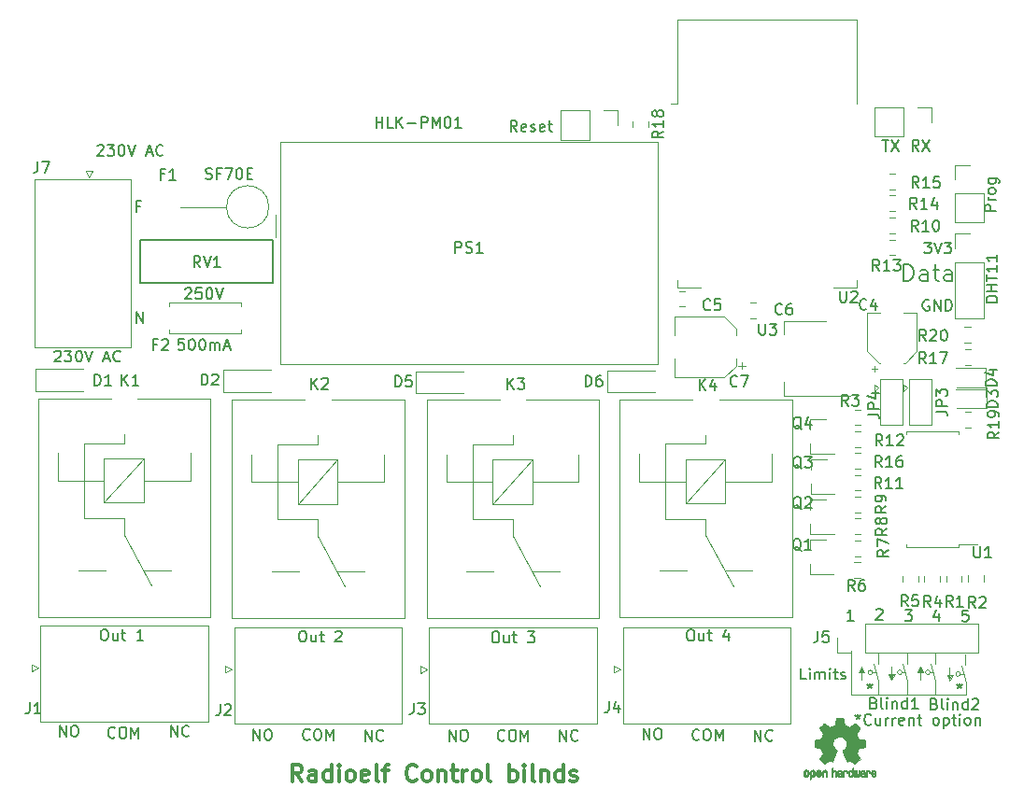
<source format=gbr>
G04 #@! TF.GenerationSoftware,KiCad,Pcbnew,5.99.0-unknown-ae852e1~101~ubuntu18.04.1*
G04 #@! TF.CreationDate,2020-06-05T15:51:04+02:00*
G04 #@! TF.ProjectId,esp_blind,6573705f-626c-4696-9e64-2e6b69636164,rev?*
G04 #@! TF.SameCoordinates,Original*
G04 #@! TF.FileFunction,Legend,Top*
G04 #@! TF.FilePolarity,Positive*
%FSLAX46Y46*%
G04 Gerber Fmt 4.6, Leading zero omitted, Abs format (unit mm)*
G04 Created by KiCad (PCBNEW 5.99.0-unknown-ae852e1~101~ubuntu18.04.1) date 2020-06-05 15:51:04*
%MOMM*%
%LPD*%
G01*
G04 APERTURE LIST*
%ADD10C,0.150000*%
%ADD11C,0.120000*%
%ADD12C,0.300000*%
%ADD13C,0.010000*%
G04 APERTURE END LIST*
D10*
X179523119Y-122642380D02*
X179523119Y-122880476D01*
X179285023Y-122785238D02*
X179523119Y-122880476D01*
X179761214Y-122785238D01*
X179380261Y-123070952D02*
X179523119Y-122880476D01*
X179665976Y-123070952D01*
X180713595Y-123547142D02*
X180665976Y-123594761D01*
X180523119Y-123642380D01*
X180427880Y-123642380D01*
X180285023Y-123594761D01*
X180189785Y-123499523D01*
X180142166Y-123404285D01*
X180094547Y-123213809D01*
X180094547Y-123070952D01*
X180142166Y-122880476D01*
X180189785Y-122785238D01*
X180285023Y-122690000D01*
X180427880Y-122642380D01*
X180523119Y-122642380D01*
X180665976Y-122690000D01*
X180713595Y-122737619D01*
X181570738Y-122975714D02*
X181570738Y-123642380D01*
X181142166Y-122975714D02*
X181142166Y-123499523D01*
X181189785Y-123594761D01*
X181285023Y-123642380D01*
X181427880Y-123642380D01*
X181523119Y-123594761D01*
X181570738Y-123547142D01*
X182046928Y-123642380D02*
X182046928Y-122975714D01*
X182046928Y-123166190D02*
X182094547Y-123070952D01*
X182142166Y-123023333D01*
X182237404Y-122975714D01*
X182332642Y-122975714D01*
X182665976Y-123642380D02*
X182665976Y-122975714D01*
X182665976Y-123166190D02*
X182713595Y-123070952D01*
X182761214Y-123023333D01*
X182856452Y-122975714D01*
X182951690Y-122975714D01*
X183665976Y-123594761D02*
X183570738Y-123642380D01*
X183380261Y-123642380D01*
X183285023Y-123594761D01*
X183237404Y-123499523D01*
X183237404Y-123118571D01*
X183285023Y-123023333D01*
X183380261Y-122975714D01*
X183570738Y-122975714D01*
X183665976Y-123023333D01*
X183713595Y-123118571D01*
X183713595Y-123213809D01*
X183237404Y-123309047D01*
X184142166Y-122975714D02*
X184142166Y-123642380D01*
X184142166Y-123070952D02*
X184189785Y-123023333D01*
X184285023Y-122975714D01*
X184427880Y-122975714D01*
X184523119Y-123023333D01*
X184570738Y-123118571D01*
X184570738Y-123642380D01*
X184904071Y-122975714D02*
X185285023Y-122975714D01*
X185046928Y-122642380D02*
X185046928Y-123499523D01*
X185094547Y-123594761D01*
X185189785Y-123642380D01*
X185285023Y-123642380D01*
X186523119Y-123642380D02*
X186427880Y-123594761D01*
X186380261Y-123547142D01*
X186332642Y-123451904D01*
X186332642Y-123166190D01*
X186380261Y-123070952D01*
X186427880Y-123023333D01*
X186523119Y-122975714D01*
X186665976Y-122975714D01*
X186761214Y-123023333D01*
X186808833Y-123070952D01*
X186856452Y-123166190D01*
X186856452Y-123451904D01*
X186808833Y-123547142D01*
X186761214Y-123594761D01*
X186665976Y-123642380D01*
X186523119Y-123642380D01*
X187285023Y-122975714D02*
X187285023Y-123975714D01*
X187285023Y-123023333D02*
X187380261Y-122975714D01*
X187570738Y-122975714D01*
X187665976Y-123023333D01*
X187713595Y-123070952D01*
X187761214Y-123166190D01*
X187761214Y-123451904D01*
X187713595Y-123547142D01*
X187665976Y-123594761D01*
X187570738Y-123642380D01*
X187380261Y-123642380D01*
X187285023Y-123594761D01*
X188046928Y-122975714D02*
X188427880Y-122975714D01*
X188189785Y-122642380D02*
X188189785Y-123499523D01*
X188237404Y-123594761D01*
X188332642Y-123642380D01*
X188427880Y-123642380D01*
X188761214Y-123642380D02*
X188761214Y-122975714D01*
X188761214Y-122642380D02*
X188713595Y-122690000D01*
X188761214Y-122737619D01*
X188808833Y-122690000D01*
X188761214Y-122642380D01*
X188761214Y-122737619D01*
X189380261Y-123642380D02*
X189285023Y-123594761D01*
X189237404Y-123547142D01*
X189189785Y-123451904D01*
X189189785Y-123166190D01*
X189237404Y-123070952D01*
X189285023Y-123023333D01*
X189380261Y-122975714D01*
X189523119Y-122975714D01*
X189618357Y-123023333D01*
X189665976Y-123070952D01*
X189713595Y-123166190D01*
X189713595Y-123451904D01*
X189665976Y-123547142D01*
X189618357Y-123594761D01*
X189523119Y-123642380D01*
X189380261Y-123642380D01*
X190142166Y-122975714D02*
X190142166Y-123642380D01*
X190142166Y-123070952D02*
X190189785Y-123023333D01*
X190285023Y-122975714D01*
X190427880Y-122975714D01*
X190523119Y-123023333D01*
X190570738Y-123118571D01*
X190570738Y-123642380D01*
X188722000Y-119848380D02*
X188722000Y-120086476D01*
X188483904Y-119991238D02*
X188722000Y-120086476D01*
X188960095Y-119991238D01*
X188579142Y-120276952D02*
X188722000Y-120086476D01*
X188864857Y-120276952D01*
X180594000Y-119848380D02*
X180594000Y-120086476D01*
X180355904Y-119991238D02*
X180594000Y-120086476D01*
X180832095Y-119991238D01*
X180451142Y-120276952D02*
X180594000Y-120086476D01*
X180736857Y-120276952D01*
X114115885Y-87193380D02*
X114115885Y-86193380D01*
X114687314Y-87193380D01*
X114687314Y-86193380D01*
X114442857Y-76611171D02*
X114109523Y-76611171D01*
X114109523Y-77134980D02*
X114109523Y-76134980D01*
X114585714Y-76134980D01*
X183685928Y-83380971D02*
X183685928Y-81880971D01*
X184043071Y-81880971D01*
X184257357Y-81952400D01*
X184400214Y-82095257D01*
X184471642Y-82238114D01*
X184543071Y-82523828D01*
X184543071Y-82738114D01*
X184471642Y-83023828D01*
X184400214Y-83166685D01*
X184257357Y-83309542D01*
X184043071Y-83380971D01*
X183685928Y-83380971D01*
X185828785Y-83380971D02*
X185828785Y-82595257D01*
X185757357Y-82452400D01*
X185614500Y-82380971D01*
X185328785Y-82380971D01*
X185185928Y-82452400D01*
X185828785Y-83309542D02*
X185685928Y-83380971D01*
X185328785Y-83380971D01*
X185185928Y-83309542D01*
X185114500Y-83166685D01*
X185114500Y-83023828D01*
X185185928Y-82880971D01*
X185328785Y-82809542D01*
X185685928Y-82809542D01*
X185828785Y-82738114D01*
X186328785Y-82380971D02*
X186900214Y-82380971D01*
X186543071Y-81880971D02*
X186543071Y-83166685D01*
X186614500Y-83309542D01*
X186757357Y-83380971D01*
X186900214Y-83380971D01*
X188043071Y-83380971D02*
X188043071Y-82595257D01*
X187971642Y-82452400D01*
X187828785Y-82380971D01*
X187543071Y-82380971D01*
X187400214Y-82452400D01*
X188043071Y-83309542D02*
X187900214Y-83380971D01*
X187543071Y-83380971D01*
X187400214Y-83309542D01*
X187328785Y-83166685D01*
X187328785Y-83023828D01*
X187400214Y-82880971D01*
X187543071Y-82809542D01*
X187900214Y-82809542D01*
X188043071Y-82738114D01*
X180968876Y-121645371D02*
X181111733Y-121692990D01*
X181159352Y-121740609D01*
X181206971Y-121835847D01*
X181206971Y-121978704D01*
X181159352Y-122073942D01*
X181111733Y-122121561D01*
X181016495Y-122169180D01*
X180635542Y-122169180D01*
X180635542Y-121169180D01*
X180968876Y-121169180D01*
X181064114Y-121216800D01*
X181111733Y-121264419D01*
X181159352Y-121359657D01*
X181159352Y-121454895D01*
X181111733Y-121550133D01*
X181064114Y-121597752D01*
X180968876Y-121645371D01*
X180635542Y-121645371D01*
X181778400Y-122169180D02*
X181683161Y-122121561D01*
X181635542Y-122026323D01*
X181635542Y-121169180D01*
X182159352Y-122169180D02*
X182159352Y-121502514D01*
X182159352Y-121169180D02*
X182111733Y-121216800D01*
X182159352Y-121264419D01*
X182206971Y-121216800D01*
X182159352Y-121169180D01*
X182159352Y-121264419D01*
X182635542Y-121502514D02*
X182635542Y-122169180D01*
X182635542Y-121597752D02*
X182683161Y-121550133D01*
X182778400Y-121502514D01*
X182921257Y-121502514D01*
X183016495Y-121550133D01*
X183064114Y-121645371D01*
X183064114Y-122169180D01*
X183968876Y-122169180D02*
X183968876Y-121169180D01*
X183968876Y-122121561D02*
X183873638Y-122169180D01*
X183683161Y-122169180D01*
X183587923Y-122121561D01*
X183540304Y-122073942D01*
X183492685Y-121978704D01*
X183492685Y-121692990D01*
X183540304Y-121597752D01*
X183587923Y-121550133D01*
X183683161Y-121502514D01*
X183873638Y-121502514D01*
X183968876Y-121550133D01*
X184968876Y-122169180D02*
X184397447Y-122169180D01*
X184683161Y-122169180D02*
X184683161Y-121169180D01*
X184587923Y-121312038D01*
X184492685Y-121407276D01*
X184397447Y-121454895D01*
D11*
X186563000Y-120675400D02*
X186563000Y-120827800D01*
X184023000Y-120700800D02*
X184023000Y-120827800D01*
X185470800Y-120853200D02*
X178943000Y-120853200D01*
D10*
X185953495Y-85110700D02*
X185858257Y-85063080D01*
X185715400Y-85063080D01*
X185572542Y-85110700D01*
X185477304Y-85205938D01*
X185429685Y-85301176D01*
X185382066Y-85491652D01*
X185382066Y-85634509D01*
X185429685Y-85824985D01*
X185477304Y-85920223D01*
X185572542Y-86015461D01*
X185715400Y-86063080D01*
X185810638Y-86063080D01*
X185953495Y-86015461D01*
X186001114Y-85967842D01*
X186001114Y-85634509D01*
X185810638Y-85634509D01*
X186429685Y-86063080D02*
X186429685Y-85063080D01*
X187001114Y-86063080D01*
X187001114Y-85063080D01*
X187477304Y-86063080D02*
X187477304Y-85063080D01*
X187715400Y-85063080D01*
X187858257Y-85110700D01*
X187953495Y-85205938D01*
X188001114Y-85301176D01*
X188048733Y-85491652D01*
X188048733Y-85634509D01*
X188001114Y-85824985D01*
X187953495Y-85920223D01*
X187858257Y-86015461D01*
X187715400Y-86063080D01*
X187477304Y-86063080D01*
X185528104Y-79881480D02*
X186147152Y-79881480D01*
X185813819Y-80262433D01*
X185956676Y-80262433D01*
X186051914Y-80310052D01*
X186099533Y-80357671D01*
X186147152Y-80452909D01*
X186147152Y-80691004D01*
X186099533Y-80786242D01*
X186051914Y-80833861D01*
X185956676Y-80881480D01*
X185670961Y-80881480D01*
X185575723Y-80833861D01*
X185528104Y-80786242D01*
X186432866Y-79881480D02*
X186766200Y-80881480D01*
X187099533Y-79881480D01*
X187337628Y-79881480D02*
X187956676Y-79881480D01*
X187623342Y-80262433D01*
X187766200Y-80262433D01*
X187861438Y-80310052D01*
X187909057Y-80357671D01*
X187956676Y-80452909D01*
X187956676Y-80691004D01*
X187909057Y-80786242D01*
X187861438Y-80833861D01*
X187766200Y-80881480D01*
X187480485Y-80881480D01*
X187385247Y-80833861D01*
X187337628Y-80786242D01*
D12*
X129147800Y-128745371D02*
X128647800Y-128031085D01*
X128290657Y-128745371D02*
X128290657Y-127245371D01*
X128862085Y-127245371D01*
X129004942Y-127316800D01*
X129076371Y-127388228D01*
X129147800Y-127531085D01*
X129147800Y-127745371D01*
X129076371Y-127888228D01*
X129004942Y-127959657D01*
X128862085Y-128031085D01*
X128290657Y-128031085D01*
X130433514Y-128745371D02*
X130433514Y-127959657D01*
X130362085Y-127816800D01*
X130219228Y-127745371D01*
X129933514Y-127745371D01*
X129790657Y-127816800D01*
X130433514Y-128673942D02*
X130290657Y-128745371D01*
X129933514Y-128745371D01*
X129790657Y-128673942D01*
X129719228Y-128531085D01*
X129719228Y-128388228D01*
X129790657Y-128245371D01*
X129933514Y-128173942D01*
X130290657Y-128173942D01*
X130433514Y-128102514D01*
X131790657Y-128745371D02*
X131790657Y-127245371D01*
X131790657Y-128673942D02*
X131647800Y-128745371D01*
X131362085Y-128745371D01*
X131219228Y-128673942D01*
X131147800Y-128602514D01*
X131076371Y-128459657D01*
X131076371Y-128031085D01*
X131147800Y-127888228D01*
X131219228Y-127816800D01*
X131362085Y-127745371D01*
X131647800Y-127745371D01*
X131790657Y-127816800D01*
X132504942Y-128745371D02*
X132504942Y-127745371D01*
X132504942Y-127245371D02*
X132433514Y-127316800D01*
X132504942Y-127388228D01*
X132576371Y-127316800D01*
X132504942Y-127245371D01*
X132504942Y-127388228D01*
X133433514Y-128745371D02*
X133290657Y-128673942D01*
X133219228Y-128602514D01*
X133147800Y-128459657D01*
X133147800Y-128031085D01*
X133219228Y-127888228D01*
X133290657Y-127816800D01*
X133433514Y-127745371D01*
X133647800Y-127745371D01*
X133790657Y-127816800D01*
X133862085Y-127888228D01*
X133933514Y-128031085D01*
X133933514Y-128459657D01*
X133862085Y-128602514D01*
X133790657Y-128673942D01*
X133647800Y-128745371D01*
X133433514Y-128745371D01*
X135147800Y-128673942D02*
X135004942Y-128745371D01*
X134719228Y-128745371D01*
X134576371Y-128673942D01*
X134504942Y-128531085D01*
X134504942Y-127959657D01*
X134576371Y-127816800D01*
X134719228Y-127745371D01*
X135004942Y-127745371D01*
X135147800Y-127816800D01*
X135219228Y-127959657D01*
X135219228Y-128102514D01*
X134504942Y-128245371D01*
X136076371Y-128745371D02*
X135933514Y-128673942D01*
X135862085Y-128531085D01*
X135862085Y-127245371D01*
X136433514Y-127745371D02*
X137004942Y-127745371D01*
X136647800Y-128745371D02*
X136647800Y-127459657D01*
X136719228Y-127316800D01*
X136862085Y-127245371D01*
X137004942Y-127245371D01*
X139504942Y-128602514D02*
X139433514Y-128673942D01*
X139219228Y-128745371D01*
X139076371Y-128745371D01*
X138862085Y-128673942D01*
X138719228Y-128531085D01*
X138647800Y-128388228D01*
X138576371Y-128102514D01*
X138576371Y-127888228D01*
X138647800Y-127602514D01*
X138719228Y-127459657D01*
X138862085Y-127316800D01*
X139076371Y-127245371D01*
X139219228Y-127245371D01*
X139433514Y-127316800D01*
X139504942Y-127388228D01*
X140362085Y-128745371D02*
X140219228Y-128673942D01*
X140147800Y-128602514D01*
X140076371Y-128459657D01*
X140076371Y-128031085D01*
X140147800Y-127888228D01*
X140219228Y-127816800D01*
X140362085Y-127745371D01*
X140576371Y-127745371D01*
X140719228Y-127816800D01*
X140790657Y-127888228D01*
X140862085Y-128031085D01*
X140862085Y-128459657D01*
X140790657Y-128602514D01*
X140719228Y-128673942D01*
X140576371Y-128745371D01*
X140362085Y-128745371D01*
X141504942Y-127745371D02*
X141504942Y-128745371D01*
X141504942Y-127888228D02*
X141576371Y-127816800D01*
X141719228Y-127745371D01*
X141933514Y-127745371D01*
X142076371Y-127816800D01*
X142147800Y-127959657D01*
X142147800Y-128745371D01*
X142647800Y-127745371D02*
X143219228Y-127745371D01*
X142862085Y-127245371D02*
X142862085Y-128531085D01*
X142933514Y-128673942D01*
X143076371Y-128745371D01*
X143219228Y-128745371D01*
X143719228Y-128745371D02*
X143719228Y-127745371D01*
X143719228Y-128031085D02*
X143790657Y-127888228D01*
X143862085Y-127816800D01*
X144004942Y-127745371D01*
X144147800Y-127745371D01*
X144862085Y-128745371D02*
X144719228Y-128673942D01*
X144647800Y-128602514D01*
X144576371Y-128459657D01*
X144576371Y-128031085D01*
X144647800Y-127888228D01*
X144719228Y-127816800D01*
X144862085Y-127745371D01*
X145076371Y-127745371D01*
X145219228Y-127816800D01*
X145290657Y-127888228D01*
X145362085Y-128031085D01*
X145362085Y-128459657D01*
X145290657Y-128602514D01*
X145219228Y-128673942D01*
X145076371Y-128745371D01*
X144862085Y-128745371D01*
X146219228Y-128745371D02*
X146076371Y-128673942D01*
X146004942Y-128531085D01*
X146004942Y-127245371D01*
X147933514Y-128745371D02*
X147933514Y-127245371D01*
X147933514Y-127816800D02*
X148076371Y-127745371D01*
X148362085Y-127745371D01*
X148504942Y-127816800D01*
X148576371Y-127888228D01*
X148647800Y-128031085D01*
X148647800Y-128459657D01*
X148576371Y-128602514D01*
X148504942Y-128673942D01*
X148362085Y-128745371D01*
X148076371Y-128745371D01*
X147933514Y-128673942D01*
X149290657Y-128745371D02*
X149290657Y-127745371D01*
X149290657Y-127245371D02*
X149219228Y-127316800D01*
X149290657Y-127388228D01*
X149362085Y-127316800D01*
X149290657Y-127245371D01*
X149290657Y-127388228D01*
X150219228Y-128745371D02*
X150076371Y-128673942D01*
X150004942Y-128531085D01*
X150004942Y-127245371D01*
X150790657Y-127745371D02*
X150790657Y-128745371D01*
X150790657Y-127888228D02*
X150862085Y-127816800D01*
X151004942Y-127745371D01*
X151219228Y-127745371D01*
X151362085Y-127816800D01*
X151433514Y-127959657D01*
X151433514Y-128745371D01*
X152790657Y-128745371D02*
X152790657Y-127245371D01*
X152790657Y-128673942D02*
X152647800Y-128745371D01*
X152362085Y-128745371D01*
X152219228Y-128673942D01*
X152147800Y-128602514D01*
X152076371Y-128459657D01*
X152076371Y-128031085D01*
X152147800Y-127888228D01*
X152219228Y-127816800D01*
X152362085Y-127745371D01*
X152647800Y-127745371D01*
X152790657Y-127816800D01*
X153433514Y-128673942D02*
X153576371Y-128745371D01*
X153862085Y-128745371D01*
X154004942Y-128673942D01*
X154076371Y-128531085D01*
X154076371Y-128459657D01*
X154004942Y-128316800D01*
X153862085Y-128245371D01*
X153647800Y-128245371D01*
X153504942Y-128173942D01*
X153433514Y-128031085D01*
X153433514Y-127959657D01*
X153504942Y-127816800D01*
X153647800Y-127745371D01*
X153862085Y-127745371D01*
X154004942Y-127816800D01*
D10*
X160074076Y-124937780D02*
X160074076Y-123937780D01*
X160645504Y-124937780D01*
X160645504Y-123937780D01*
X161312171Y-123937780D02*
X161502647Y-123937780D01*
X161597885Y-123985400D01*
X161693123Y-124080638D01*
X161740742Y-124271114D01*
X161740742Y-124604447D01*
X161693123Y-124794923D01*
X161597885Y-124890161D01*
X161502647Y-124937780D01*
X161312171Y-124937780D01*
X161216933Y-124890161D01*
X161121695Y-124794923D01*
X161074076Y-124604447D01*
X161074076Y-124271114D01*
X161121695Y-124080638D01*
X161216933Y-123985400D01*
X161312171Y-123937780D01*
X142497276Y-125090180D02*
X142497276Y-124090180D01*
X143068704Y-125090180D01*
X143068704Y-124090180D01*
X143735371Y-124090180D02*
X143925847Y-124090180D01*
X144021085Y-124137800D01*
X144116323Y-124233038D01*
X144163942Y-124423514D01*
X144163942Y-124756847D01*
X144116323Y-124947323D01*
X144021085Y-125042561D01*
X143925847Y-125090180D01*
X143735371Y-125090180D01*
X143640133Y-125042561D01*
X143544895Y-124947323D01*
X143497276Y-124756847D01*
X143497276Y-124423514D01*
X143544895Y-124233038D01*
X143640133Y-124137800D01*
X143735371Y-124090180D01*
X124742676Y-125039380D02*
X124742676Y-124039380D01*
X125314104Y-125039380D01*
X125314104Y-124039380D01*
X125980771Y-124039380D02*
X126171247Y-124039380D01*
X126266485Y-124087000D01*
X126361723Y-124182238D01*
X126409342Y-124372714D01*
X126409342Y-124706047D01*
X126361723Y-124896523D01*
X126266485Y-124991761D01*
X126171247Y-125039380D01*
X125980771Y-125039380D01*
X125885533Y-124991761D01*
X125790295Y-124896523D01*
X125742676Y-124706047D01*
X125742676Y-124372714D01*
X125790295Y-124182238D01*
X125885533Y-124087000D01*
X125980771Y-124039380D01*
X170156285Y-125090180D02*
X170156285Y-124090180D01*
X170727714Y-125090180D01*
X170727714Y-124090180D01*
X171775333Y-124994942D02*
X171727714Y-125042561D01*
X171584857Y-125090180D01*
X171489619Y-125090180D01*
X171346761Y-125042561D01*
X171251523Y-124947323D01*
X171203904Y-124852085D01*
X171156285Y-124661609D01*
X171156285Y-124518752D01*
X171203904Y-124328276D01*
X171251523Y-124233038D01*
X171346761Y-124137800D01*
X171489619Y-124090180D01*
X171584857Y-124090180D01*
X171727714Y-124137800D01*
X171775333Y-124185419D01*
X152503285Y-125090180D02*
X152503285Y-124090180D01*
X153074714Y-125090180D01*
X153074714Y-124090180D01*
X154122333Y-124994942D02*
X154074714Y-125042561D01*
X153931857Y-125090180D01*
X153836619Y-125090180D01*
X153693761Y-125042561D01*
X153598523Y-124947323D01*
X153550904Y-124852085D01*
X153503285Y-124661609D01*
X153503285Y-124518752D01*
X153550904Y-124328276D01*
X153598523Y-124233038D01*
X153693761Y-124137800D01*
X153836619Y-124090180D01*
X153931857Y-124090180D01*
X154074714Y-124137800D01*
X154122333Y-124185419D01*
X134875685Y-125090180D02*
X134875685Y-124090180D01*
X135447114Y-125090180D01*
X135447114Y-124090180D01*
X136494733Y-124994942D02*
X136447114Y-125042561D01*
X136304257Y-125090180D01*
X136209019Y-125090180D01*
X136066161Y-125042561D01*
X135970923Y-124947323D01*
X135923304Y-124852085D01*
X135875685Y-124661609D01*
X135875685Y-124518752D01*
X135923304Y-124328276D01*
X135970923Y-124233038D01*
X136066161Y-124137800D01*
X136209019Y-124090180D01*
X136304257Y-124090180D01*
X136447114Y-124137800D01*
X136494733Y-124185419D01*
X165127085Y-124944142D02*
X165079466Y-124991761D01*
X164936609Y-125039380D01*
X164841371Y-125039380D01*
X164698514Y-124991761D01*
X164603276Y-124896523D01*
X164555657Y-124801285D01*
X164508038Y-124610809D01*
X164508038Y-124467952D01*
X164555657Y-124277476D01*
X164603276Y-124182238D01*
X164698514Y-124087000D01*
X164841371Y-124039380D01*
X164936609Y-124039380D01*
X165079466Y-124087000D01*
X165127085Y-124134619D01*
X165746133Y-124039380D02*
X165936609Y-124039380D01*
X166031847Y-124087000D01*
X166127085Y-124182238D01*
X166174704Y-124372714D01*
X166174704Y-124706047D01*
X166127085Y-124896523D01*
X166031847Y-124991761D01*
X165936609Y-125039380D01*
X165746133Y-125039380D01*
X165650895Y-124991761D01*
X165555657Y-124896523D01*
X165508038Y-124706047D01*
X165508038Y-124372714D01*
X165555657Y-124182238D01*
X165650895Y-124087000D01*
X165746133Y-124039380D01*
X166603276Y-125039380D02*
X166603276Y-124039380D01*
X166936609Y-124753666D01*
X167269942Y-124039380D01*
X167269942Y-125039380D01*
X147499485Y-124994942D02*
X147451866Y-125042561D01*
X147309009Y-125090180D01*
X147213771Y-125090180D01*
X147070914Y-125042561D01*
X146975676Y-124947323D01*
X146928057Y-124852085D01*
X146880438Y-124661609D01*
X146880438Y-124518752D01*
X146928057Y-124328276D01*
X146975676Y-124233038D01*
X147070914Y-124137800D01*
X147213771Y-124090180D01*
X147309009Y-124090180D01*
X147451866Y-124137800D01*
X147499485Y-124185419D01*
X148118533Y-124090180D02*
X148309009Y-124090180D01*
X148404247Y-124137800D01*
X148499485Y-124233038D01*
X148547104Y-124423514D01*
X148547104Y-124756847D01*
X148499485Y-124947323D01*
X148404247Y-125042561D01*
X148309009Y-125090180D01*
X148118533Y-125090180D01*
X148023295Y-125042561D01*
X147928057Y-124947323D01*
X147880438Y-124756847D01*
X147880438Y-124423514D01*
X147928057Y-124233038D01*
X148023295Y-124137800D01*
X148118533Y-124090180D01*
X148975676Y-125090180D02*
X148975676Y-124090180D01*
X149309009Y-124804466D01*
X149642342Y-124090180D01*
X149642342Y-125090180D01*
X129846485Y-124918742D02*
X129798866Y-124966361D01*
X129656009Y-125013980D01*
X129560771Y-125013980D01*
X129417914Y-124966361D01*
X129322676Y-124871123D01*
X129275057Y-124775885D01*
X129227438Y-124585409D01*
X129227438Y-124442552D01*
X129275057Y-124252076D01*
X129322676Y-124156838D01*
X129417914Y-124061600D01*
X129560771Y-124013980D01*
X129656009Y-124013980D01*
X129798866Y-124061600D01*
X129846485Y-124109219D01*
X130465533Y-124013980D02*
X130656009Y-124013980D01*
X130751247Y-124061600D01*
X130846485Y-124156838D01*
X130894104Y-124347314D01*
X130894104Y-124680647D01*
X130846485Y-124871123D01*
X130751247Y-124966361D01*
X130656009Y-125013980D01*
X130465533Y-125013980D01*
X130370295Y-124966361D01*
X130275057Y-124871123D01*
X130227438Y-124680647D01*
X130227438Y-124347314D01*
X130275057Y-124156838D01*
X130370295Y-124061600D01*
X130465533Y-124013980D01*
X131322676Y-125013980D02*
X131322676Y-124013980D01*
X131656009Y-124728266D01*
X131989342Y-124013980D01*
X131989342Y-125013980D01*
X117273485Y-124683780D02*
X117273485Y-123683780D01*
X117844914Y-124683780D01*
X117844914Y-123683780D01*
X118892533Y-124588542D02*
X118844914Y-124636161D01*
X118702057Y-124683780D01*
X118606819Y-124683780D01*
X118463961Y-124636161D01*
X118368723Y-124540923D01*
X118321104Y-124445685D01*
X118273485Y-124255209D01*
X118273485Y-124112352D01*
X118321104Y-123921876D01*
X118368723Y-123826638D01*
X118463961Y-123731400D01*
X118606819Y-123683780D01*
X118702057Y-123683780D01*
X118844914Y-123731400D01*
X118892533Y-123779019D01*
X107191276Y-124683780D02*
X107191276Y-123683780D01*
X107762704Y-124683780D01*
X107762704Y-123683780D01*
X108429371Y-123683780D02*
X108619847Y-123683780D01*
X108715085Y-123731400D01*
X108810323Y-123826638D01*
X108857942Y-124017114D01*
X108857942Y-124350447D01*
X108810323Y-124540923D01*
X108715085Y-124636161D01*
X108619847Y-124683780D01*
X108429371Y-124683780D01*
X108334133Y-124636161D01*
X108238895Y-124540923D01*
X108191276Y-124350447D01*
X108191276Y-124017114D01*
X108238895Y-123826638D01*
X108334133Y-123731400D01*
X108429371Y-123683780D01*
X112193485Y-124740942D02*
X112145866Y-124788561D01*
X112003009Y-124836180D01*
X111907771Y-124836180D01*
X111764914Y-124788561D01*
X111669676Y-124693323D01*
X111622057Y-124598085D01*
X111574438Y-124407609D01*
X111574438Y-124264752D01*
X111622057Y-124074276D01*
X111669676Y-123979038D01*
X111764914Y-123883800D01*
X111907771Y-123836180D01*
X112003009Y-123836180D01*
X112145866Y-123883800D01*
X112193485Y-123931419D01*
X112812533Y-123836180D02*
X113003009Y-123836180D01*
X113098247Y-123883800D01*
X113193485Y-123979038D01*
X113241104Y-124169514D01*
X113241104Y-124502847D01*
X113193485Y-124693323D01*
X113098247Y-124788561D01*
X113003009Y-124836180D01*
X112812533Y-124836180D01*
X112717295Y-124788561D01*
X112622057Y-124693323D01*
X112574438Y-124502847D01*
X112574438Y-124169514D01*
X112622057Y-123979038D01*
X112717295Y-123883800D01*
X112812533Y-123836180D01*
X113669676Y-124836180D02*
X113669676Y-123836180D01*
X114003009Y-124550466D01*
X114336342Y-123836180D01*
X114336342Y-124836180D01*
D11*
X185039000Y-118821200D02*
X185115200Y-118795800D01*
X185394600Y-118872000D02*
X185420000Y-118872000D01*
X185166000Y-118389400D02*
X184886600Y-118872000D01*
X185420000Y-118872000D02*
X185191400Y-118389400D01*
X185293000Y-118795800D02*
X185242200Y-118668800D01*
X185191400Y-118364000D02*
X185191400Y-119532400D01*
X184886600Y-118872000D02*
X185394600Y-118872000D01*
X185166000Y-118567200D02*
X185039000Y-118821200D01*
X185242200Y-118668800D02*
X185166000Y-118567200D01*
X187845700Y-119380000D02*
X187972700Y-119126000D01*
X187820300Y-119583200D02*
X187820300Y-118414800D01*
X187591700Y-119075200D02*
X187820300Y-119557800D01*
X187617100Y-119075200D02*
X187591700Y-119075200D01*
X187845700Y-119557800D02*
X188125100Y-119075200D01*
X187972700Y-119126000D02*
X187896500Y-119151400D01*
X187769500Y-119278400D02*
X187845700Y-119380000D01*
X188125100Y-119075200D02*
X187617100Y-119075200D01*
X187718700Y-119151400D02*
X187769500Y-119278400D01*
X182714900Y-119087900D02*
X182638700Y-119113300D01*
X182359300Y-119037100D02*
X182333900Y-119037100D01*
X182587900Y-119519700D02*
X182867300Y-119037100D01*
X182333900Y-119037100D02*
X182562500Y-119519700D01*
X182460900Y-119113300D02*
X182511700Y-119240300D01*
X182562500Y-119545100D02*
X182562500Y-118376700D01*
X182867300Y-119037100D02*
X182359300Y-119037100D01*
X182587900Y-119341900D02*
X182714900Y-119087900D01*
X182511700Y-119240300D02*
X182587900Y-119341900D01*
X179705000Y-118846600D02*
X179781200Y-118821200D01*
X179832000Y-118592600D02*
X179705000Y-118846600D01*
X179908200Y-118694200D02*
X179832000Y-118592600D01*
X179959000Y-118821200D02*
X179908200Y-118694200D01*
X180086000Y-118897400D02*
X179857400Y-118414800D01*
X180060600Y-118897400D02*
X180086000Y-118897400D01*
X179552600Y-118897400D02*
X180060600Y-118897400D01*
X179832000Y-118414800D02*
X179552600Y-118897400D01*
X179857400Y-118389400D02*
X179857400Y-119557800D01*
D10*
X186455276Y-121721571D02*
X186598133Y-121769190D01*
X186645752Y-121816809D01*
X186693371Y-121912047D01*
X186693371Y-122054904D01*
X186645752Y-122150142D01*
X186598133Y-122197761D01*
X186502895Y-122245380D01*
X186121942Y-122245380D01*
X186121942Y-121245380D01*
X186455276Y-121245380D01*
X186550514Y-121293000D01*
X186598133Y-121340619D01*
X186645752Y-121435857D01*
X186645752Y-121531095D01*
X186598133Y-121626333D01*
X186550514Y-121673952D01*
X186455276Y-121721571D01*
X186121942Y-121721571D01*
X187264800Y-122245380D02*
X187169561Y-122197761D01*
X187121942Y-122102523D01*
X187121942Y-121245380D01*
X187645752Y-122245380D02*
X187645752Y-121578714D01*
X187645752Y-121245380D02*
X187598133Y-121293000D01*
X187645752Y-121340619D01*
X187693371Y-121293000D01*
X187645752Y-121245380D01*
X187645752Y-121340619D01*
X188121942Y-121578714D02*
X188121942Y-122245380D01*
X188121942Y-121673952D02*
X188169561Y-121626333D01*
X188264800Y-121578714D01*
X188407657Y-121578714D01*
X188502895Y-121626333D01*
X188550514Y-121721571D01*
X188550514Y-122245380D01*
X189455276Y-122245380D02*
X189455276Y-121245380D01*
X189455276Y-122197761D02*
X189360038Y-122245380D01*
X189169561Y-122245380D01*
X189074323Y-122197761D01*
X189026704Y-122150142D01*
X188979085Y-122054904D01*
X188979085Y-121769190D01*
X189026704Y-121673952D01*
X189074323Y-121626333D01*
X189169561Y-121578714D01*
X189360038Y-121578714D01*
X189455276Y-121626333D01*
X189883847Y-121340619D02*
X189931466Y-121293000D01*
X190026704Y-121245380D01*
X190264800Y-121245380D01*
X190360038Y-121293000D01*
X190407657Y-121340619D01*
X190455276Y-121435857D01*
X190455276Y-121531095D01*
X190407657Y-121673952D01*
X189836228Y-122245380D01*
X190455276Y-122245380D01*
D11*
X189204600Y-117271800D02*
X189204600Y-118211600D01*
X186486800Y-117195600D02*
X186486800Y-118110000D01*
X183946800Y-117170200D02*
X183946800Y-118059200D01*
X189306200Y-119786400D02*
X189306200Y-120853200D01*
X189306200Y-119761000D02*
X188874400Y-118237000D01*
X188798200Y-119024400D02*
G75*
G03*
X188798200Y-119024400I-203200J0D01*
G01*
X188798200Y-119049800D02*
X189077600Y-119049800D01*
X186563000Y-119634000D02*
X186563000Y-120700800D01*
X186563000Y-119608600D02*
X186131200Y-118084600D01*
X186055000Y-118872000D02*
G75*
G03*
X186055000Y-118872000I-203200J0D01*
G01*
X186055000Y-118897400D02*
X186334400Y-118897400D01*
X184023000Y-119634000D02*
X184023000Y-120700800D01*
X184023000Y-119608600D02*
X183591200Y-118084600D01*
X183515000Y-118872000D02*
G75*
G03*
X183515000Y-118872000I-203200J0D01*
G01*
X183515000Y-118897400D02*
X183794400Y-118897400D01*
X185394600Y-120853200D02*
X189280800Y-120853200D01*
D10*
X179127114Y-114168180D02*
X178555685Y-114168180D01*
X178841400Y-114168180D02*
X178841400Y-113168180D01*
X178746161Y-113311038D01*
X178650923Y-113406276D01*
X178555685Y-113453895D01*
X181171885Y-113212619D02*
X181219504Y-113165000D01*
X181314742Y-113117380D01*
X181552838Y-113117380D01*
X181648076Y-113165000D01*
X181695695Y-113212619D01*
X181743314Y-113307857D01*
X181743314Y-113403095D01*
X181695695Y-113545952D01*
X181124266Y-114117380D01*
X181743314Y-114117380D01*
X183791266Y-113218980D02*
X184410314Y-113218980D01*
X184076980Y-113599933D01*
X184219838Y-113599933D01*
X184315076Y-113647552D01*
X184362695Y-113695171D01*
X184410314Y-113790409D01*
X184410314Y-114028504D01*
X184362695Y-114123742D01*
X184315076Y-114171361D01*
X184219838Y-114218980D01*
X183934123Y-114218980D01*
X183838885Y-114171361D01*
X183791266Y-114123742D01*
X186829676Y-113552314D02*
X186829676Y-114218980D01*
X186591580Y-113171361D02*
X186353485Y-113885647D01*
X186972533Y-113885647D01*
X189493495Y-113244380D02*
X189017304Y-113244380D01*
X188969685Y-113720571D01*
X189017304Y-113672952D01*
X189112542Y-113625333D01*
X189350638Y-113625333D01*
X189445876Y-113672952D01*
X189493495Y-113720571D01*
X189541114Y-113815809D01*
X189541114Y-114053904D01*
X189493495Y-114149142D01*
X189445876Y-114196761D01*
X189350638Y-114244380D01*
X189112542Y-114244380D01*
X189017304Y-114196761D01*
X188969685Y-114149142D01*
D11*
X181356000Y-117144800D02*
X181356000Y-118059200D01*
X180848000Y-118897400D02*
X181127400Y-118897400D01*
X181356000Y-119608600D02*
X180924200Y-118084600D01*
X180848000Y-118872000D02*
G75*
G03*
X180848000Y-118872000I-203200J0D01*
G01*
X178917600Y-120853200D02*
X178917600Y-116916200D01*
X181356000Y-119634000D02*
X181356000Y-120853200D01*
D10*
X185024733Y-71572380D02*
X184691400Y-71096190D01*
X184453304Y-71572380D02*
X184453304Y-70572380D01*
X184834257Y-70572380D01*
X184929495Y-70620000D01*
X184977114Y-70667619D01*
X185024733Y-70762857D01*
X185024733Y-70905714D01*
X184977114Y-71000952D01*
X184929495Y-71048571D01*
X184834257Y-71096190D01*
X184453304Y-71096190D01*
X185358066Y-70572380D02*
X186024733Y-71572380D01*
X186024733Y-70572380D02*
X185358066Y-71572380D01*
X181711695Y-70597780D02*
X182283123Y-70597780D01*
X181997409Y-71597780D02*
X181997409Y-70597780D01*
X182521219Y-70597780D02*
X183187885Y-71597780D01*
X183187885Y-70597780D02*
X182521219Y-71597780D01*
X192146180Y-85291347D02*
X191146180Y-85291347D01*
X191146180Y-85053252D01*
X191193800Y-84910395D01*
X191289038Y-84815157D01*
X191384276Y-84767538D01*
X191574752Y-84719919D01*
X191717609Y-84719919D01*
X191908085Y-84767538D01*
X192003323Y-84815157D01*
X192098561Y-84910395D01*
X192146180Y-85053252D01*
X192146180Y-85291347D01*
X192146180Y-84291347D02*
X191146180Y-84291347D01*
X191622371Y-84291347D02*
X191622371Y-83719919D01*
X192146180Y-83719919D02*
X191146180Y-83719919D01*
X191146180Y-83386585D02*
X191146180Y-82815157D01*
X192146180Y-83100871D02*
X191146180Y-83100871D01*
X192146180Y-81958014D02*
X192146180Y-82529442D01*
X192146180Y-82243728D02*
X191146180Y-82243728D01*
X191289038Y-82338966D01*
X191384276Y-82434204D01*
X191431895Y-82529442D01*
X192146180Y-81005633D02*
X192146180Y-81577061D01*
X192146180Y-81291347D02*
X191146180Y-81291347D01*
X191289038Y-81386585D01*
X191384276Y-81481823D01*
X191431895Y-81577061D01*
X185691542Y-88806280D02*
X185358209Y-88330090D01*
X185120114Y-88806280D02*
X185120114Y-87806280D01*
X185501066Y-87806280D01*
X185596304Y-87853900D01*
X185643923Y-87901519D01*
X185691542Y-87996757D01*
X185691542Y-88139614D01*
X185643923Y-88234852D01*
X185596304Y-88282471D01*
X185501066Y-88330090D01*
X185120114Y-88330090D01*
X186072495Y-87901519D02*
X186120114Y-87853900D01*
X186215352Y-87806280D01*
X186453447Y-87806280D01*
X186548685Y-87853900D01*
X186596304Y-87901519D01*
X186643923Y-87996757D01*
X186643923Y-88091995D01*
X186596304Y-88234852D01*
X186024876Y-88806280D01*
X186643923Y-88806280D01*
X187262971Y-87806280D02*
X187358209Y-87806280D01*
X187453447Y-87853900D01*
X187501066Y-87901519D01*
X187548685Y-87996757D01*
X187596304Y-88187233D01*
X187596304Y-88425328D01*
X187548685Y-88615804D01*
X187501066Y-88711042D01*
X187453447Y-88758661D01*
X187358209Y-88806280D01*
X187262971Y-88806280D01*
X187167733Y-88758661D01*
X187120114Y-88711042D01*
X187072495Y-88615804D01*
X187024876Y-88425328D01*
X187024876Y-88187233D01*
X187072495Y-87996757D01*
X187120114Y-87901519D01*
X187167733Y-87853900D01*
X187262971Y-87806280D01*
X192298580Y-97073957D02*
X191822390Y-97407290D01*
X192298580Y-97645385D02*
X191298580Y-97645385D01*
X191298580Y-97264433D01*
X191346200Y-97169195D01*
X191393819Y-97121576D01*
X191489057Y-97073957D01*
X191631914Y-97073957D01*
X191727152Y-97121576D01*
X191774771Y-97169195D01*
X191822390Y-97264433D01*
X191822390Y-97645385D01*
X192298580Y-96121576D02*
X192298580Y-96693004D01*
X192298580Y-96407290D02*
X191298580Y-96407290D01*
X191441438Y-96502528D01*
X191536676Y-96597766D01*
X191584295Y-96693004D01*
X192298580Y-95645385D02*
X192298580Y-95454909D01*
X192250961Y-95359671D01*
X192203342Y-95312052D01*
X192060485Y-95216814D01*
X191870009Y-95169195D01*
X191489057Y-95169195D01*
X191393819Y-95216814D01*
X191346200Y-95264433D01*
X191298580Y-95359671D01*
X191298580Y-95550147D01*
X191346200Y-95645385D01*
X191393819Y-95693004D01*
X191489057Y-95740623D01*
X191727152Y-95740623D01*
X191822390Y-95693004D01*
X191870009Y-95645385D01*
X191917628Y-95550147D01*
X191917628Y-95359671D01*
X191870009Y-95264433D01*
X191822390Y-95216814D01*
X191727152Y-95169195D01*
X116633666Y-73677471D02*
X116300333Y-73677471D01*
X116300333Y-74201280D02*
X116300333Y-73201280D01*
X116776523Y-73201280D01*
X117681285Y-74201280D02*
X117109857Y-74201280D01*
X117395571Y-74201280D02*
X117395571Y-73201280D01*
X117300333Y-73344138D01*
X117205095Y-73439376D01*
X117109857Y-73486995D01*
X120410552Y-74090161D02*
X120553409Y-74137780D01*
X120791504Y-74137780D01*
X120886742Y-74090161D01*
X120934361Y-74042542D01*
X120981980Y-73947304D01*
X120981980Y-73852066D01*
X120934361Y-73756828D01*
X120886742Y-73709209D01*
X120791504Y-73661590D01*
X120601028Y-73613971D01*
X120505790Y-73566352D01*
X120458171Y-73518733D01*
X120410552Y-73423495D01*
X120410552Y-73328257D01*
X120458171Y-73233019D01*
X120505790Y-73185400D01*
X120601028Y-73137780D01*
X120839123Y-73137780D01*
X120981980Y-73185400D01*
X121743885Y-73613971D02*
X121410552Y-73613971D01*
X121410552Y-74137780D02*
X121410552Y-73137780D01*
X121886742Y-73137780D01*
X122172457Y-73137780D02*
X122839123Y-73137780D01*
X122410552Y-74137780D01*
X123410552Y-73137780D02*
X123505790Y-73137780D01*
X123601028Y-73185400D01*
X123648647Y-73233019D01*
X123696266Y-73328257D01*
X123743885Y-73518733D01*
X123743885Y-73756828D01*
X123696266Y-73947304D01*
X123648647Y-74042542D01*
X123601028Y-74090161D01*
X123505790Y-74137780D01*
X123410552Y-74137780D01*
X123315314Y-74090161D01*
X123267695Y-74042542D01*
X123220076Y-73947304D01*
X123172457Y-73756828D01*
X123172457Y-73518733D01*
X123220076Y-73328257D01*
X123267695Y-73233019D01*
X123315314Y-73185400D01*
X123410552Y-73137780D01*
X124172457Y-73613971D02*
X124505790Y-73613971D01*
X124648647Y-74137780D02*
X124172457Y-74137780D01*
X124172457Y-73137780D01*
X124648647Y-73137780D01*
X180427380Y-95448333D02*
X181141666Y-95448333D01*
X181284523Y-95495952D01*
X181379761Y-95591190D01*
X181427380Y-95734047D01*
X181427380Y-95829285D01*
X181427380Y-94972142D02*
X180427380Y-94972142D01*
X180427380Y-94591190D01*
X180475000Y-94495952D01*
X180522619Y-94448333D01*
X180617857Y-94400714D01*
X180760714Y-94400714D01*
X180855952Y-94448333D01*
X180903571Y-94495952D01*
X180951190Y-94591190D01*
X180951190Y-94972142D01*
X180760714Y-93543571D02*
X181427380Y-93543571D01*
X180379761Y-93781666D02*
X181094047Y-94019761D01*
X181094047Y-93400714D01*
X186586880Y-95194333D02*
X187301166Y-95194333D01*
X187444023Y-95241952D01*
X187539261Y-95337190D01*
X187586880Y-95480047D01*
X187586880Y-95575285D01*
X187586880Y-94718142D02*
X186586880Y-94718142D01*
X186586880Y-94337190D01*
X186634500Y-94241952D01*
X186682119Y-94194333D01*
X186777357Y-94146714D01*
X186920214Y-94146714D01*
X187015452Y-94194333D01*
X187063071Y-94241952D01*
X187110690Y-94337190D01*
X187110690Y-94718142D01*
X186586880Y-93813380D02*
X186586880Y-93194333D01*
X186967833Y-93527666D01*
X186967833Y-93384809D01*
X187015452Y-93289571D01*
X187063071Y-93241952D01*
X187158309Y-93194333D01*
X187396404Y-93194333D01*
X187491642Y-93241952D01*
X187539261Y-93289571D01*
X187586880Y-93384809D01*
X187586880Y-93670523D01*
X187539261Y-93765761D01*
X187491642Y-93813380D01*
X161893780Y-69794357D02*
X161417590Y-70127690D01*
X161893780Y-70365785D02*
X160893780Y-70365785D01*
X160893780Y-69984833D01*
X160941400Y-69889595D01*
X160989019Y-69841976D01*
X161084257Y-69794357D01*
X161227114Y-69794357D01*
X161322352Y-69841976D01*
X161369971Y-69889595D01*
X161417590Y-69984833D01*
X161417590Y-70365785D01*
X161893780Y-68841976D02*
X161893780Y-69413404D01*
X161893780Y-69127690D02*
X160893780Y-69127690D01*
X161036638Y-69222928D01*
X161131876Y-69318166D01*
X161179495Y-69413404D01*
X161322352Y-68270547D02*
X161274733Y-68365785D01*
X161227114Y-68413404D01*
X161131876Y-68461023D01*
X161084257Y-68461023D01*
X160989019Y-68413404D01*
X160941400Y-68365785D01*
X160893780Y-68270547D01*
X160893780Y-68080071D01*
X160941400Y-67984833D01*
X160989019Y-67937214D01*
X161084257Y-67889595D01*
X161131876Y-67889595D01*
X161227114Y-67937214D01*
X161274733Y-67984833D01*
X161322352Y-68080071D01*
X161322352Y-68270547D01*
X161369971Y-68365785D01*
X161417590Y-68413404D01*
X161512828Y-68461023D01*
X161703304Y-68461023D01*
X161798542Y-68413404D01*
X161846161Y-68365785D01*
X161893780Y-68270547D01*
X161893780Y-68080071D01*
X161846161Y-67984833D01*
X161798542Y-67937214D01*
X161703304Y-67889595D01*
X161512828Y-67889595D01*
X161417590Y-67937214D01*
X161369971Y-67984833D01*
X161322352Y-68080071D01*
X110587209Y-71112119D02*
X110634828Y-71064500D01*
X110730066Y-71016880D01*
X110968161Y-71016880D01*
X111063400Y-71064500D01*
X111111019Y-71112119D01*
X111158638Y-71207357D01*
X111158638Y-71302595D01*
X111111019Y-71445452D01*
X110539590Y-72016880D01*
X111158638Y-72016880D01*
X111491971Y-71016880D02*
X112111019Y-71016880D01*
X111777685Y-71397833D01*
X111920542Y-71397833D01*
X112015780Y-71445452D01*
X112063400Y-71493071D01*
X112111019Y-71588309D01*
X112111019Y-71826404D01*
X112063400Y-71921642D01*
X112015780Y-71969261D01*
X111920542Y-72016880D01*
X111634828Y-72016880D01*
X111539590Y-71969261D01*
X111491971Y-71921642D01*
X112730066Y-71016880D02*
X112825304Y-71016880D01*
X112920542Y-71064500D01*
X112968161Y-71112119D01*
X113015780Y-71207357D01*
X113063400Y-71397833D01*
X113063400Y-71635928D01*
X113015780Y-71826404D01*
X112968161Y-71921642D01*
X112920542Y-71969261D01*
X112825304Y-72016880D01*
X112730066Y-72016880D01*
X112634828Y-71969261D01*
X112587209Y-71921642D01*
X112539590Y-71826404D01*
X112491971Y-71635928D01*
X112491971Y-71397833D01*
X112539590Y-71207357D01*
X112587209Y-71112119D01*
X112634828Y-71064500D01*
X112730066Y-71016880D01*
X113349114Y-71016880D02*
X113682447Y-72016880D01*
X114015780Y-71016880D01*
X115063400Y-71731166D02*
X115539590Y-71731166D01*
X114968161Y-72016880D02*
X115301495Y-71016880D01*
X115634828Y-72016880D01*
X116539590Y-71921642D02*
X116491971Y-71969261D01*
X116349114Y-72016880D01*
X116253876Y-72016880D01*
X116111019Y-71969261D01*
X116015780Y-71874023D01*
X115968161Y-71778785D01*
X115920542Y-71588309D01*
X115920542Y-71445452D01*
X115968161Y-71254976D01*
X116015780Y-71159738D01*
X116111019Y-71064500D01*
X116253876Y-71016880D01*
X116349114Y-71016880D01*
X116491971Y-71064500D01*
X116539590Y-71112119D01*
X192074580Y-92876595D02*
X191074580Y-92876595D01*
X191074580Y-92638500D01*
X191122200Y-92495642D01*
X191217438Y-92400404D01*
X191312676Y-92352785D01*
X191503152Y-92305166D01*
X191646009Y-92305166D01*
X191836485Y-92352785D01*
X191931723Y-92400404D01*
X192026961Y-92495642D01*
X192074580Y-92638500D01*
X192074580Y-92876595D01*
X191407914Y-91448023D02*
X192074580Y-91448023D01*
X191026961Y-91686119D02*
X191741247Y-91924214D01*
X191741247Y-91305166D01*
X192184280Y-94819695D02*
X191184280Y-94819695D01*
X191184280Y-94581600D01*
X191231900Y-94438742D01*
X191327138Y-94343504D01*
X191422376Y-94295885D01*
X191612852Y-94248266D01*
X191755709Y-94248266D01*
X191946185Y-94295885D01*
X192041423Y-94343504D01*
X192136661Y-94438742D01*
X192184280Y-94581600D01*
X192184280Y-94819695D01*
X191184280Y-93914933D02*
X191184280Y-93295885D01*
X191565233Y-93629219D01*
X191565233Y-93486361D01*
X191612852Y-93391123D01*
X191660471Y-93343504D01*
X191755709Y-93295885D01*
X191993804Y-93295885D01*
X192089042Y-93343504D01*
X192136661Y-93391123D01*
X192184280Y-93486361D01*
X192184280Y-93772076D01*
X192136661Y-93867314D01*
X192089042Y-93914933D01*
X175891866Y-115123980D02*
X175891866Y-115838266D01*
X175844247Y-115981123D01*
X175749009Y-116076361D01*
X175606152Y-116123980D01*
X175510914Y-116123980D01*
X176844247Y-115123980D02*
X176368057Y-115123980D01*
X176320438Y-115600171D01*
X176368057Y-115552552D01*
X176463295Y-115504933D01*
X176701390Y-115504933D01*
X176796628Y-115552552D01*
X176844247Y-115600171D01*
X176891866Y-115695409D01*
X176891866Y-115933504D01*
X176844247Y-116028742D01*
X176796628Y-116076361D01*
X176701390Y-116123980D01*
X176463295Y-116123980D01*
X176368057Y-116076361D01*
X176320438Y-116028742D01*
X174828390Y-119489480D02*
X174352200Y-119489480D01*
X174352200Y-118489480D01*
X175161723Y-119489480D02*
X175161723Y-118822814D01*
X175161723Y-118489480D02*
X175114104Y-118537100D01*
X175161723Y-118584719D01*
X175209342Y-118537100D01*
X175161723Y-118489480D01*
X175161723Y-118584719D01*
X175637914Y-119489480D02*
X175637914Y-118822814D01*
X175637914Y-118918052D02*
X175685533Y-118870433D01*
X175780771Y-118822814D01*
X175923628Y-118822814D01*
X176018866Y-118870433D01*
X176066485Y-118965671D01*
X176066485Y-119489480D01*
X176066485Y-118965671D02*
X176114104Y-118870433D01*
X176209342Y-118822814D01*
X176352200Y-118822814D01*
X176447438Y-118870433D01*
X176495057Y-118965671D01*
X176495057Y-119489480D01*
X176971247Y-119489480D02*
X176971247Y-118822814D01*
X176971247Y-118489480D02*
X176923628Y-118537100D01*
X176971247Y-118584719D01*
X177018866Y-118537100D01*
X176971247Y-118489480D01*
X176971247Y-118584719D01*
X177304580Y-118822814D02*
X177685533Y-118822814D01*
X177447438Y-118489480D02*
X177447438Y-119346623D01*
X177495057Y-119441861D01*
X177590295Y-119489480D01*
X177685533Y-119489480D01*
X177971247Y-119441861D02*
X178066485Y-119489480D01*
X178256961Y-119489480D01*
X178352200Y-119441861D01*
X178399819Y-119346623D01*
X178399819Y-119299004D01*
X178352200Y-119203766D01*
X178256961Y-119156147D01*
X178114104Y-119156147D01*
X178018866Y-119108528D01*
X177971247Y-119013290D01*
X177971247Y-118965671D01*
X178018866Y-118870433D01*
X178114104Y-118822814D01*
X178256961Y-118822814D01*
X178352200Y-118870433D01*
X148621904Y-69832480D02*
X148288571Y-69356290D01*
X148050476Y-69832480D02*
X148050476Y-68832480D01*
X148431428Y-68832480D01*
X148526666Y-68880100D01*
X148574285Y-68927719D01*
X148621904Y-69022957D01*
X148621904Y-69165814D01*
X148574285Y-69261052D01*
X148526666Y-69308671D01*
X148431428Y-69356290D01*
X148050476Y-69356290D01*
X149431428Y-69784861D02*
X149336190Y-69832480D01*
X149145714Y-69832480D01*
X149050476Y-69784861D01*
X149002857Y-69689623D01*
X149002857Y-69308671D01*
X149050476Y-69213433D01*
X149145714Y-69165814D01*
X149336190Y-69165814D01*
X149431428Y-69213433D01*
X149479047Y-69308671D01*
X149479047Y-69403909D01*
X149002857Y-69499147D01*
X149860000Y-69784861D02*
X149955238Y-69832480D01*
X150145714Y-69832480D01*
X150240952Y-69784861D01*
X150288571Y-69689623D01*
X150288571Y-69642004D01*
X150240952Y-69546766D01*
X150145714Y-69499147D01*
X150002857Y-69499147D01*
X149907619Y-69451528D01*
X149860000Y-69356290D01*
X149860000Y-69308671D01*
X149907619Y-69213433D01*
X150002857Y-69165814D01*
X150145714Y-69165814D01*
X150240952Y-69213433D01*
X151098095Y-69784861D02*
X151002857Y-69832480D01*
X150812380Y-69832480D01*
X150717142Y-69784861D01*
X150669523Y-69689623D01*
X150669523Y-69308671D01*
X150717142Y-69213433D01*
X150812380Y-69165814D01*
X151002857Y-69165814D01*
X151098095Y-69213433D01*
X151145714Y-69308671D01*
X151145714Y-69403909D01*
X150669523Y-69499147D01*
X151431428Y-69165814D02*
X151812380Y-69165814D01*
X151574285Y-68832480D02*
X151574285Y-69689623D01*
X151621904Y-69784861D01*
X151717142Y-69832480D01*
X151812380Y-69832480D01*
X192006480Y-77053890D02*
X191006480Y-77053890D01*
X191006480Y-76672938D01*
X191054100Y-76577700D01*
X191101719Y-76530080D01*
X191196957Y-76482461D01*
X191339814Y-76482461D01*
X191435052Y-76530080D01*
X191482671Y-76577700D01*
X191530290Y-76672938D01*
X191530290Y-77053890D01*
X192006480Y-76053890D02*
X191339814Y-76053890D01*
X191530290Y-76053890D02*
X191435052Y-76006271D01*
X191387433Y-75958652D01*
X191339814Y-75863414D01*
X191339814Y-75768176D01*
X192006480Y-75291985D02*
X191958861Y-75387223D01*
X191911242Y-75434842D01*
X191816004Y-75482461D01*
X191530290Y-75482461D01*
X191435052Y-75434842D01*
X191387433Y-75387223D01*
X191339814Y-75291985D01*
X191339814Y-75149128D01*
X191387433Y-75053890D01*
X191435052Y-75006271D01*
X191530290Y-74958652D01*
X191816004Y-74958652D01*
X191911242Y-75006271D01*
X191958861Y-75053890D01*
X192006480Y-75149128D01*
X192006480Y-75291985D01*
X191339814Y-74101509D02*
X192149338Y-74101509D01*
X192244576Y-74149128D01*
X192292195Y-74196747D01*
X192339814Y-74291985D01*
X192339814Y-74434842D01*
X192292195Y-74530080D01*
X191958861Y-74101509D02*
X192006480Y-74196747D01*
X192006480Y-74387223D01*
X191958861Y-74482461D01*
X191911242Y-74530080D01*
X191816004Y-74577700D01*
X191530290Y-74577700D01*
X191435052Y-74530080D01*
X191387433Y-74482461D01*
X191339814Y-74387223D01*
X191339814Y-74196747D01*
X191387433Y-74101509D01*
X115973266Y-89107971D02*
X115639933Y-89107971D01*
X115639933Y-89631780D02*
X115639933Y-88631780D01*
X116116123Y-88631780D01*
X116449457Y-88727019D02*
X116497076Y-88679400D01*
X116592314Y-88631780D01*
X116830409Y-88631780D01*
X116925647Y-88679400D01*
X116973266Y-88727019D01*
X117020885Y-88822257D01*
X117020885Y-88917495D01*
X116973266Y-89060352D01*
X116401838Y-89631780D01*
X117020885Y-89631780D01*
X118434076Y-88631780D02*
X117957885Y-88631780D01*
X117910266Y-89107971D01*
X117957885Y-89060352D01*
X118053123Y-89012733D01*
X118291219Y-89012733D01*
X118386457Y-89060352D01*
X118434076Y-89107971D01*
X118481695Y-89203209D01*
X118481695Y-89441304D01*
X118434076Y-89536542D01*
X118386457Y-89584161D01*
X118291219Y-89631780D01*
X118053123Y-89631780D01*
X117957885Y-89584161D01*
X117910266Y-89536542D01*
X119100742Y-88631780D02*
X119195980Y-88631780D01*
X119291219Y-88679400D01*
X119338838Y-88727019D01*
X119386457Y-88822257D01*
X119434076Y-89012733D01*
X119434076Y-89250828D01*
X119386457Y-89441304D01*
X119338838Y-89536542D01*
X119291219Y-89584161D01*
X119195980Y-89631780D01*
X119100742Y-89631780D01*
X119005504Y-89584161D01*
X118957885Y-89536542D01*
X118910266Y-89441304D01*
X118862647Y-89250828D01*
X118862647Y-89012733D01*
X118910266Y-88822257D01*
X118957885Y-88727019D01*
X119005504Y-88679400D01*
X119100742Y-88631780D01*
X120053123Y-88631780D02*
X120148361Y-88631780D01*
X120243600Y-88679400D01*
X120291219Y-88727019D01*
X120338838Y-88822257D01*
X120386457Y-89012733D01*
X120386457Y-89250828D01*
X120338838Y-89441304D01*
X120291219Y-89536542D01*
X120243600Y-89584161D01*
X120148361Y-89631780D01*
X120053123Y-89631780D01*
X119957885Y-89584161D01*
X119910266Y-89536542D01*
X119862647Y-89441304D01*
X119815028Y-89250828D01*
X119815028Y-89012733D01*
X119862647Y-88822257D01*
X119910266Y-88727019D01*
X119957885Y-88679400D01*
X120053123Y-88631780D01*
X120815028Y-89631780D02*
X120815028Y-88965114D01*
X120815028Y-89060352D02*
X120862647Y-89012733D01*
X120957885Y-88965114D01*
X121100742Y-88965114D01*
X121195980Y-89012733D01*
X121243600Y-89107971D01*
X121243600Y-89631780D01*
X121243600Y-89107971D02*
X121291219Y-89012733D01*
X121386457Y-88965114D01*
X121529314Y-88965114D01*
X121624552Y-89012733D01*
X121672171Y-89107971D01*
X121672171Y-89631780D01*
X122100742Y-89346066D02*
X122576933Y-89346066D01*
X122005504Y-89631780D02*
X122338838Y-88631780D01*
X122672171Y-89631780D01*
X119915061Y-82126080D02*
X119581728Y-81649890D01*
X119343633Y-82126080D02*
X119343633Y-81126080D01*
X119724585Y-81126080D01*
X119819823Y-81173700D01*
X119867442Y-81221319D01*
X119915061Y-81316557D01*
X119915061Y-81459414D01*
X119867442Y-81554652D01*
X119819823Y-81602271D01*
X119724585Y-81649890D01*
X119343633Y-81649890D01*
X120200776Y-81126080D02*
X120534109Y-82126080D01*
X120867442Y-81126080D01*
X121724585Y-82126080D02*
X121153157Y-82126080D01*
X121438871Y-82126080D02*
X121438871Y-81126080D01*
X121343633Y-81268938D01*
X121248395Y-81364176D01*
X121153157Y-81411795D01*
X118551533Y-84104219D02*
X118599152Y-84056600D01*
X118694390Y-84008980D01*
X118932485Y-84008980D01*
X119027723Y-84056600D01*
X119075342Y-84104219D01*
X119122961Y-84199457D01*
X119122961Y-84294695D01*
X119075342Y-84437552D01*
X118503914Y-85008980D01*
X119122961Y-85008980D01*
X120027723Y-84008980D02*
X119551533Y-84008980D01*
X119503914Y-84485171D01*
X119551533Y-84437552D01*
X119646771Y-84389933D01*
X119884866Y-84389933D01*
X119980104Y-84437552D01*
X120027723Y-84485171D01*
X120075342Y-84580409D01*
X120075342Y-84818504D01*
X120027723Y-84913742D01*
X119980104Y-84961361D01*
X119884866Y-85008980D01*
X119646771Y-85008980D01*
X119551533Y-84961361D01*
X119503914Y-84913742D01*
X120694390Y-84008980D02*
X120789628Y-84008980D01*
X120884866Y-84056600D01*
X120932485Y-84104219D01*
X120980104Y-84199457D01*
X121027723Y-84389933D01*
X121027723Y-84628028D01*
X120980104Y-84818504D01*
X120932485Y-84913742D01*
X120884866Y-84961361D01*
X120789628Y-85008980D01*
X120694390Y-85008980D01*
X120599152Y-84961361D01*
X120551533Y-84913742D01*
X120503914Y-84818504D01*
X120456295Y-84628028D01*
X120456295Y-84389933D01*
X120503914Y-84199457D01*
X120551533Y-84104219D01*
X120599152Y-84056600D01*
X120694390Y-84008980D01*
X121313438Y-84008980D02*
X121646771Y-85008980D01*
X121980104Y-84008980D01*
X170561095Y-87260180D02*
X170561095Y-88069704D01*
X170608714Y-88164942D01*
X170656333Y-88212561D01*
X170751571Y-88260180D01*
X170942047Y-88260180D01*
X171037285Y-88212561D01*
X171084904Y-88164942D01*
X171132523Y-88069704D01*
X171132523Y-87260180D01*
X171513476Y-87260180D02*
X172132523Y-87260180D01*
X171799190Y-87641133D01*
X171942047Y-87641133D01*
X172037285Y-87688752D01*
X172084904Y-87736371D01*
X172132523Y-87831609D01*
X172132523Y-88069704D01*
X172084904Y-88164942D01*
X172037285Y-88212561D01*
X171942047Y-88260180D01*
X171656333Y-88260180D01*
X171561095Y-88212561D01*
X171513476Y-88164942D01*
X177901695Y-84288380D02*
X177901695Y-85097904D01*
X177949314Y-85193142D01*
X177996933Y-85240761D01*
X178092171Y-85288380D01*
X178282647Y-85288380D01*
X178377885Y-85240761D01*
X178425504Y-85193142D01*
X178473123Y-85097904D01*
X178473123Y-84288380D01*
X178901695Y-84383619D02*
X178949314Y-84336000D01*
X179044552Y-84288380D01*
X179282647Y-84288380D01*
X179377885Y-84336000D01*
X179425504Y-84383619D01*
X179473123Y-84478857D01*
X179473123Y-84574095D01*
X179425504Y-84716952D01*
X178854076Y-85288380D01*
X179473123Y-85288380D01*
X190030195Y-107453180D02*
X190030195Y-108262704D01*
X190077814Y-108357942D01*
X190125433Y-108405561D01*
X190220671Y-108453180D01*
X190411147Y-108453180D01*
X190506385Y-108405561D01*
X190554004Y-108357942D01*
X190601623Y-108262704D01*
X190601623Y-107453180D01*
X191601623Y-108453180D02*
X191030195Y-108453180D01*
X191315909Y-108453180D02*
X191315909Y-107453180D01*
X191220671Y-107596038D01*
X191125433Y-107691276D01*
X191030195Y-107738895D01*
X185678842Y-90850980D02*
X185345509Y-90374790D01*
X185107414Y-90850980D02*
X185107414Y-89850980D01*
X185488366Y-89850980D01*
X185583604Y-89898600D01*
X185631223Y-89946219D01*
X185678842Y-90041457D01*
X185678842Y-90184314D01*
X185631223Y-90279552D01*
X185583604Y-90327171D01*
X185488366Y-90374790D01*
X185107414Y-90374790D01*
X186631223Y-90850980D02*
X186059795Y-90850980D01*
X186345509Y-90850980D02*
X186345509Y-89850980D01*
X186250271Y-89993838D01*
X186155033Y-90089076D01*
X186059795Y-90136695D01*
X186964557Y-89850980D02*
X187631223Y-89850980D01*
X187202652Y-90850980D01*
X181678342Y-100248980D02*
X181345009Y-99772790D01*
X181106914Y-100248980D02*
X181106914Y-99248980D01*
X181487866Y-99248980D01*
X181583104Y-99296600D01*
X181630723Y-99344219D01*
X181678342Y-99439457D01*
X181678342Y-99582314D01*
X181630723Y-99677552D01*
X181583104Y-99725171D01*
X181487866Y-99772790D01*
X181106914Y-99772790D01*
X182630723Y-100248980D02*
X182059295Y-100248980D01*
X182345009Y-100248980D02*
X182345009Y-99248980D01*
X182249771Y-99391838D01*
X182154533Y-99487076D01*
X182059295Y-99534695D01*
X183487866Y-99248980D02*
X183297390Y-99248980D01*
X183202152Y-99296600D01*
X183154533Y-99344219D01*
X183059295Y-99487076D01*
X183011676Y-99677552D01*
X183011676Y-100058504D01*
X183059295Y-100153742D01*
X183106914Y-100201361D01*
X183202152Y-100248980D01*
X183392628Y-100248980D01*
X183487866Y-100201361D01*
X183535485Y-100153742D01*
X183583104Y-100058504D01*
X183583104Y-99820409D01*
X183535485Y-99725171D01*
X183487866Y-99677552D01*
X183392628Y-99629933D01*
X183202152Y-99629933D01*
X183106914Y-99677552D01*
X183059295Y-99725171D01*
X183011676Y-99820409D01*
X185031142Y-74925180D02*
X184697809Y-74448990D01*
X184459714Y-74925180D02*
X184459714Y-73925180D01*
X184840666Y-73925180D01*
X184935904Y-73972800D01*
X184983523Y-74020419D01*
X185031142Y-74115657D01*
X185031142Y-74258514D01*
X184983523Y-74353752D01*
X184935904Y-74401371D01*
X184840666Y-74448990D01*
X184459714Y-74448990D01*
X185983523Y-74925180D02*
X185412095Y-74925180D01*
X185697809Y-74925180D02*
X185697809Y-73925180D01*
X185602571Y-74068038D01*
X185507333Y-74163276D01*
X185412095Y-74210895D01*
X186888285Y-73925180D02*
X186412095Y-73925180D01*
X186364476Y-74401371D01*
X186412095Y-74353752D01*
X186507333Y-74306133D01*
X186745428Y-74306133D01*
X186840666Y-74353752D01*
X186888285Y-74401371D01*
X186935904Y-74496609D01*
X186935904Y-74734704D01*
X186888285Y-74829942D01*
X186840666Y-74877561D01*
X186745428Y-74925180D01*
X186507333Y-74925180D01*
X186412095Y-74877561D01*
X186364476Y-74829942D01*
X184853342Y-76830180D02*
X184520009Y-76353990D01*
X184281914Y-76830180D02*
X184281914Y-75830180D01*
X184662866Y-75830180D01*
X184758104Y-75877800D01*
X184805723Y-75925419D01*
X184853342Y-76020657D01*
X184853342Y-76163514D01*
X184805723Y-76258752D01*
X184758104Y-76306371D01*
X184662866Y-76353990D01*
X184281914Y-76353990D01*
X185805723Y-76830180D02*
X185234295Y-76830180D01*
X185520009Y-76830180D02*
X185520009Y-75830180D01*
X185424771Y-75973038D01*
X185329533Y-76068276D01*
X185234295Y-76115895D01*
X186662866Y-76163514D02*
X186662866Y-76830180D01*
X186424771Y-75782561D02*
X186186676Y-76496847D01*
X186805723Y-76496847D01*
X181462442Y-82443580D02*
X181129109Y-81967390D01*
X180891014Y-82443580D02*
X180891014Y-81443580D01*
X181271966Y-81443580D01*
X181367204Y-81491200D01*
X181414823Y-81538819D01*
X181462442Y-81634057D01*
X181462442Y-81776914D01*
X181414823Y-81872152D01*
X181367204Y-81919771D01*
X181271966Y-81967390D01*
X180891014Y-81967390D01*
X182414823Y-82443580D02*
X181843395Y-82443580D01*
X182129109Y-82443580D02*
X182129109Y-81443580D01*
X182033871Y-81586438D01*
X181938633Y-81681676D01*
X181843395Y-81729295D01*
X182748157Y-81443580D02*
X183367204Y-81443580D01*
X183033871Y-81824533D01*
X183176728Y-81824533D01*
X183271966Y-81872152D01*
X183319585Y-81919771D01*
X183367204Y-82015009D01*
X183367204Y-82253104D01*
X183319585Y-82348342D01*
X183271966Y-82395961D01*
X183176728Y-82443580D01*
X182891014Y-82443580D01*
X182795776Y-82395961D01*
X182748157Y-82348342D01*
X181729142Y-98305880D02*
X181395809Y-97829690D01*
X181157714Y-98305880D02*
X181157714Y-97305880D01*
X181538666Y-97305880D01*
X181633904Y-97353500D01*
X181681523Y-97401119D01*
X181729142Y-97496357D01*
X181729142Y-97639214D01*
X181681523Y-97734452D01*
X181633904Y-97782071D01*
X181538666Y-97829690D01*
X181157714Y-97829690D01*
X182681523Y-98305880D02*
X182110095Y-98305880D01*
X182395809Y-98305880D02*
X182395809Y-97305880D01*
X182300571Y-97448738D01*
X182205333Y-97543976D01*
X182110095Y-97591595D01*
X183062476Y-97401119D02*
X183110095Y-97353500D01*
X183205333Y-97305880D01*
X183443428Y-97305880D01*
X183538666Y-97353500D01*
X183586285Y-97401119D01*
X183633904Y-97496357D01*
X183633904Y-97591595D01*
X183586285Y-97734452D01*
X183014857Y-98305880D01*
X183633904Y-98305880D01*
X181652942Y-102179380D02*
X181319609Y-101703190D01*
X181081514Y-102179380D02*
X181081514Y-101179380D01*
X181462466Y-101179380D01*
X181557704Y-101227000D01*
X181605323Y-101274619D01*
X181652942Y-101369857D01*
X181652942Y-101512714D01*
X181605323Y-101607952D01*
X181557704Y-101655571D01*
X181462466Y-101703190D01*
X181081514Y-101703190D01*
X182605323Y-102179380D02*
X182033895Y-102179380D01*
X182319609Y-102179380D02*
X182319609Y-101179380D01*
X182224371Y-101322238D01*
X182129133Y-101417476D01*
X182033895Y-101465095D01*
X183557704Y-102179380D02*
X182986276Y-102179380D01*
X183271990Y-102179380D02*
X183271990Y-101179380D01*
X183176752Y-101322238D01*
X183081514Y-101417476D01*
X182986276Y-101465095D01*
X184980342Y-78862180D02*
X184647009Y-78385990D01*
X184408914Y-78862180D02*
X184408914Y-77862180D01*
X184789866Y-77862180D01*
X184885104Y-77909800D01*
X184932723Y-77957419D01*
X184980342Y-78052657D01*
X184980342Y-78195514D01*
X184932723Y-78290752D01*
X184885104Y-78338371D01*
X184789866Y-78385990D01*
X184408914Y-78385990D01*
X185932723Y-78862180D02*
X185361295Y-78862180D01*
X185647009Y-78862180D02*
X185647009Y-77862180D01*
X185551771Y-78005038D01*
X185456533Y-78100276D01*
X185361295Y-78147895D01*
X186551771Y-77862180D02*
X186647009Y-77862180D01*
X186742247Y-77909800D01*
X186789866Y-77957419D01*
X186837485Y-78052657D01*
X186885104Y-78243133D01*
X186885104Y-78481228D01*
X186837485Y-78671704D01*
X186789866Y-78766942D01*
X186742247Y-78814561D01*
X186647009Y-78862180D01*
X186551771Y-78862180D01*
X186456533Y-78814561D01*
X186408914Y-78766942D01*
X186361295Y-78671704D01*
X186313676Y-78481228D01*
X186313676Y-78243133D01*
X186361295Y-78052657D01*
X186408914Y-77957419D01*
X186456533Y-77909800D01*
X186551771Y-77862180D01*
X182075080Y-103785966D02*
X181598890Y-104119300D01*
X182075080Y-104357395D02*
X181075080Y-104357395D01*
X181075080Y-103976442D01*
X181122700Y-103881204D01*
X181170319Y-103833585D01*
X181265557Y-103785966D01*
X181408414Y-103785966D01*
X181503652Y-103833585D01*
X181551271Y-103881204D01*
X181598890Y-103976442D01*
X181598890Y-104357395D01*
X182075080Y-103309776D02*
X182075080Y-103119300D01*
X182027461Y-103024061D01*
X181979842Y-102976442D01*
X181836985Y-102881204D01*
X181646509Y-102833585D01*
X181265557Y-102833585D01*
X181170319Y-102881204D01*
X181122700Y-102928823D01*
X181075080Y-103024061D01*
X181075080Y-103214538D01*
X181122700Y-103309776D01*
X181170319Y-103357395D01*
X181265557Y-103405014D01*
X181503652Y-103405014D01*
X181598890Y-103357395D01*
X181646509Y-103309776D01*
X181694128Y-103214538D01*
X181694128Y-103024061D01*
X181646509Y-102928823D01*
X181598890Y-102881204D01*
X181503652Y-102833585D01*
X182138580Y-105817966D02*
X181662390Y-106151300D01*
X182138580Y-106389395D02*
X181138580Y-106389395D01*
X181138580Y-106008442D01*
X181186200Y-105913204D01*
X181233819Y-105865585D01*
X181329057Y-105817966D01*
X181471914Y-105817966D01*
X181567152Y-105865585D01*
X181614771Y-105913204D01*
X181662390Y-106008442D01*
X181662390Y-106389395D01*
X181567152Y-105246538D02*
X181519533Y-105341776D01*
X181471914Y-105389395D01*
X181376676Y-105437014D01*
X181329057Y-105437014D01*
X181233819Y-105389395D01*
X181186200Y-105341776D01*
X181138580Y-105246538D01*
X181138580Y-105056061D01*
X181186200Y-104960823D01*
X181233819Y-104913204D01*
X181329057Y-104865585D01*
X181376676Y-104865585D01*
X181471914Y-104913204D01*
X181519533Y-104960823D01*
X181567152Y-105056061D01*
X181567152Y-105246538D01*
X181614771Y-105341776D01*
X181662390Y-105389395D01*
X181757628Y-105437014D01*
X181948104Y-105437014D01*
X182043342Y-105389395D01*
X182090961Y-105341776D01*
X182138580Y-105246538D01*
X182138580Y-105056061D01*
X182090961Y-104960823D01*
X182043342Y-104913204D01*
X181948104Y-104865585D01*
X181757628Y-104865585D01*
X181662390Y-104913204D01*
X181614771Y-104960823D01*
X181567152Y-105056061D01*
X182265580Y-107786466D02*
X181789390Y-108119800D01*
X182265580Y-108357895D02*
X181265580Y-108357895D01*
X181265580Y-107976942D01*
X181313200Y-107881704D01*
X181360819Y-107834085D01*
X181456057Y-107786466D01*
X181598914Y-107786466D01*
X181694152Y-107834085D01*
X181741771Y-107881704D01*
X181789390Y-107976942D01*
X181789390Y-108357895D01*
X181265580Y-107453133D02*
X181265580Y-106786466D01*
X182265580Y-107215038D01*
X179208133Y-111475780D02*
X178874800Y-110999590D01*
X178636704Y-111475780D02*
X178636704Y-110475780D01*
X179017657Y-110475780D01*
X179112895Y-110523400D01*
X179160514Y-110571019D01*
X179208133Y-110666257D01*
X179208133Y-110809114D01*
X179160514Y-110904352D01*
X179112895Y-110951971D01*
X179017657Y-110999590D01*
X178636704Y-110999590D01*
X180065276Y-110475780D02*
X179874800Y-110475780D01*
X179779561Y-110523400D01*
X179731942Y-110571019D01*
X179636704Y-110713876D01*
X179589085Y-110904352D01*
X179589085Y-111285304D01*
X179636704Y-111380542D01*
X179684323Y-111428161D01*
X179779561Y-111475780D01*
X179970038Y-111475780D01*
X180065276Y-111428161D01*
X180112895Y-111380542D01*
X180160514Y-111285304D01*
X180160514Y-111047209D01*
X180112895Y-110951971D01*
X180065276Y-110904352D01*
X179970038Y-110856733D01*
X179779561Y-110856733D01*
X179684323Y-110904352D01*
X179636704Y-110951971D01*
X179589085Y-111047209D01*
X184034133Y-112872780D02*
X183700800Y-112396590D01*
X183462704Y-112872780D02*
X183462704Y-111872780D01*
X183843657Y-111872780D01*
X183938895Y-111920400D01*
X183986514Y-111968019D01*
X184034133Y-112063257D01*
X184034133Y-112206114D01*
X183986514Y-112301352D01*
X183938895Y-112348971D01*
X183843657Y-112396590D01*
X183462704Y-112396590D01*
X184938895Y-111872780D02*
X184462704Y-111872780D01*
X184415085Y-112348971D01*
X184462704Y-112301352D01*
X184557942Y-112253733D01*
X184796038Y-112253733D01*
X184891276Y-112301352D01*
X184938895Y-112348971D01*
X184986514Y-112444209D01*
X184986514Y-112682304D01*
X184938895Y-112777542D01*
X184891276Y-112825161D01*
X184796038Y-112872780D01*
X184557942Y-112872780D01*
X184462704Y-112825161D01*
X184415085Y-112777542D01*
X186116933Y-112923580D02*
X185783600Y-112447390D01*
X185545504Y-112923580D02*
X185545504Y-111923580D01*
X185926457Y-111923580D01*
X186021695Y-111971200D01*
X186069314Y-112018819D01*
X186116933Y-112114057D01*
X186116933Y-112256914D01*
X186069314Y-112352152D01*
X186021695Y-112399771D01*
X185926457Y-112447390D01*
X185545504Y-112447390D01*
X186974076Y-112256914D02*
X186974076Y-112923580D01*
X186735980Y-111875961D02*
X186497885Y-112590247D01*
X187116933Y-112590247D01*
X178649333Y-94686380D02*
X178316000Y-94210190D01*
X178077904Y-94686380D02*
X178077904Y-93686380D01*
X178458857Y-93686380D01*
X178554095Y-93734000D01*
X178601714Y-93781619D01*
X178649333Y-93876857D01*
X178649333Y-94019714D01*
X178601714Y-94114952D01*
X178554095Y-94162571D01*
X178458857Y-94210190D01*
X178077904Y-94210190D01*
X178982666Y-93686380D02*
X179601714Y-93686380D01*
X179268380Y-94067333D01*
X179411238Y-94067333D01*
X179506476Y-94114952D01*
X179554095Y-94162571D01*
X179601714Y-94257809D01*
X179601714Y-94495904D01*
X179554095Y-94591142D01*
X179506476Y-94638761D01*
X179411238Y-94686380D01*
X179125523Y-94686380D01*
X179030285Y-94638761D01*
X178982666Y-94591142D01*
X190155533Y-112999780D02*
X189822200Y-112523590D01*
X189584104Y-112999780D02*
X189584104Y-111999780D01*
X189965057Y-111999780D01*
X190060295Y-112047400D01*
X190107914Y-112095019D01*
X190155533Y-112190257D01*
X190155533Y-112333114D01*
X190107914Y-112428352D01*
X190060295Y-112475971D01*
X189965057Y-112523590D01*
X189584104Y-112523590D01*
X190536485Y-112095019D02*
X190584104Y-112047400D01*
X190679342Y-111999780D01*
X190917438Y-111999780D01*
X191012676Y-112047400D01*
X191060295Y-112095019D01*
X191107914Y-112190257D01*
X191107914Y-112285495D01*
X191060295Y-112428352D01*
X190488866Y-112999780D01*
X191107914Y-112999780D01*
X188098133Y-112898180D02*
X187764800Y-112421990D01*
X187526704Y-112898180D02*
X187526704Y-111898180D01*
X187907657Y-111898180D01*
X188002895Y-111945800D01*
X188050514Y-111993419D01*
X188098133Y-112088657D01*
X188098133Y-112231514D01*
X188050514Y-112326752D01*
X188002895Y-112374371D01*
X187907657Y-112421990D01*
X187526704Y-112421990D01*
X189050514Y-112898180D02*
X188479085Y-112898180D01*
X188764800Y-112898180D02*
X188764800Y-111898180D01*
X188669561Y-112041038D01*
X188574323Y-112136276D01*
X188479085Y-112183895D01*
X174402761Y-96813619D02*
X174307523Y-96766000D01*
X174212285Y-96670761D01*
X174069428Y-96527904D01*
X173974190Y-96480285D01*
X173878952Y-96480285D01*
X173926571Y-96718380D02*
X173831333Y-96670761D01*
X173736095Y-96575523D01*
X173688476Y-96385047D01*
X173688476Y-96051714D01*
X173736095Y-95861238D01*
X173831333Y-95766000D01*
X173926571Y-95718380D01*
X174117047Y-95718380D01*
X174212285Y-95766000D01*
X174307523Y-95861238D01*
X174355142Y-96051714D01*
X174355142Y-96385047D01*
X174307523Y-96575523D01*
X174212285Y-96670761D01*
X174117047Y-96718380D01*
X173926571Y-96718380D01*
X175212285Y-96051714D02*
X175212285Y-96718380D01*
X174974190Y-95670761D02*
X174736095Y-96385047D01*
X175355142Y-96385047D01*
X174402761Y-100395019D02*
X174307523Y-100347400D01*
X174212285Y-100252161D01*
X174069428Y-100109304D01*
X173974190Y-100061685D01*
X173878952Y-100061685D01*
X173926571Y-100299780D02*
X173831333Y-100252161D01*
X173736095Y-100156923D01*
X173688476Y-99966447D01*
X173688476Y-99633114D01*
X173736095Y-99442638D01*
X173831333Y-99347400D01*
X173926571Y-99299780D01*
X174117047Y-99299780D01*
X174212285Y-99347400D01*
X174307523Y-99442638D01*
X174355142Y-99633114D01*
X174355142Y-99966447D01*
X174307523Y-100156923D01*
X174212285Y-100252161D01*
X174117047Y-100299780D01*
X173926571Y-100299780D01*
X174688476Y-99299780D02*
X175307523Y-99299780D01*
X174974190Y-99680733D01*
X175117047Y-99680733D01*
X175212285Y-99728352D01*
X175259904Y-99775971D01*
X175307523Y-99871209D01*
X175307523Y-100109304D01*
X175259904Y-100204542D01*
X175212285Y-100252161D01*
X175117047Y-100299780D01*
X174831333Y-100299780D01*
X174736095Y-100252161D01*
X174688476Y-100204542D01*
X174402761Y-104078019D02*
X174307523Y-104030400D01*
X174212285Y-103935161D01*
X174069428Y-103792304D01*
X173974190Y-103744685D01*
X173878952Y-103744685D01*
X173926571Y-103982780D02*
X173831333Y-103935161D01*
X173736095Y-103839923D01*
X173688476Y-103649447D01*
X173688476Y-103316114D01*
X173736095Y-103125638D01*
X173831333Y-103030400D01*
X173926571Y-102982780D01*
X174117047Y-102982780D01*
X174212285Y-103030400D01*
X174307523Y-103125638D01*
X174355142Y-103316114D01*
X174355142Y-103649447D01*
X174307523Y-103839923D01*
X174212285Y-103935161D01*
X174117047Y-103982780D01*
X173926571Y-103982780D01*
X174736095Y-103078019D02*
X174783714Y-103030400D01*
X174878952Y-102982780D01*
X175117047Y-102982780D01*
X175212285Y-103030400D01*
X175259904Y-103078019D01*
X175307523Y-103173257D01*
X175307523Y-103268495D01*
X175259904Y-103411352D01*
X174688476Y-103982780D01*
X175307523Y-103982780D01*
X174377361Y-107837219D02*
X174282123Y-107789600D01*
X174186885Y-107694361D01*
X174044028Y-107551504D01*
X173948790Y-107503885D01*
X173853552Y-107503885D01*
X173901171Y-107741980D02*
X173805933Y-107694361D01*
X173710695Y-107599123D01*
X173663076Y-107408647D01*
X173663076Y-107075314D01*
X173710695Y-106884838D01*
X173805933Y-106789600D01*
X173901171Y-106741980D01*
X174091647Y-106741980D01*
X174186885Y-106789600D01*
X174282123Y-106884838D01*
X174329742Y-107075314D01*
X174329742Y-107408647D01*
X174282123Y-107599123D01*
X174186885Y-107694361D01*
X174091647Y-107741980D01*
X173901171Y-107741980D01*
X175282123Y-107741980D02*
X174710695Y-107741980D01*
X174996409Y-107741980D02*
X174996409Y-106741980D01*
X174901171Y-106884838D01*
X174805933Y-106980076D01*
X174710695Y-107027695D01*
X143032314Y-80817980D02*
X143032314Y-79817980D01*
X143413266Y-79817980D01*
X143508504Y-79865600D01*
X143556123Y-79913219D01*
X143603742Y-80008457D01*
X143603742Y-80151314D01*
X143556123Y-80246552D01*
X143508504Y-80294171D01*
X143413266Y-80341790D01*
X143032314Y-80341790D01*
X143984695Y-80770361D02*
X144127552Y-80817980D01*
X144365647Y-80817980D01*
X144460885Y-80770361D01*
X144508504Y-80722742D01*
X144556123Y-80627504D01*
X144556123Y-80532266D01*
X144508504Y-80437028D01*
X144460885Y-80389409D01*
X144365647Y-80341790D01*
X144175171Y-80294171D01*
X144079933Y-80246552D01*
X144032314Y-80198933D01*
X143984695Y-80103695D01*
X143984695Y-80008457D01*
X144032314Y-79913219D01*
X144079933Y-79865600D01*
X144175171Y-79817980D01*
X144413266Y-79817980D01*
X144556123Y-79865600D01*
X145508504Y-80817980D02*
X144937076Y-80817980D01*
X145222790Y-80817980D02*
X145222790Y-79817980D01*
X145127552Y-79960838D01*
X145032314Y-80056076D01*
X144937076Y-80103695D01*
X135853966Y-69489580D02*
X135853966Y-68489580D01*
X135853966Y-68965771D02*
X136425395Y-68965771D01*
X136425395Y-69489580D02*
X136425395Y-68489580D01*
X137377776Y-69489580D02*
X136901585Y-69489580D01*
X136901585Y-68489580D01*
X137711109Y-69489580D02*
X137711109Y-68489580D01*
X138282538Y-69489580D02*
X137853966Y-68918152D01*
X138282538Y-68489580D02*
X137711109Y-69061009D01*
X138711109Y-69108628D02*
X139473014Y-69108628D01*
X139949204Y-69489580D02*
X139949204Y-68489580D01*
X140330157Y-68489580D01*
X140425395Y-68537200D01*
X140473014Y-68584819D01*
X140520633Y-68680057D01*
X140520633Y-68822914D01*
X140473014Y-68918152D01*
X140425395Y-68965771D01*
X140330157Y-69013390D01*
X139949204Y-69013390D01*
X140949204Y-69489580D02*
X140949204Y-68489580D01*
X141282538Y-69203866D01*
X141615871Y-68489580D01*
X141615871Y-69489580D01*
X142282538Y-68489580D02*
X142377776Y-68489580D01*
X142473014Y-68537200D01*
X142520633Y-68584819D01*
X142568252Y-68680057D01*
X142615871Y-68870533D01*
X142615871Y-69108628D01*
X142568252Y-69299104D01*
X142520633Y-69394342D01*
X142473014Y-69441961D01*
X142377776Y-69489580D01*
X142282538Y-69489580D01*
X142187300Y-69441961D01*
X142139680Y-69394342D01*
X142092061Y-69299104D01*
X142044442Y-69108628D01*
X142044442Y-68870533D01*
X142092061Y-68680057D01*
X142139680Y-68584819D01*
X142187300Y-68537200D01*
X142282538Y-68489580D01*
X143568252Y-69489580D02*
X142996823Y-69489580D01*
X143282538Y-69489580D02*
X143282538Y-68489580D01*
X143187300Y-68632438D01*
X143092061Y-68727676D01*
X142996823Y-68775295D01*
X165149304Y-93289380D02*
X165149304Y-92289380D01*
X165720733Y-93289380D02*
X165292161Y-92717952D01*
X165720733Y-92289380D02*
X165149304Y-92860809D01*
X166577876Y-92622714D02*
X166577876Y-93289380D01*
X166339780Y-92241761D02*
X166101685Y-92956047D01*
X166720733Y-92956047D01*
X147788404Y-93175080D02*
X147788404Y-92175080D01*
X148359833Y-93175080D02*
X147931261Y-92603652D01*
X148359833Y-92175080D02*
X147788404Y-92746509D01*
X148693166Y-92175080D02*
X149312214Y-92175080D01*
X148978880Y-92556033D01*
X149121738Y-92556033D01*
X149216976Y-92603652D01*
X149264595Y-92651271D01*
X149312214Y-92746509D01*
X149312214Y-92984604D01*
X149264595Y-93079842D01*
X149216976Y-93127461D01*
X149121738Y-93175080D01*
X148836023Y-93175080D01*
X148740785Y-93127461D01*
X148693166Y-93079842D01*
X129983004Y-93175080D02*
X129983004Y-92175080D01*
X130554433Y-93175080D02*
X130125861Y-92603652D01*
X130554433Y-92175080D02*
X129983004Y-92746509D01*
X130935385Y-92270319D02*
X130983004Y-92222700D01*
X131078242Y-92175080D01*
X131316338Y-92175080D01*
X131411576Y-92222700D01*
X131459195Y-92270319D01*
X131506814Y-92365557D01*
X131506814Y-92460795D01*
X131459195Y-92603652D01*
X130887766Y-93175080D01*
X131506814Y-93175080D01*
X112812604Y-92857580D02*
X112812604Y-91857580D01*
X113384033Y-92857580D02*
X112955461Y-92286152D01*
X113384033Y-91857580D02*
X112812604Y-92429009D01*
X114336414Y-92857580D02*
X113764985Y-92857580D01*
X114050700Y-92857580D02*
X114050700Y-91857580D01*
X113955461Y-92000438D01*
X113860223Y-92095676D01*
X113764985Y-92143295D01*
X105190966Y-72528180D02*
X105190966Y-73242466D01*
X105143347Y-73385323D01*
X105048109Y-73480561D01*
X104905252Y-73528180D01*
X104810014Y-73528180D01*
X105571919Y-72528180D02*
X106238585Y-72528180D01*
X105810014Y-73528180D01*
X106726409Y-89793819D02*
X106774028Y-89746200D01*
X106869266Y-89698580D01*
X107107361Y-89698580D01*
X107202600Y-89746200D01*
X107250219Y-89793819D01*
X107297838Y-89889057D01*
X107297838Y-89984295D01*
X107250219Y-90127152D01*
X106678790Y-90698580D01*
X107297838Y-90698580D01*
X107631171Y-89698580D02*
X108250219Y-89698580D01*
X107916885Y-90079533D01*
X108059742Y-90079533D01*
X108154980Y-90127152D01*
X108202600Y-90174771D01*
X108250219Y-90270009D01*
X108250219Y-90508104D01*
X108202600Y-90603342D01*
X108154980Y-90650961D01*
X108059742Y-90698580D01*
X107774028Y-90698580D01*
X107678790Y-90650961D01*
X107631171Y-90603342D01*
X108869266Y-89698580D02*
X108964504Y-89698580D01*
X109059742Y-89746200D01*
X109107361Y-89793819D01*
X109154980Y-89889057D01*
X109202600Y-90079533D01*
X109202600Y-90317628D01*
X109154980Y-90508104D01*
X109107361Y-90603342D01*
X109059742Y-90650961D01*
X108964504Y-90698580D01*
X108869266Y-90698580D01*
X108774028Y-90650961D01*
X108726409Y-90603342D01*
X108678790Y-90508104D01*
X108631171Y-90317628D01*
X108631171Y-90079533D01*
X108678790Y-89889057D01*
X108726409Y-89793819D01*
X108774028Y-89746200D01*
X108869266Y-89698580D01*
X109488314Y-89698580D02*
X109821647Y-90698580D01*
X110154980Y-89698580D01*
X111202600Y-90412866D02*
X111678790Y-90412866D01*
X111107361Y-90698580D02*
X111440695Y-89698580D01*
X111774028Y-90698580D01*
X112678790Y-90603342D02*
X112631171Y-90650961D01*
X112488314Y-90698580D01*
X112393076Y-90698580D01*
X112250219Y-90650961D01*
X112154980Y-90555723D01*
X112107361Y-90460485D01*
X112059742Y-90270009D01*
X112059742Y-90127152D01*
X112107361Y-89936676D01*
X112154980Y-89841438D01*
X112250219Y-89746200D01*
X112393076Y-89698580D01*
X112488314Y-89698580D01*
X112631171Y-89746200D01*
X112678790Y-89793819D01*
X156943466Y-121512080D02*
X156943466Y-122226366D01*
X156895847Y-122369223D01*
X156800609Y-122464461D01*
X156657752Y-122512080D01*
X156562514Y-122512080D01*
X157848228Y-121845414D02*
X157848228Y-122512080D01*
X157610133Y-121464461D02*
X157372038Y-122178747D01*
X157991085Y-122178747D01*
X164273123Y-114996980D02*
X164463600Y-114996980D01*
X164558838Y-115044600D01*
X164654076Y-115139838D01*
X164701695Y-115330314D01*
X164701695Y-115663647D01*
X164654076Y-115854123D01*
X164558838Y-115949361D01*
X164463600Y-115996980D01*
X164273123Y-115996980D01*
X164177885Y-115949361D01*
X164082647Y-115854123D01*
X164035028Y-115663647D01*
X164035028Y-115330314D01*
X164082647Y-115139838D01*
X164177885Y-115044600D01*
X164273123Y-114996980D01*
X165558838Y-115330314D02*
X165558838Y-115996980D01*
X165130266Y-115330314D02*
X165130266Y-115854123D01*
X165177885Y-115949361D01*
X165273123Y-115996980D01*
X165415980Y-115996980D01*
X165511219Y-115949361D01*
X165558838Y-115901742D01*
X165892171Y-115330314D02*
X166273123Y-115330314D01*
X166035028Y-114996980D02*
X166035028Y-115854123D01*
X166082647Y-115949361D01*
X166177885Y-115996980D01*
X166273123Y-115996980D01*
X167796933Y-115330314D02*
X167796933Y-115996980D01*
X167558838Y-114949361D02*
X167320742Y-115663647D01*
X167939790Y-115663647D01*
X139265066Y-121664480D02*
X139265066Y-122378766D01*
X139217447Y-122521623D01*
X139122209Y-122616861D01*
X138979352Y-122664480D01*
X138884114Y-122664480D01*
X139646019Y-121664480D02*
X140265066Y-121664480D01*
X139931733Y-122045433D01*
X140074590Y-122045433D01*
X140169828Y-122093052D01*
X140217447Y-122140671D01*
X140265066Y-122235909D01*
X140265066Y-122474004D01*
X140217447Y-122569242D01*
X140169828Y-122616861D01*
X140074590Y-122664480D01*
X139788876Y-122664480D01*
X139693638Y-122616861D01*
X139646019Y-122569242D01*
X146594723Y-115174780D02*
X146785200Y-115174780D01*
X146880438Y-115222400D01*
X146975676Y-115317638D01*
X147023295Y-115508114D01*
X147023295Y-115841447D01*
X146975676Y-116031923D01*
X146880438Y-116127161D01*
X146785200Y-116174780D01*
X146594723Y-116174780D01*
X146499485Y-116127161D01*
X146404247Y-116031923D01*
X146356628Y-115841447D01*
X146356628Y-115508114D01*
X146404247Y-115317638D01*
X146499485Y-115222400D01*
X146594723Y-115174780D01*
X147880438Y-115508114D02*
X147880438Y-116174780D01*
X147451866Y-115508114D02*
X147451866Y-116031923D01*
X147499485Y-116127161D01*
X147594723Y-116174780D01*
X147737580Y-116174780D01*
X147832819Y-116127161D01*
X147880438Y-116079542D01*
X148213771Y-115508114D02*
X148594723Y-115508114D01*
X148356628Y-115174780D02*
X148356628Y-116031923D01*
X148404247Y-116127161D01*
X148499485Y-116174780D01*
X148594723Y-116174780D01*
X149594723Y-115174780D02*
X150213771Y-115174780D01*
X149880438Y-115555733D01*
X150023295Y-115555733D01*
X150118533Y-115603352D01*
X150166152Y-115650971D01*
X150213771Y-115746209D01*
X150213771Y-115984304D01*
X150166152Y-116079542D01*
X150118533Y-116127161D01*
X150023295Y-116174780D01*
X149737580Y-116174780D01*
X149642342Y-116127161D01*
X149594723Y-116079542D01*
X121713666Y-121766080D02*
X121713666Y-122480366D01*
X121666047Y-122623223D01*
X121570809Y-122718461D01*
X121427952Y-122766080D01*
X121332714Y-122766080D01*
X122142238Y-121861319D02*
X122189857Y-121813700D01*
X122285095Y-121766080D01*
X122523190Y-121766080D01*
X122618428Y-121813700D01*
X122666047Y-121861319D01*
X122713666Y-121956557D01*
X122713666Y-122051795D01*
X122666047Y-122194652D01*
X122094619Y-122766080D01*
X122713666Y-122766080D01*
X129119523Y-115098580D02*
X129310000Y-115098580D01*
X129405238Y-115146200D01*
X129500476Y-115241438D01*
X129548095Y-115431914D01*
X129548095Y-115765247D01*
X129500476Y-115955723D01*
X129405238Y-116050961D01*
X129310000Y-116098580D01*
X129119523Y-116098580D01*
X129024285Y-116050961D01*
X128929047Y-115955723D01*
X128881428Y-115765247D01*
X128881428Y-115431914D01*
X128929047Y-115241438D01*
X129024285Y-115146200D01*
X129119523Y-115098580D01*
X130405238Y-115431914D02*
X130405238Y-116098580D01*
X129976666Y-115431914D02*
X129976666Y-115955723D01*
X130024285Y-116050961D01*
X130119523Y-116098580D01*
X130262380Y-116098580D01*
X130357619Y-116050961D01*
X130405238Y-116003342D01*
X130738571Y-115431914D02*
X131119523Y-115431914D01*
X130881428Y-115098580D02*
X130881428Y-115955723D01*
X130929047Y-116050961D01*
X131024285Y-116098580D01*
X131119523Y-116098580D01*
X132167142Y-115193819D02*
X132214761Y-115146200D01*
X132310000Y-115098580D01*
X132548095Y-115098580D01*
X132643333Y-115146200D01*
X132690952Y-115193819D01*
X132738571Y-115289057D01*
X132738571Y-115384295D01*
X132690952Y-115527152D01*
X132119523Y-116098580D01*
X132738571Y-116098580D01*
X104441666Y-121600980D02*
X104441666Y-122315266D01*
X104394047Y-122458123D01*
X104298809Y-122553361D01*
X104155952Y-122600980D01*
X104060714Y-122600980D01*
X105441666Y-122600980D02*
X104870238Y-122600980D01*
X105155952Y-122600980D02*
X105155952Y-121600980D01*
X105060714Y-121743838D01*
X104965476Y-121839076D01*
X104870238Y-121886695D01*
X111136323Y-114971580D02*
X111326800Y-114971580D01*
X111422038Y-115019200D01*
X111517276Y-115114438D01*
X111564895Y-115304914D01*
X111564895Y-115638247D01*
X111517276Y-115828723D01*
X111422038Y-115923961D01*
X111326800Y-115971580D01*
X111136323Y-115971580D01*
X111041085Y-115923961D01*
X110945847Y-115828723D01*
X110898228Y-115638247D01*
X110898228Y-115304914D01*
X110945847Y-115114438D01*
X111041085Y-115019200D01*
X111136323Y-114971580D01*
X112422038Y-115304914D02*
X112422038Y-115971580D01*
X111993466Y-115304914D02*
X111993466Y-115828723D01*
X112041085Y-115923961D01*
X112136323Y-115971580D01*
X112279180Y-115971580D01*
X112374419Y-115923961D01*
X112422038Y-115876342D01*
X112755371Y-115304914D02*
X113136323Y-115304914D01*
X112898228Y-114971580D02*
X112898228Y-115828723D01*
X112945847Y-115923961D01*
X113041085Y-115971580D01*
X113136323Y-115971580D01*
X114755371Y-115971580D02*
X114183942Y-115971580D01*
X114469657Y-115971580D02*
X114469657Y-114971580D01*
X114374419Y-115114438D01*
X114279180Y-115209676D01*
X114183942Y-115257295D01*
X154824204Y-92933780D02*
X154824204Y-91933780D01*
X155062300Y-91933780D01*
X155205157Y-91981400D01*
X155300395Y-92076638D01*
X155348014Y-92171876D01*
X155395633Y-92362352D01*
X155395633Y-92505209D01*
X155348014Y-92695685D01*
X155300395Y-92790923D01*
X155205157Y-92886161D01*
X155062300Y-92933780D01*
X154824204Y-92933780D01*
X156252776Y-91933780D02*
X156062300Y-91933780D01*
X155967061Y-91981400D01*
X155919442Y-92029019D01*
X155824204Y-92171876D01*
X155776585Y-92362352D01*
X155776585Y-92743304D01*
X155824204Y-92838542D01*
X155871823Y-92886161D01*
X155967061Y-92933780D01*
X156157538Y-92933780D01*
X156252776Y-92886161D01*
X156300395Y-92838542D01*
X156348014Y-92743304D01*
X156348014Y-92505209D01*
X156300395Y-92409971D01*
X156252776Y-92362352D01*
X156157538Y-92314733D01*
X155967061Y-92314733D01*
X155871823Y-92362352D01*
X155824204Y-92409971D01*
X155776585Y-92505209D01*
X137585104Y-92959180D02*
X137585104Y-91959180D01*
X137823200Y-91959180D01*
X137966057Y-92006800D01*
X138061295Y-92102038D01*
X138108914Y-92197276D01*
X138156533Y-92387752D01*
X138156533Y-92530609D01*
X138108914Y-92721085D01*
X138061295Y-92816323D01*
X137966057Y-92911561D01*
X137823200Y-92959180D01*
X137585104Y-92959180D01*
X139061295Y-91959180D02*
X138585104Y-91959180D01*
X138537485Y-92435371D01*
X138585104Y-92387752D01*
X138680342Y-92340133D01*
X138918438Y-92340133D01*
X139013676Y-92387752D01*
X139061295Y-92435371D01*
X139108914Y-92530609D01*
X139108914Y-92768704D01*
X139061295Y-92863942D01*
X139013676Y-92911561D01*
X138918438Y-92959180D01*
X138680342Y-92959180D01*
X138585104Y-92911561D01*
X138537485Y-92863942D01*
X120026204Y-92819480D02*
X120026204Y-91819480D01*
X120264300Y-91819480D01*
X120407157Y-91867100D01*
X120502395Y-91962338D01*
X120550014Y-92057576D01*
X120597633Y-92248052D01*
X120597633Y-92390909D01*
X120550014Y-92581385D01*
X120502395Y-92676623D01*
X120407157Y-92771861D01*
X120264300Y-92819480D01*
X120026204Y-92819480D01*
X120978585Y-91914719D02*
X121026204Y-91867100D01*
X121121442Y-91819480D01*
X121359538Y-91819480D01*
X121454776Y-91867100D01*
X121502395Y-91914719D01*
X121550014Y-92009957D01*
X121550014Y-92105195D01*
X121502395Y-92248052D01*
X120930966Y-92819480D01*
X121550014Y-92819480D01*
X110336104Y-92857580D02*
X110336104Y-91857580D01*
X110574200Y-91857580D01*
X110717057Y-91905200D01*
X110812295Y-92000438D01*
X110859914Y-92095676D01*
X110907533Y-92286152D01*
X110907533Y-92429009D01*
X110859914Y-92619485D01*
X110812295Y-92714723D01*
X110717057Y-92809961D01*
X110574200Y-92857580D01*
X110336104Y-92857580D01*
X111859914Y-92857580D02*
X111288485Y-92857580D01*
X111574200Y-92857580D02*
X111574200Y-91857580D01*
X111478961Y-92000438D01*
X111383723Y-92095676D01*
X111288485Y-92143295D01*
X168565533Y-92863942D02*
X168517914Y-92911561D01*
X168375057Y-92959180D01*
X168279819Y-92959180D01*
X168136961Y-92911561D01*
X168041723Y-92816323D01*
X167994104Y-92721085D01*
X167946485Y-92530609D01*
X167946485Y-92387752D01*
X167994104Y-92197276D01*
X168041723Y-92102038D01*
X168136961Y-92006800D01*
X168279819Y-91959180D01*
X168375057Y-91959180D01*
X168517914Y-92006800D01*
X168565533Y-92054419D01*
X168898866Y-91959180D02*
X169565533Y-91959180D01*
X169136961Y-92959180D01*
X172629533Y-86336142D02*
X172581914Y-86383761D01*
X172439057Y-86431380D01*
X172343819Y-86431380D01*
X172200961Y-86383761D01*
X172105723Y-86288523D01*
X172058104Y-86193285D01*
X172010485Y-86002809D01*
X172010485Y-85859952D01*
X172058104Y-85669476D01*
X172105723Y-85574238D01*
X172200961Y-85479000D01*
X172343819Y-85431380D01*
X172439057Y-85431380D01*
X172581914Y-85479000D01*
X172629533Y-85526619D01*
X173486676Y-85431380D02*
X173296200Y-85431380D01*
X173200961Y-85479000D01*
X173153342Y-85526619D01*
X173058104Y-85669476D01*
X173010485Y-85859952D01*
X173010485Y-86240904D01*
X173058104Y-86336142D01*
X173105723Y-86383761D01*
X173200961Y-86431380D01*
X173391438Y-86431380D01*
X173486676Y-86383761D01*
X173534295Y-86336142D01*
X173581914Y-86240904D01*
X173581914Y-86002809D01*
X173534295Y-85907571D01*
X173486676Y-85859952D01*
X173391438Y-85812333D01*
X173200961Y-85812333D01*
X173105723Y-85859952D01*
X173058104Y-85907571D01*
X173010485Y-86002809D01*
X166127133Y-85929742D02*
X166079514Y-85977361D01*
X165936657Y-86024980D01*
X165841419Y-86024980D01*
X165698561Y-85977361D01*
X165603323Y-85882123D01*
X165555704Y-85786885D01*
X165508085Y-85596409D01*
X165508085Y-85453552D01*
X165555704Y-85263076D01*
X165603323Y-85167838D01*
X165698561Y-85072600D01*
X165841419Y-85024980D01*
X165936657Y-85024980D01*
X166079514Y-85072600D01*
X166127133Y-85120219D01*
X167031895Y-85024980D02*
X166555704Y-85024980D01*
X166508085Y-85501171D01*
X166555704Y-85453552D01*
X166650942Y-85405933D01*
X166889038Y-85405933D01*
X166984276Y-85453552D01*
X167031895Y-85501171D01*
X167079514Y-85596409D01*
X167079514Y-85834504D01*
X167031895Y-85929742D01*
X166984276Y-85977361D01*
X166889038Y-86024980D01*
X166650942Y-86024980D01*
X166555704Y-85977361D01*
X166508085Y-85929742D01*
X180287633Y-85917042D02*
X180240014Y-85964661D01*
X180097157Y-86012280D01*
X180001919Y-86012280D01*
X179859061Y-85964661D01*
X179763823Y-85869423D01*
X179716204Y-85774185D01*
X179668585Y-85583709D01*
X179668585Y-85440852D01*
X179716204Y-85250376D01*
X179763823Y-85155138D01*
X179859061Y-85059900D01*
X180001919Y-85012280D01*
X180097157Y-85012280D01*
X180240014Y-85059900D01*
X180287633Y-85107519D01*
X181144776Y-85345614D02*
X181144776Y-86012280D01*
X180906680Y-84964661D02*
X180668585Y-85678947D01*
X181287633Y-85678947D01*
D11*
X189706778Y-87567700D02*
X189189622Y-87567700D01*
X189706778Y-88987700D02*
X189189622Y-88987700D01*
X189767978Y-95251200D02*
X189250822Y-95251200D01*
X189767978Y-96671200D02*
X189250822Y-96671200D01*
X122298700Y-76657200D02*
X118098700Y-76657200D01*
X126138700Y-76657200D02*
G75*
G03*
X126138700Y-76657200I-1920000J0D01*
G01*
X181362500Y-93061000D02*
X181062500Y-93361000D01*
X181062500Y-92761000D02*
X181062500Y-93361000D01*
X181362500Y-93061000D02*
X181062500Y-92761000D01*
X181562500Y-92311000D02*
X183562500Y-92311000D01*
X181562500Y-96411000D02*
X181562500Y-92311000D01*
X183562500Y-96411000D02*
X181562500Y-96411000D01*
X183562500Y-92311000D02*
X183562500Y-96411000D01*
X186166000Y-92311000D02*
X186166000Y-96411000D01*
X186166000Y-96411000D02*
X184166000Y-96411000D01*
X184166000Y-96411000D02*
X184166000Y-92311000D01*
X184166000Y-92311000D02*
X186166000Y-92311000D01*
X183966000Y-93061000D02*
X183666000Y-92761000D01*
X183666000Y-92761000D02*
X183666000Y-93361000D01*
X183966000Y-93061000D02*
X183666000Y-93361000D01*
X160501400Y-68892922D02*
X160501400Y-69410078D01*
X159081400Y-68892922D02*
X159081400Y-69410078D01*
G36*
X177967410Y-123035848D02*
G01*
X178045954Y-123036278D01*
X178102798Y-123037442D01*
X178141605Y-123039707D01*
X178166038Y-123043440D01*
X178179762Y-123049006D01*
X178186440Y-123056773D01*
X178189736Y-123067105D01*
X178190056Y-123068443D01*
X178195062Y-123092579D01*
X178204329Y-123140201D01*
X178216892Y-123206241D01*
X178231787Y-123285628D01*
X178248051Y-123373296D01*
X178248619Y-123376375D01*
X178264910Y-123462289D01*
X178280152Y-123538196D01*
X178293361Y-123599545D01*
X178303554Y-123641782D01*
X178309748Y-123660355D01*
X178310043Y-123660684D01*
X178328288Y-123669753D01*
X178365905Y-123684867D01*
X178414771Y-123702762D01*
X178415043Y-123702858D01*
X178476593Y-123725993D01*
X178549157Y-123755465D01*
X178617557Y-123785097D01*
X178620794Y-123786562D01*
X178732202Y-123837126D01*
X178978899Y-123668660D01*
X179054577Y-123617303D01*
X179123131Y-123571389D01*
X179180588Y-123533530D01*
X179222976Y-123506337D01*
X179246325Y-123492421D01*
X179248542Y-123491389D01*
X179265510Y-123495984D01*
X179297201Y-123518155D01*
X179344852Y-123558947D01*
X179409698Y-123619405D01*
X179475897Y-123683727D01*
X179539714Y-123747112D01*
X179596829Y-123804951D01*
X179643805Y-123853675D01*
X179677203Y-123889710D01*
X179693585Y-123909484D01*
X179694194Y-123910502D01*
X179696005Y-123924072D01*
X179689183Y-123946233D01*
X179672040Y-123979978D01*
X179642893Y-124028300D01*
X179600055Y-124094192D01*
X179542948Y-124179017D01*
X179492266Y-124253677D01*
X179446961Y-124320640D01*
X179409650Y-124376016D01*
X179382952Y-124415920D01*
X179369485Y-124436462D01*
X179368637Y-124437856D01*
X179370281Y-124457538D01*
X179382745Y-124495793D01*
X179403548Y-124545389D01*
X179410962Y-124561228D01*
X179443314Y-124631790D01*
X179477828Y-124711853D01*
X179505865Y-124781129D01*
X179526068Y-124832545D01*
X179542115Y-124871619D01*
X179551388Y-124892041D01*
X179552541Y-124893614D01*
X179569596Y-124896221D01*
X179609798Y-124903363D01*
X179667802Y-124914023D01*
X179738263Y-124927185D01*
X179815835Y-124941833D01*
X179895172Y-124956949D01*
X179970931Y-124971518D01*
X180037764Y-124984522D01*
X180090328Y-124994945D01*
X180123276Y-125001770D01*
X180131357Y-125003699D01*
X180139705Y-125008462D01*
X180146006Y-125019218D01*
X180150545Y-125039598D01*
X180153604Y-125073234D01*
X180155467Y-125123755D01*
X180156418Y-125194792D01*
X180156740Y-125289976D01*
X180156757Y-125328992D01*
X180156757Y-125646299D01*
X180080557Y-125661339D01*
X180038163Y-125669495D01*
X179974900Y-125681399D01*
X179898462Y-125695616D01*
X179816543Y-125710710D01*
X179793900Y-125714855D01*
X179718306Y-125729553D01*
X179652453Y-125744005D01*
X179601866Y-125756875D01*
X179572074Y-125766822D01*
X179567112Y-125769787D01*
X179554926Y-125790783D01*
X179537453Y-125831467D01*
X179518077Y-125883822D01*
X179514234Y-125895100D01*
X179488839Y-125965023D01*
X179457317Y-126043918D01*
X179426469Y-126114766D01*
X179426317Y-126115095D01*
X179374947Y-126226233D01*
X179543899Y-126474753D01*
X179712852Y-126723272D01*
X179495929Y-126940558D01*
X179430319Y-127005226D01*
X179370479Y-127062233D01*
X179319767Y-127108533D01*
X179281546Y-127141084D01*
X179259175Y-127156843D01*
X179255966Y-127157843D01*
X179237126Y-127149969D01*
X179198680Y-127128078D01*
X179144830Y-127094767D01*
X179079776Y-127052631D01*
X179009440Y-127005443D01*
X178938055Y-126957310D01*
X178874408Y-126915428D01*
X178822541Y-126882371D01*
X178786495Y-126860718D01*
X178770367Y-126853043D01*
X178750689Y-126859537D01*
X178713375Y-126876650D01*
X178666121Y-126900826D01*
X178661112Y-126903513D01*
X178597477Y-126935427D01*
X178553841Y-126951079D01*
X178526702Y-126951245D01*
X178512557Y-126936704D01*
X178512475Y-126936500D01*
X178505405Y-126919279D01*
X178488542Y-126878399D01*
X178463195Y-126817025D01*
X178430671Y-126738319D01*
X178392278Y-126645447D01*
X178349322Y-126541572D01*
X178307722Y-126441002D01*
X178262004Y-126330016D01*
X178220026Y-126227203D01*
X178183048Y-126135715D01*
X178152327Y-126058701D01*
X178129122Y-125999315D01*
X178114690Y-125960709D01*
X178110243Y-125946300D01*
X178121396Y-125929772D01*
X178150569Y-125903430D01*
X178189471Y-125874387D01*
X178300257Y-125782539D01*
X178386851Y-125677259D01*
X178448216Y-125560766D01*
X178483315Y-125435276D01*
X178491108Y-125303007D01*
X178485443Y-125241957D01*
X178454578Y-125115295D01*
X178401420Y-125003441D01*
X178329267Y-124907501D01*
X178241417Y-124828576D01*
X178141165Y-124767770D01*
X178031810Y-124726187D01*
X177916647Y-124704928D01*
X177798975Y-124705099D01*
X177682090Y-124727801D01*
X177569289Y-124774138D01*
X177463869Y-124845213D01*
X177419868Y-124885411D01*
X177335479Y-124988629D01*
X177276722Y-125101425D01*
X177243204Y-125220510D01*
X177234535Y-125342595D01*
X177250323Y-125464393D01*
X177290178Y-125582616D01*
X177353707Y-125693975D01*
X177440521Y-125795184D01*
X177537529Y-125874387D01*
X177577937Y-125904662D01*
X177606482Y-125930719D01*
X177616757Y-125946325D01*
X177611377Y-125963343D01*
X177596075Y-126004000D01*
X177572112Y-126065142D01*
X177540744Y-126143619D01*
X177503232Y-126236280D01*
X177460833Y-126339972D01*
X177419163Y-126441026D01*
X177373190Y-126552107D01*
X177330607Y-126655041D01*
X177292721Y-126746665D01*
X177260840Y-126823816D01*
X177236271Y-126883331D01*
X177220320Y-126922044D01*
X177214410Y-126936500D01*
X177200448Y-126951185D01*
X177173440Y-126951142D01*
X177129913Y-126935599D01*
X177066390Y-126903784D01*
X177065888Y-126903513D01*
X177018060Y-126878823D01*
X176979397Y-126860838D01*
X176957595Y-126853114D01*
X176956633Y-126853043D01*
X176940221Y-126860878D01*
X176903987Y-126882665D01*
X176851974Y-126915828D01*
X176788225Y-126957791D01*
X176717560Y-127005443D01*
X176645616Y-127053691D01*
X176580774Y-127095651D01*
X176527235Y-127128727D01*
X176489197Y-127150321D01*
X176471033Y-127157843D01*
X176454308Y-127147957D01*
X176420680Y-127120326D01*
X176373510Y-127077995D01*
X176316158Y-127024005D01*
X176251984Y-126961399D01*
X176230997Y-126940483D01*
X176013999Y-126723123D01*
X176179168Y-126480720D01*
X176229364Y-126406281D01*
X176273419Y-126339472D01*
X176308862Y-126284165D01*
X176333219Y-126244229D01*
X176344022Y-126223536D01*
X176344338Y-126222063D01*
X176338643Y-126202558D01*
X176323326Y-126163322D01*
X176301037Y-126110930D01*
X176285393Y-126075855D01*
X176256141Y-126008701D01*
X176228594Y-125940858D01*
X176207237Y-125883534D01*
X176201435Y-125866072D01*
X176184952Y-125819438D01*
X176168840Y-125783405D01*
X176159990Y-125769787D01*
X176140460Y-125761452D01*
X176097834Y-125749637D01*
X176037645Y-125735681D01*
X175965422Y-125720922D01*
X175933100Y-125714855D01*
X175851022Y-125699773D01*
X175772295Y-125685169D01*
X175704609Y-125672480D01*
X175655660Y-125663142D01*
X175646443Y-125661339D01*
X175570243Y-125646299D01*
X175570243Y-125328992D01*
X175570414Y-125224654D01*
X175571116Y-125145713D01*
X175572634Y-125088538D01*
X175575249Y-125049499D01*
X175579246Y-125024965D01*
X175584909Y-125011305D01*
X175592520Y-125004889D01*
X175595643Y-125003699D01*
X175614478Y-124999480D01*
X175656088Y-124991062D01*
X175715130Y-124979461D01*
X175786257Y-124965695D01*
X175864125Y-124950780D01*
X175943387Y-124935732D01*
X176018698Y-124921569D01*
X176084713Y-124909306D01*
X176136087Y-124899961D01*
X176167475Y-124894550D01*
X176174459Y-124893614D01*
X176180785Y-124881096D01*
X176194790Y-124847746D01*
X176213855Y-124799877D01*
X176221134Y-124781129D01*
X176250496Y-124708695D01*
X176285071Y-124628670D01*
X176316037Y-124561228D01*
X176338823Y-124509659D01*
X176353982Y-124467285D01*
X176359042Y-124441334D01*
X176358236Y-124437856D01*
X176347541Y-124421436D01*
X176323120Y-124384917D01*
X176287595Y-124332187D01*
X176243587Y-124267135D01*
X176193717Y-124193651D01*
X176183856Y-124179145D01*
X176125992Y-124093204D01*
X176083456Y-124027761D01*
X176054554Y-123979804D01*
X176037590Y-123946320D01*
X176030867Y-123924295D01*
X176032690Y-123910717D01*
X176032736Y-123910631D01*
X176047086Y-123892797D01*
X176078823Y-123858317D01*
X176124510Y-123810768D01*
X176180704Y-123753722D01*
X176243968Y-123690755D01*
X176251102Y-123683727D01*
X176330830Y-123606520D01*
X176392357Y-123549830D01*
X176436921Y-123512610D01*
X176465757Y-123493815D01*
X176478458Y-123491389D01*
X176496994Y-123501971D01*
X176535461Y-123526416D01*
X176589886Y-123562112D01*
X176656298Y-123606447D01*
X176730725Y-123656811D01*
X176748101Y-123668660D01*
X176994797Y-123837126D01*
X177106206Y-123786562D01*
X177173957Y-123757095D01*
X177246683Y-123727459D01*
X177309203Y-123703830D01*
X177311957Y-123702858D01*
X177360860Y-123684957D01*
X177398557Y-123669820D01*
X177416925Y-123660710D01*
X177416956Y-123660684D01*
X177422785Y-123644217D01*
X177432692Y-123603719D01*
X177445695Y-123543742D01*
X177460809Y-123468840D01*
X177477052Y-123383564D01*
X177478381Y-123376375D01*
X177494675Y-123288514D01*
X177509633Y-123208760D01*
X177522291Y-123142181D01*
X177531686Y-123093847D01*
X177536854Y-123068825D01*
X177536944Y-123068443D01*
X177540089Y-123057799D01*
X177546204Y-123049762D01*
X177558953Y-123043967D01*
X177582000Y-123040047D01*
X177619009Y-123037635D01*
X177673644Y-123036365D01*
X177749567Y-123035871D01*
X177850444Y-123035786D01*
X177863500Y-123035786D01*
X177967410Y-123035848D01*
G37*
D13*
X177967410Y-123035848D02*
X178045954Y-123036278D01*
X178102798Y-123037442D01*
X178141605Y-123039707D01*
X178166038Y-123043440D01*
X178179762Y-123049006D01*
X178186440Y-123056773D01*
X178189736Y-123067105D01*
X178190056Y-123068443D01*
X178195062Y-123092579D01*
X178204329Y-123140201D01*
X178216892Y-123206241D01*
X178231787Y-123285628D01*
X178248051Y-123373296D01*
X178248619Y-123376375D01*
X178264910Y-123462289D01*
X178280152Y-123538196D01*
X178293361Y-123599545D01*
X178303554Y-123641782D01*
X178309748Y-123660355D01*
X178310043Y-123660684D01*
X178328288Y-123669753D01*
X178365905Y-123684867D01*
X178414771Y-123702762D01*
X178415043Y-123702858D01*
X178476593Y-123725993D01*
X178549157Y-123755465D01*
X178617557Y-123785097D01*
X178620794Y-123786562D01*
X178732202Y-123837126D01*
X178978899Y-123668660D01*
X179054577Y-123617303D01*
X179123131Y-123571389D01*
X179180588Y-123533530D01*
X179222976Y-123506337D01*
X179246325Y-123492421D01*
X179248542Y-123491389D01*
X179265510Y-123495984D01*
X179297201Y-123518155D01*
X179344852Y-123558947D01*
X179409698Y-123619405D01*
X179475897Y-123683727D01*
X179539714Y-123747112D01*
X179596829Y-123804951D01*
X179643805Y-123853675D01*
X179677203Y-123889710D01*
X179693585Y-123909484D01*
X179694194Y-123910502D01*
X179696005Y-123924072D01*
X179689183Y-123946233D01*
X179672040Y-123979978D01*
X179642893Y-124028300D01*
X179600055Y-124094192D01*
X179542948Y-124179017D01*
X179492266Y-124253677D01*
X179446961Y-124320640D01*
X179409650Y-124376016D01*
X179382952Y-124415920D01*
X179369485Y-124436462D01*
X179368637Y-124437856D01*
X179370281Y-124457538D01*
X179382745Y-124495793D01*
X179403548Y-124545389D01*
X179410962Y-124561228D01*
X179443314Y-124631790D01*
X179477828Y-124711853D01*
X179505865Y-124781129D01*
X179526068Y-124832545D01*
X179542115Y-124871619D01*
X179551388Y-124892041D01*
X179552541Y-124893614D01*
X179569596Y-124896221D01*
X179609798Y-124903363D01*
X179667802Y-124914023D01*
X179738263Y-124927185D01*
X179815835Y-124941833D01*
X179895172Y-124956949D01*
X179970931Y-124971518D01*
X180037764Y-124984522D01*
X180090328Y-124994945D01*
X180123276Y-125001770D01*
X180131357Y-125003699D01*
X180139705Y-125008462D01*
X180146006Y-125019218D01*
X180150545Y-125039598D01*
X180153604Y-125073234D01*
X180155467Y-125123755D01*
X180156418Y-125194792D01*
X180156740Y-125289976D01*
X180156757Y-125328992D01*
X180156757Y-125646299D01*
X180080557Y-125661339D01*
X180038163Y-125669495D01*
X179974900Y-125681399D01*
X179898462Y-125695616D01*
X179816543Y-125710710D01*
X179793900Y-125714855D01*
X179718306Y-125729553D01*
X179652453Y-125744005D01*
X179601866Y-125756875D01*
X179572074Y-125766822D01*
X179567112Y-125769787D01*
X179554926Y-125790783D01*
X179537453Y-125831467D01*
X179518077Y-125883822D01*
X179514234Y-125895100D01*
X179488839Y-125965023D01*
X179457317Y-126043918D01*
X179426469Y-126114766D01*
X179426317Y-126115095D01*
X179374947Y-126226233D01*
X179543899Y-126474753D01*
X179712852Y-126723272D01*
X179495929Y-126940558D01*
X179430319Y-127005226D01*
X179370479Y-127062233D01*
X179319767Y-127108533D01*
X179281546Y-127141084D01*
X179259175Y-127156843D01*
X179255966Y-127157843D01*
X179237126Y-127149969D01*
X179198680Y-127128078D01*
X179144830Y-127094767D01*
X179079776Y-127052631D01*
X179009440Y-127005443D01*
X178938055Y-126957310D01*
X178874408Y-126915428D01*
X178822541Y-126882371D01*
X178786495Y-126860718D01*
X178770367Y-126853043D01*
X178750689Y-126859537D01*
X178713375Y-126876650D01*
X178666121Y-126900826D01*
X178661112Y-126903513D01*
X178597477Y-126935427D01*
X178553841Y-126951079D01*
X178526702Y-126951245D01*
X178512557Y-126936704D01*
X178512475Y-126936500D01*
X178505405Y-126919279D01*
X178488542Y-126878399D01*
X178463195Y-126817025D01*
X178430671Y-126738319D01*
X178392278Y-126645447D01*
X178349322Y-126541572D01*
X178307722Y-126441002D01*
X178262004Y-126330016D01*
X178220026Y-126227203D01*
X178183048Y-126135715D01*
X178152327Y-126058701D01*
X178129122Y-125999315D01*
X178114690Y-125960709D01*
X178110243Y-125946300D01*
X178121396Y-125929772D01*
X178150569Y-125903430D01*
X178189471Y-125874387D01*
X178300257Y-125782539D01*
X178386851Y-125677259D01*
X178448216Y-125560766D01*
X178483315Y-125435276D01*
X178491108Y-125303007D01*
X178485443Y-125241957D01*
X178454578Y-125115295D01*
X178401420Y-125003441D01*
X178329267Y-124907501D01*
X178241417Y-124828576D01*
X178141165Y-124767770D01*
X178031810Y-124726187D01*
X177916647Y-124704928D01*
X177798975Y-124705099D01*
X177682090Y-124727801D01*
X177569289Y-124774138D01*
X177463869Y-124845213D01*
X177419868Y-124885411D01*
X177335479Y-124988629D01*
X177276722Y-125101425D01*
X177243204Y-125220510D01*
X177234535Y-125342595D01*
X177250323Y-125464393D01*
X177290178Y-125582616D01*
X177353707Y-125693975D01*
X177440521Y-125795184D01*
X177537529Y-125874387D01*
X177577937Y-125904662D01*
X177606482Y-125930719D01*
X177616757Y-125946325D01*
X177611377Y-125963343D01*
X177596075Y-126004000D01*
X177572112Y-126065142D01*
X177540744Y-126143619D01*
X177503232Y-126236280D01*
X177460833Y-126339972D01*
X177419163Y-126441026D01*
X177373190Y-126552107D01*
X177330607Y-126655041D01*
X177292721Y-126746665D01*
X177260840Y-126823816D01*
X177236271Y-126883331D01*
X177220320Y-126922044D01*
X177214410Y-126936500D01*
X177200448Y-126951185D01*
X177173440Y-126951142D01*
X177129913Y-126935599D01*
X177066390Y-126903784D01*
X177065888Y-126903513D01*
X177018060Y-126878823D01*
X176979397Y-126860838D01*
X176957595Y-126853114D01*
X176956633Y-126853043D01*
X176940221Y-126860878D01*
X176903987Y-126882665D01*
X176851974Y-126915828D01*
X176788225Y-126957791D01*
X176717560Y-127005443D01*
X176645616Y-127053691D01*
X176580774Y-127095651D01*
X176527235Y-127128727D01*
X176489197Y-127150321D01*
X176471033Y-127157843D01*
X176454308Y-127147957D01*
X176420680Y-127120326D01*
X176373510Y-127077995D01*
X176316158Y-127024005D01*
X176251984Y-126961399D01*
X176230997Y-126940483D01*
X176013999Y-126723123D01*
X176179168Y-126480720D01*
X176229364Y-126406281D01*
X176273419Y-126339472D01*
X176308862Y-126284165D01*
X176333219Y-126244229D01*
X176344022Y-126223536D01*
X176344338Y-126222063D01*
X176338643Y-126202558D01*
X176323326Y-126163322D01*
X176301037Y-126110930D01*
X176285393Y-126075855D01*
X176256141Y-126008701D01*
X176228594Y-125940858D01*
X176207237Y-125883534D01*
X176201435Y-125866072D01*
X176184952Y-125819438D01*
X176168840Y-125783405D01*
X176159990Y-125769787D01*
X176140460Y-125761452D01*
X176097834Y-125749637D01*
X176037645Y-125735681D01*
X175965422Y-125720922D01*
X175933100Y-125714855D01*
X175851022Y-125699773D01*
X175772295Y-125685169D01*
X175704609Y-125672480D01*
X175655660Y-125663142D01*
X175646443Y-125661339D01*
X175570243Y-125646299D01*
X175570243Y-125328992D01*
X175570414Y-125224654D01*
X175571116Y-125145713D01*
X175572634Y-125088538D01*
X175575249Y-125049499D01*
X175579246Y-125024965D01*
X175584909Y-125011305D01*
X175592520Y-125004889D01*
X175595643Y-125003699D01*
X175614478Y-124999480D01*
X175656088Y-124991062D01*
X175715130Y-124979461D01*
X175786257Y-124965695D01*
X175864125Y-124950780D01*
X175943387Y-124935732D01*
X176018698Y-124921569D01*
X176084713Y-124909306D01*
X176136087Y-124899961D01*
X176167475Y-124894550D01*
X176174459Y-124893614D01*
X176180785Y-124881096D01*
X176194790Y-124847746D01*
X176213855Y-124799877D01*
X176221134Y-124781129D01*
X176250496Y-124708695D01*
X176285071Y-124628670D01*
X176316037Y-124561228D01*
X176338823Y-124509659D01*
X176353982Y-124467285D01*
X176359042Y-124441334D01*
X176358236Y-124437856D01*
X176347541Y-124421436D01*
X176323120Y-124384917D01*
X176287595Y-124332187D01*
X176243587Y-124267135D01*
X176193717Y-124193651D01*
X176183856Y-124179145D01*
X176125992Y-124093204D01*
X176083456Y-124027761D01*
X176054554Y-123979804D01*
X176037590Y-123946320D01*
X176030867Y-123924295D01*
X176032690Y-123910717D01*
X176032736Y-123910631D01*
X176047086Y-123892797D01*
X176078823Y-123858317D01*
X176124510Y-123810768D01*
X176180704Y-123753722D01*
X176243968Y-123690755D01*
X176251102Y-123683727D01*
X176330830Y-123606520D01*
X176392357Y-123549830D01*
X176436921Y-123512610D01*
X176465757Y-123493815D01*
X176478458Y-123491389D01*
X176496994Y-123501971D01*
X176535461Y-123526416D01*
X176589886Y-123562112D01*
X176656298Y-123606447D01*
X176730725Y-123656811D01*
X176748101Y-123668660D01*
X176994797Y-123837126D01*
X177106206Y-123786562D01*
X177173957Y-123757095D01*
X177246683Y-123727459D01*
X177309203Y-123703830D01*
X177311957Y-123702858D01*
X177360860Y-123684957D01*
X177398557Y-123669820D01*
X177416925Y-123660710D01*
X177416956Y-123660684D01*
X177422785Y-123644217D01*
X177432692Y-123603719D01*
X177445695Y-123543742D01*
X177460809Y-123468840D01*
X177477052Y-123383564D01*
X177478381Y-123376375D01*
X177494675Y-123288514D01*
X177509633Y-123208760D01*
X177522291Y-123142181D01*
X177531686Y-123093847D01*
X177536854Y-123068825D01*
X177536944Y-123068443D01*
X177540089Y-123057799D01*
X177546204Y-123049762D01*
X177558953Y-123043967D01*
X177582000Y-123040047D01*
X177619009Y-123037635D01*
X177673644Y-123036365D01*
X177749567Y-123035871D01*
X177850444Y-123035786D01*
X177863500Y-123035786D01*
X177967410Y-123035848D01*
G36*
X180731696Y-127888884D02*
G01*
X180745384Y-127840195D01*
X180767596Y-127804349D01*
X180800074Y-127776013D01*
X180814233Y-127766855D01*
X180878553Y-127743007D01*
X180948973Y-127741506D01*
X181017095Y-127760466D01*
X181074521Y-127797997D01*
X181102219Y-127831596D01*
X181124162Y-127892564D01*
X181125905Y-127940808D01*
X181121957Y-128005316D01*
X180973186Y-128070434D01*
X180900849Y-128103702D01*
X180853584Y-128130464D01*
X180829007Y-128153644D01*
X180824737Y-128176167D01*
X180838389Y-128200955D01*
X180853443Y-128217386D01*
X180897246Y-128243735D01*
X180944889Y-128245581D01*
X180988645Y-128225046D01*
X181020789Y-128184252D01*
X181026538Y-128169847D01*
X181054076Y-128124856D01*
X181085758Y-128105682D01*
X181129214Y-128089279D01*
X181129214Y-128151466D01*
X181125372Y-128193783D01*
X181110323Y-128229469D01*
X181078780Y-128270443D01*
X181074092Y-128275767D01*
X181039006Y-128312220D01*
X181008847Y-128331783D01*
X180971115Y-128340783D01*
X180939835Y-128343730D01*
X180883885Y-128344465D01*
X180844055Y-128335160D01*
X180819208Y-128321346D01*
X180780156Y-128290967D01*
X180753125Y-128258113D01*
X180736017Y-128216794D01*
X180726738Y-128161021D01*
X180723193Y-128084805D01*
X180722910Y-128046122D01*
X180723872Y-127999747D01*
X180811507Y-127999747D01*
X180812523Y-128024626D01*
X180815056Y-128028700D01*
X180831774Y-128023165D01*
X180867749Y-128008517D01*
X180915831Y-127987690D01*
X180925886Y-127983214D01*
X180986652Y-127952314D01*
X181020132Y-127925157D01*
X181027490Y-127899720D01*
X181009891Y-127873981D01*
X180995356Y-127862609D01*
X180942910Y-127839864D01*
X180893822Y-127843622D01*
X180852727Y-127871384D01*
X180824258Y-127920652D01*
X180815131Y-127959757D01*
X180811507Y-127999747D01*
X180723872Y-127999747D01*
X180724785Y-127955749D01*
X180731696Y-127888884D01*
G37*
X180731696Y-127888884D02*
X180745384Y-127840195D01*
X180767596Y-127804349D01*
X180800074Y-127776013D01*
X180814233Y-127766855D01*
X180878553Y-127743007D01*
X180948973Y-127741506D01*
X181017095Y-127760466D01*
X181074521Y-127797997D01*
X181102219Y-127831596D01*
X181124162Y-127892564D01*
X181125905Y-127940808D01*
X181121957Y-128005316D01*
X180973186Y-128070434D01*
X180900849Y-128103702D01*
X180853584Y-128130464D01*
X180829007Y-128153644D01*
X180824737Y-128176167D01*
X180838389Y-128200955D01*
X180853443Y-128217386D01*
X180897246Y-128243735D01*
X180944889Y-128245581D01*
X180988645Y-128225046D01*
X181020789Y-128184252D01*
X181026538Y-128169847D01*
X181054076Y-128124856D01*
X181085758Y-128105682D01*
X181129214Y-128089279D01*
X181129214Y-128151466D01*
X181125372Y-128193783D01*
X181110323Y-128229469D01*
X181078780Y-128270443D01*
X181074092Y-128275767D01*
X181039006Y-128312220D01*
X181008847Y-128331783D01*
X180971115Y-128340783D01*
X180939835Y-128343730D01*
X180883885Y-128344465D01*
X180844055Y-128335160D01*
X180819208Y-128321346D01*
X180780156Y-128290967D01*
X180753125Y-128258113D01*
X180736017Y-128216794D01*
X180726738Y-128161021D01*
X180723193Y-128084805D01*
X180722910Y-128046122D01*
X180723872Y-127999747D01*
X180811507Y-127999747D01*
X180812523Y-128024626D01*
X180815056Y-128028700D01*
X180831774Y-128023165D01*
X180867749Y-128008517D01*
X180915831Y-127987690D01*
X180925886Y-127983214D01*
X180986652Y-127952314D01*
X181020132Y-127925157D01*
X181027490Y-127899720D01*
X181009891Y-127873981D01*
X180995356Y-127862609D01*
X180942910Y-127839864D01*
X180893822Y-127843622D01*
X180852727Y-127871384D01*
X180824258Y-127920652D01*
X180815131Y-127959757D01*
X180811507Y-127999747D01*
X180723872Y-127999747D01*
X180724785Y-127955749D01*
X180731696Y-127888884D01*
G36*
X180516100Y-127752252D02*
G01*
X180533448Y-127759834D01*
X180574856Y-127792628D01*
X180610265Y-127840047D01*
X180632164Y-127890651D01*
X180635729Y-127915598D01*
X180623779Y-127950427D01*
X180597567Y-127968857D01*
X180569464Y-127980016D01*
X180556595Y-127982072D01*
X180550329Y-127967149D01*
X180537956Y-127934675D01*
X180532528Y-127920002D01*
X180502090Y-127869244D01*
X180458020Y-127843927D01*
X180401510Y-127844706D01*
X180397325Y-127845703D01*
X180367155Y-127860007D01*
X180344976Y-127887893D01*
X180329827Y-127932787D01*
X180320750Y-127998115D01*
X180316786Y-128087304D01*
X180316414Y-128134761D01*
X180316230Y-128209571D01*
X180315022Y-128260569D01*
X180311809Y-128292971D01*
X180305609Y-128311995D01*
X180295440Y-128322856D01*
X180280319Y-128330772D01*
X180279446Y-128331170D01*
X180250328Y-128343481D01*
X180235903Y-128348014D01*
X180233686Y-128334309D01*
X180231789Y-128296425D01*
X180230347Y-128239215D01*
X180229498Y-128167527D01*
X180229329Y-128115065D01*
X180230192Y-128013547D01*
X180233570Y-127936532D01*
X180240642Y-127879523D01*
X180252588Y-127838026D01*
X180270590Y-127807543D01*
X180295827Y-127783580D01*
X180320747Y-127766855D01*
X180380671Y-127744597D01*
X180450411Y-127739576D01*
X180516100Y-127752252D01*
G37*
X180516100Y-127752252D02*
X180533448Y-127759834D01*
X180574856Y-127792628D01*
X180610265Y-127840047D01*
X180632164Y-127890651D01*
X180635729Y-127915598D01*
X180623779Y-127950427D01*
X180597567Y-127968857D01*
X180569464Y-127980016D01*
X180556595Y-127982072D01*
X180550329Y-127967149D01*
X180537956Y-127934675D01*
X180532528Y-127920002D01*
X180502090Y-127869244D01*
X180458020Y-127843927D01*
X180401510Y-127844706D01*
X180397325Y-127845703D01*
X180367155Y-127860007D01*
X180344976Y-127887893D01*
X180329827Y-127932787D01*
X180320750Y-127998115D01*
X180316786Y-128087304D01*
X180316414Y-128134761D01*
X180316230Y-128209571D01*
X180315022Y-128260569D01*
X180311809Y-128292971D01*
X180305609Y-128311995D01*
X180295440Y-128322856D01*
X180280319Y-128330772D01*
X180279446Y-128331170D01*
X180250328Y-128343481D01*
X180235903Y-128348014D01*
X180233686Y-128334309D01*
X180231789Y-128296425D01*
X180230347Y-128239215D01*
X180229498Y-128167527D01*
X180229329Y-128115065D01*
X180230192Y-128013547D01*
X180233570Y-127936532D01*
X180240642Y-127879523D01*
X180252588Y-127838026D01*
X180270590Y-127807543D01*
X180295827Y-127783580D01*
X180320747Y-127766855D01*
X180380671Y-127744597D01*
X180450411Y-127739576D01*
X180516100Y-127752252D01*
G36*
X180008376Y-127749835D02*
G01*
X180050167Y-127768844D01*
X180082969Y-127791878D01*
X180107003Y-127817633D01*
X180123597Y-127850858D01*
X180134077Y-127896300D01*
X180139771Y-127958707D01*
X180142007Y-128042827D01*
X180142243Y-128098221D01*
X180142243Y-128314326D01*
X180105274Y-128331170D01*
X180076156Y-128343481D01*
X180061731Y-128348014D01*
X180058972Y-128334525D01*
X180056782Y-128298153D01*
X180055442Y-128245042D01*
X180055157Y-128202872D01*
X180053934Y-128141947D01*
X180050636Y-128093615D01*
X180045821Y-128064018D01*
X180041996Y-128057729D01*
X180016283Y-128064152D01*
X179975918Y-128080625D01*
X179929179Y-128102958D01*
X179884345Y-128126957D01*
X179849693Y-128148430D01*
X179833502Y-128163185D01*
X179833438Y-128163345D01*
X179834830Y-128190652D01*
X179847318Y-128216719D01*
X179869243Y-128237892D01*
X179901243Y-128244974D01*
X179928592Y-128244149D01*
X179967326Y-128243542D01*
X179987658Y-128252616D01*
X179999869Y-128276592D01*
X180001409Y-128281113D01*
X180006703Y-128315306D01*
X179992547Y-128336068D01*
X179955648Y-128345962D01*
X179915789Y-128347792D01*
X179844062Y-128334227D01*
X179806932Y-128314855D01*
X179761076Y-128269345D01*
X179736756Y-128213483D01*
X179734573Y-128154457D01*
X179755129Y-128099453D01*
X179786049Y-128064986D01*
X179816920Y-128045689D01*
X179865442Y-128021259D01*
X179921985Y-127996485D01*
X179931410Y-127992699D01*
X179993519Y-127965291D01*
X180029322Y-127941134D01*
X180040837Y-127917119D01*
X180030080Y-127890135D01*
X180011614Y-127869043D01*
X179967969Y-127843072D01*
X179919946Y-127841124D01*
X179875906Y-127861137D01*
X179844209Y-127901051D01*
X179840049Y-127911348D01*
X179815827Y-127949224D01*
X179780465Y-127977342D01*
X179735843Y-128000417D01*
X179735843Y-127934985D01*
X179738469Y-127895006D01*
X179749730Y-127863497D01*
X179774699Y-127829878D01*
X179798669Y-127803984D01*
X179835941Y-127767317D01*
X179864901Y-127747621D01*
X179896005Y-127739720D01*
X179931213Y-127738414D01*
X180008376Y-127749835D01*
G37*
X180008376Y-127749835D02*
X180050167Y-127768844D01*
X180082969Y-127791878D01*
X180107003Y-127817633D01*
X180123597Y-127850858D01*
X180134077Y-127896300D01*
X180139771Y-127958707D01*
X180142007Y-128042827D01*
X180142243Y-128098221D01*
X180142243Y-128314326D01*
X180105274Y-128331170D01*
X180076156Y-128343481D01*
X180061731Y-128348014D01*
X180058972Y-128334525D01*
X180056782Y-128298153D01*
X180055442Y-128245042D01*
X180055157Y-128202872D01*
X180053934Y-128141947D01*
X180050636Y-128093615D01*
X180045821Y-128064018D01*
X180041996Y-128057729D01*
X180016283Y-128064152D01*
X179975918Y-128080625D01*
X179929179Y-128102958D01*
X179884345Y-128126957D01*
X179849693Y-128148430D01*
X179833502Y-128163185D01*
X179833438Y-128163345D01*
X179834830Y-128190652D01*
X179847318Y-128216719D01*
X179869243Y-128237892D01*
X179901243Y-128244974D01*
X179928592Y-128244149D01*
X179967326Y-128243542D01*
X179987658Y-128252616D01*
X179999869Y-128276592D01*
X180001409Y-128281113D01*
X180006703Y-128315306D01*
X179992547Y-128336068D01*
X179955648Y-128345962D01*
X179915789Y-128347792D01*
X179844062Y-128334227D01*
X179806932Y-128314855D01*
X179761076Y-128269345D01*
X179736756Y-128213483D01*
X179734573Y-128154457D01*
X179755129Y-128099453D01*
X179786049Y-128064986D01*
X179816920Y-128045689D01*
X179865442Y-128021259D01*
X179921985Y-127996485D01*
X179931410Y-127992699D01*
X179993519Y-127965291D01*
X180029322Y-127941134D01*
X180040837Y-127917119D01*
X180030080Y-127890135D01*
X180011614Y-127869043D01*
X179967969Y-127843072D01*
X179919946Y-127841124D01*
X179875906Y-127861137D01*
X179844209Y-127901051D01*
X179840049Y-127911348D01*
X179815827Y-127949224D01*
X179780465Y-127977342D01*
X179735843Y-128000417D01*
X179735843Y-127934985D01*
X179738469Y-127895006D01*
X179749730Y-127863497D01*
X179774699Y-127829878D01*
X179798669Y-127803984D01*
X179835941Y-127767317D01*
X179864901Y-127747621D01*
X179896005Y-127739720D01*
X179931213Y-127738414D01*
X180008376Y-127749835D01*
G36*
X179643333Y-127752163D02*
G01*
X179645548Y-127790350D01*
X179647284Y-127848386D01*
X179648399Y-127921680D01*
X179648757Y-127998555D01*
X179648757Y-128258696D01*
X179602826Y-128304627D01*
X179571175Y-128332929D01*
X179543390Y-128344393D01*
X179505415Y-128343668D01*
X179490340Y-128341821D01*
X179443226Y-128336448D01*
X179404256Y-128333369D01*
X179394757Y-128333085D01*
X179362733Y-128334945D01*
X179316932Y-128339614D01*
X179299174Y-128341821D01*
X179255557Y-128345235D01*
X179226245Y-128337820D01*
X179197180Y-128314927D01*
X179186688Y-128304627D01*
X179140757Y-128258696D01*
X179140757Y-127772102D01*
X179177726Y-127755258D01*
X179209559Y-127742782D01*
X179228183Y-127738414D01*
X179232958Y-127752218D01*
X179237421Y-127790786D01*
X179241275Y-127849856D01*
X179244222Y-127925163D01*
X179245643Y-127988786D01*
X179249614Y-128239157D01*
X179284259Y-128244056D01*
X179315768Y-128240631D01*
X179331208Y-128229541D01*
X179335523Y-128208808D01*
X179339208Y-128164645D01*
X179341969Y-128102646D01*
X179343512Y-128028409D01*
X179343735Y-127990206D01*
X179343957Y-127770283D01*
X179389666Y-127754349D01*
X179422018Y-127743515D01*
X179439615Y-127738462D01*
X179440123Y-127738414D01*
X179441888Y-127752148D01*
X179443829Y-127790230D01*
X179445782Y-127847982D01*
X179447584Y-127920727D01*
X179448843Y-127988786D01*
X179452814Y-128239157D01*
X179539900Y-128239157D01*
X179543896Y-128010740D01*
X179547892Y-127782322D01*
X179590347Y-127760368D01*
X179621692Y-127745293D01*
X179640244Y-127738451D01*
X179640779Y-127738414D01*
X179643333Y-127752163D01*
G37*
X179643333Y-127752163D02*
X179645548Y-127790350D01*
X179647284Y-127848386D01*
X179648399Y-127921680D01*
X179648757Y-127998555D01*
X179648757Y-128258696D01*
X179602826Y-128304627D01*
X179571175Y-128332929D01*
X179543390Y-128344393D01*
X179505415Y-128343668D01*
X179490340Y-128341821D01*
X179443226Y-128336448D01*
X179404256Y-128333369D01*
X179394757Y-128333085D01*
X179362733Y-128334945D01*
X179316932Y-128339614D01*
X179299174Y-128341821D01*
X179255557Y-128345235D01*
X179226245Y-128337820D01*
X179197180Y-128314927D01*
X179186688Y-128304627D01*
X179140757Y-128258696D01*
X179140757Y-127772102D01*
X179177726Y-127755258D01*
X179209559Y-127742782D01*
X179228183Y-127738414D01*
X179232958Y-127752218D01*
X179237421Y-127790786D01*
X179241275Y-127849856D01*
X179244222Y-127925163D01*
X179245643Y-127988786D01*
X179249614Y-128239157D01*
X179284259Y-128244056D01*
X179315768Y-128240631D01*
X179331208Y-128229541D01*
X179335523Y-128208808D01*
X179339208Y-128164645D01*
X179341969Y-128102646D01*
X179343512Y-128028409D01*
X179343735Y-127990206D01*
X179343957Y-127770283D01*
X179389666Y-127754349D01*
X179422018Y-127743515D01*
X179439615Y-127738462D01*
X179440123Y-127738414D01*
X179441888Y-127752148D01*
X179443829Y-127790230D01*
X179445782Y-127847982D01*
X179447584Y-127920727D01*
X179448843Y-127988786D01*
X179452814Y-128239157D01*
X179539900Y-128239157D01*
X179543896Y-128010740D01*
X179547892Y-127782322D01*
X179590347Y-127760368D01*
X179621692Y-127745293D01*
X179640244Y-127738451D01*
X179640779Y-127738414D01*
X179643333Y-127752163D01*
G36*
X178648226Y-127883586D02*
G01*
X178670635Y-127832100D01*
X178705624Y-127791943D01*
X178732875Y-127771361D01*
X178782407Y-127749125D01*
X178839816Y-127738804D01*
X178893182Y-127741567D01*
X178923043Y-127752712D01*
X178934761Y-127755883D01*
X178942537Y-127744057D01*
X178947965Y-127712366D01*
X178952071Y-127664093D01*
X178956567Y-127610329D01*
X178962813Y-127577982D01*
X178974176Y-127559485D01*
X178994028Y-127547270D01*
X179006500Y-127541862D01*
X179053671Y-127522101D01*
X179053617Y-127858858D01*
X179053433Y-127967337D01*
X179052719Y-128050787D01*
X179051175Y-128113204D01*
X179048501Y-128158585D01*
X179044394Y-128190929D01*
X179038555Y-128214233D01*
X179030682Y-128232495D01*
X179024721Y-128242918D01*
X178975355Y-128299445D01*
X178912764Y-128334877D01*
X178843513Y-128347590D01*
X178774168Y-128335963D01*
X178732875Y-128315068D01*
X178689525Y-128278922D01*
X178659981Y-128234776D01*
X178642155Y-128176962D01*
X178633963Y-128099813D01*
X178632802Y-128043214D01*
X178632958Y-128039147D01*
X178734357Y-128039147D01*
X178734976Y-128104050D01*
X178737814Y-128147014D01*
X178744340Y-128175122D01*
X178756023Y-128195453D01*
X178769983Y-128210788D01*
X178816865Y-128240390D01*
X178867201Y-128242919D01*
X178914776Y-128218205D01*
X178918479Y-128214856D01*
X178934283Y-128197435D01*
X178944193Y-128176709D01*
X178949558Y-128145862D01*
X178951728Y-128098077D01*
X178952071Y-128045248D01*
X178951327Y-127978881D01*
X178948248Y-127934606D01*
X178941561Y-127905509D01*
X178929996Y-127884673D01*
X178920513Y-127873607D01*
X178876460Y-127845698D01*
X178825724Y-127842343D01*
X178777296Y-127863659D01*
X178767950Y-127871573D01*
X178752040Y-127889147D01*
X178742110Y-127910087D01*
X178736778Y-127941282D01*
X178734663Y-127989622D01*
X178734357Y-128039147D01*
X178632958Y-128039147D01*
X178636310Y-127952068D01*
X178648226Y-127883586D01*
G37*
X178648226Y-127883586D02*
X178670635Y-127832100D01*
X178705624Y-127791943D01*
X178732875Y-127771361D01*
X178782407Y-127749125D01*
X178839816Y-127738804D01*
X178893182Y-127741567D01*
X178923043Y-127752712D01*
X178934761Y-127755883D01*
X178942537Y-127744057D01*
X178947965Y-127712366D01*
X178952071Y-127664093D01*
X178956567Y-127610329D01*
X178962813Y-127577982D01*
X178974176Y-127559485D01*
X178994028Y-127547270D01*
X179006500Y-127541862D01*
X179053671Y-127522101D01*
X179053617Y-127858858D01*
X179053433Y-127967337D01*
X179052719Y-128050787D01*
X179051175Y-128113204D01*
X179048501Y-128158585D01*
X179044394Y-128190929D01*
X179038555Y-128214233D01*
X179030682Y-128232495D01*
X179024721Y-128242918D01*
X178975355Y-128299445D01*
X178912764Y-128334877D01*
X178843513Y-128347590D01*
X178774168Y-128335963D01*
X178732875Y-128315068D01*
X178689525Y-128278922D01*
X178659981Y-128234776D01*
X178642155Y-128176962D01*
X178633963Y-128099813D01*
X178632802Y-128043214D01*
X178632958Y-128039147D01*
X178734357Y-128039147D01*
X178734976Y-128104050D01*
X178737814Y-128147014D01*
X178744340Y-128175122D01*
X178756023Y-128195453D01*
X178769983Y-128210788D01*
X178816865Y-128240390D01*
X178867201Y-128242919D01*
X178914776Y-128218205D01*
X178918479Y-128214856D01*
X178934283Y-128197435D01*
X178944193Y-128176709D01*
X178949558Y-128145862D01*
X178951728Y-128098077D01*
X178952071Y-128045248D01*
X178951327Y-127978881D01*
X178948248Y-127934606D01*
X178941561Y-127905509D01*
X178929996Y-127884673D01*
X178920513Y-127873607D01*
X178876460Y-127845698D01*
X178825724Y-127842343D01*
X178777296Y-127863659D01*
X178767950Y-127871573D01*
X178752040Y-127889147D01*
X178742110Y-127910087D01*
X178736778Y-127941282D01*
X178734663Y-127989622D01*
X178734357Y-128039147D01*
X178632958Y-128039147D01*
X178636310Y-127952068D01*
X178648226Y-127883586D01*
G36*
X178393426Y-127743255D02*
G01*
X178459358Y-127767584D01*
X178512773Y-127810617D01*
X178533664Y-127840909D01*
X178556439Y-127896494D01*
X178555966Y-127936686D01*
X178532062Y-127963717D01*
X178523217Y-127968313D01*
X178485030Y-127982644D01*
X178465528Y-127978972D01*
X178458922Y-127954907D01*
X178458586Y-127941614D01*
X178446492Y-127892710D01*
X178414971Y-127858499D01*
X178371159Y-127841976D01*
X178322195Y-127846134D01*
X178282394Y-127867727D01*
X178268950Y-127880044D01*
X178259421Y-127894987D01*
X178252985Y-127917575D01*
X178248817Y-127952828D01*
X178246097Y-128005766D01*
X178244002Y-128081407D01*
X178243460Y-128105357D01*
X178241481Y-128187290D01*
X178239231Y-128244955D01*
X178235857Y-128283108D01*
X178230506Y-128306504D01*
X178222324Y-128319898D01*
X178210459Y-128328045D01*
X178202862Y-128331644D01*
X178170602Y-128343952D01*
X178151611Y-128348014D01*
X178145336Y-128334448D01*
X178141506Y-128293434D01*
X178140100Y-128224499D01*
X178141098Y-128127169D01*
X178141408Y-128112157D01*
X178143601Y-128023359D01*
X178146193Y-127958519D01*
X178149882Y-127912567D01*
X178155364Y-127880435D01*
X178163335Y-127857053D01*
X178174493Y-127837352D01*
X178180330Y-127828910D01*
X178213796Y-127791557D01*
X178251227Y-127762503D01*
X178255809Y-127759967D01*
X178322926Y-127739943D01*
X178393426Y-127743255D01*
G37*
X178393426Y-127743255D02*
X178459358Y-127767584D01*
X178512773Y-127810617D01*
X178533664Y-127840909D01*
X178556439Y-127896494D01*
X178555966Y-127936686D01*
X178532062Y-127963717D01*
X178523217Y-127968313D01*
X178485030Y-127982644D01*
X178465528Y-127978972D01*
X178458922Y-127954907D01*
X178458586Y-127941614D01*
X178446492Y-127892710D01*
X178414971Y-127858499D01*
X178371159Y-127841976D01*
X178322195Y-127846134D01*
X178282394Y-127867727D01*
X178268950Y-127880044D01*
X178259421Y-127894987D01*
X178252985Y-127917575D01*
X178248817Y-127952828D01*
X178246097Y-128005766D01*
X178244002Y-128081407D01*
X178243460Y-128105357D01*
X178241481Y-128187290D01*
X178239231Y-128244955D01*
X178235857Y-128283108D01*
X178230506Y-128306504D01*
X178222324Y-128319898D01*
X178210459Y-128328045D01*
X178202862Y-128331644D01*
X178170602Y-128343952D01*
X178151611Y-128348014D01*
X178145336Y-128334448D01*
X178141506Y-128293434D01*
X178140100Y-128224499D01*
X178141098Y-128127169D01*
X178141408Y-128112157D01*
X178143601Y-128023359D01*
X178146193Y-127958519D01*
X178149882Y-127912567D01*
X178155364Y-127880435D01*
X178163335Y-127857053D01*
X178174493Y-127837352D01*
X178180330Y-127828910D01*
X178213796Y-127791557D01*
X178251227Y-127762503D01*
X178255809Y-127759967D01*
X178322926Y-127739943D01*
X178393426Y-127743255D01*
G36*
X177903244Y-127744468D02*
G01*
X177960116Y-127765587D01*
X177960767Y-127765993D01*
X177995940Y-127791880D01*
X178021907Y-127822133D01*
X178040170Y-127861558D01*
X178052232Y-127914962D01*
X178059596Y-127987151D01*
X178063764Y-128082932D01*
X178064129Y-128096578D01*
X178069376Y-128302342D01*
X178025216Y-128325178D01*
X177993263Y-128340610D01*
X177973970Y-128347923D01*
X177973078Y-128348014D01*
X177969739Y-128334522D01*
X177967087Y-128298126D01*
X177965456Y-128244952D01*
X177965100Y-128201893D01*
X177965092Y-128132141D01*
X177961903Y-128088337D01*
X177950788Y-128067444D01*
X177927001Y-128066425D01*
X177885796Y-128082241D01*
X177823586Y-128111315D01*
X177777841Y-128135463D01*
X177754313Y-128156413D01*
X177747396Y-128179247D01*
X177747386Y-128180377D01*
X177758799Y-128219712D01*
X177792592Y-128240962D01*
X177844309Y-128244039D01*
X177881561Y-128243506D01*
X177901203Y-128254235D01*
X177913452Y-128280005D01*
X177920502Y-128312837D01*
X177910342Y-128331466D01*
X177906517Y-128334132D01*
X177870501Y-128344840D01*
X177820066Y-128346356D01*
X177768126Y-128339259D01*
X177731322Y-128326288D01*
X177680438Y-128283085D01*
X177651514Y-128222946D01*
X177645786Y-128175962D01*
X177650157Y-128133582D01*
X177665975Y-128098988D01*
X177697297Y-128068263D01*
X177748178Y-128037490D01*
X177822676Y-128002752D01*
X177827214Y-128000788D01*
X177894321Y-127969787D01*
X177935732Y-127944362D01*
X177953481Y-127921514D01*
X177949607Y-127898245D01*
X177926143Y-127871556D01*
X177919127Y-127865414D01*
X177872130Y-127841600D01*
X177823433Y-127842603D01*
X177781022Y-127865951D01*
X177752884Y-127909175D01*
X177750269Y-127917660D01*
X177724808Y-127958808D01*
X177692501Y-127978628D01*
X177645786Y-127998270D01*
X177645786Y-127947450D01*
X177659996Y-127873582D01*
X177702175Y-127805827D01*
X177724124Y-127783161D01*
X177774017Y-127754069D01*
X177837467Y-127740900D01*
X177903244Y-127744468D01*
G37*
X177903244Y-127744468D02*
X177960116Y-127765587D01*
X177960767Y-127765993D01*
X177995940Y-127791880D01*
X178021907Y-127822133D01*
X178040170Y-127861558D01*
X178052232Y-127914962D01*
X178059596Y-127987151D01*
X178063764Y-128082932D01*
X178064129Y-128096578D01*
X178069376Y-128302342D01*
X178025216Y-128325178D01*
X177993263Y-128340610D01*
X177973970Y-128347923D01*
X177973078Y-128348014D01*
X177969739Y-128334522D01*
X177967087Y-128298126D01*
X177965456Y-128244952D01*
X177965100Y-128201893D01*
X177965092Y-128132141D01*
X177961903Y-128088337D01*
X177950788Y-128067444D01*
X177927001Y-128066425D01*
X177885796Y-128082241D01*
X177823586Y-128111315D01*
X177777841Y-128135463D01*
X177754313Y-128156413D01*
X177747396Y-128179247D01*
X177747386Y-128180377D01*
X177758799Y-128219712D01*
X177792592Y-128240962D01*
X177844309Y-128244039D01*
X177881561Y-128243506D01*
X177901203Y-128254235D01*
X177913452Y-128280005D01*
X177920502Y-128312837D01*
X177910342Y-128331466D01*
X177906517Y-128334132D01*
X177870501Y-128344840D01*
X177820066Y-128346356D01*
X177768126Y-128339259D01*
X177731322Y-128326288D01*
X177680438Y-128283085D01*
X177651514Y-128222946D01*
X177645786Y-128175962D01*
X177650157Y-128133582D01*
X177665975Y-128098988D01*
X177697297Y-128068263D01*
X177748178Y-128037490D01*
X177822676Y-128002752D01*
X177827214Y-128000788D01*
X177894321Y-127969787D01*
X177935732Y-127944362D01*
X177953481Y-127921514D01*
X177949607Y-127898245D01*
X177926143Y-127871556D01*
X177919127Y-127865414D01*
X177872130Y-127841600D01*
X177823433Y-127842603D01*
X177781022Y-127865951D01*
X177752884Y-127909175D01*
X177750269Y-127917660D01*
X177724808Y-127958808D01*
X177692501Y-127978628D01*
X177645786Y-127998270D01*
X177645786Y-127947450D01*
X177659996Y-127873582D01*
X177702175Y-127805827D01*
X177724124Y-127783161D01*
X177774017Y-127754069D01*
X177837467Y-127740900D01*
X177903244Y-127744468D01*
G36*
X177239386Y-127644789D02*
G01*
X177243639Y-127704113D01*
X177248525Y-127739072D01*
X177255295Y-127754320D01*
X177265202Y-127754515D01*
X177268414Y-127752695D01*
X177311144Y-127739515D01*
X177366727Y-127740285D01*
X177423237Y-127753833D01*
X177458582Y-127771361D01*
X177494821Y-127799361D01*
X177521313Y-127831049D01*
X177539499Y-127871313D01*
X177550822Y-127925043D01*
X177556722Y-127997126D01*
X177558643Y-128092451D01*
X177558677Y-128110737D01*
X177558700Y-128316146D01*
X177512991Y-128332080D01*
X177480527Y-128342920D01*
X177462715Y-128347968D01*
X177462191Y-128348014D01*
X177460437Y-128334328D01*
X177458944Y-128296576D01*
X177457826Y-128239724D01*
X177457197Y-128168734D01*
X177457100Y-128125573D01*
X177456898Y-128040473D01*
X177455858Y-127979481D01*
X177453331Y-127937677D01*
X177448664Y-127910142D01*
X177441207Y-127891956D01*
X177430311Y-127878198D01*
X177423507Y-127871573D01*
X177376772Y-127844875D01*
X177325772Y-127842875D01*
X177279501Y-127865455D01*
X177270944Y-127873607D01*
X177258393Y-127888936D01*
X177249688Y-127907118D01*
X177244131Y-127933409D01*
X177241026Y-127973062D01*
X177239676Y-128031332D01*
X177239386Y-128111673D01*
X177239386Y-128316146D01*
X177193677Y-128332080D01*
X177161213Y-128342920D01*
X177143401Y-128347968D01*
X177142877Y-128348014D01*
X177141537Y-128334123D01*
X177140328Y-128294939D01*
X177139301Y-128234200D01*
X177138502Y-128155641D01*
X177137981Y-128062998D01*
X177137786Y-127960009D01*
X177137786Y-127562842D01*
X177184957Y-127542944D01*
X177232129Y-127523047D01*
X177239386Y-127644789D01*
G37*
X177239386Y-127644789D02*
X177243639Y-127704113D01*
X177248525Y-127739072D01*
X177255295Y-127754320D01*
X177265202Y-127754515D01*
X177268414Y-127752695D01*
X177311144Y-127739515D01*
X177366727Y-127740285D01*
X177423237Y-127753833D01*
X177458582Y-127771361D01*
X177494821Y-127799361D01*
X177521313Y-127831049D01*
X177539499Y-127871313D01*
X177550822Y-127925043D01*
X177556722Y-127997126D01*
X177558643Y-128092451D01*
X177558677Y-128110737D01*
X177558700Y-128316146D01*
X177512991Y-128332080D01*
X177480527Y-128342920D01*
X177462715Y-128347968D01*
X177462191Y-128348014D01*
X177460437Y-128334328D01*
X177458944Y-128296576D01*
X177457826Y-128239724D01*
X177457197Y-128168734D01*
X177457100Y-128125573D01*
X177456898Y-128040473D01*
X177455858Y-127979481D01*
X177453331Y-127937677D01*
X177448664Y-127910142D01*
X177441207Y-127891956D01*
X177430311Y-127878198D01*
X177423507Y-127871573D01*
X177376772Y-127844875D01*
X177325772Y-127842875D01*
X177279501Y-127865455D01*
X177270944Y-127873607D01*
X177258393Y-127888936D01*
X177249688Y-127907118D01*
X177244131Y-127933409D01*
X177241026Y-127973062D01*
X177239676Y-128031332D01*
X177239386Y-128111673D01*
X177239386Y-128316146D01*
X177193677Y-128332080D01*
X177161213Y-128342920D01*
X177143401Y-128347968D01*
X177142877Y-128348014D01*
X177141537Y-128334123D01*
X177140328Y-128294939D01*
X177139301Y-128234200D01*
X177138502Y-128155641D01*
X177137981Y-128062998D01*
X177137786Y-127960009D01*
X177137786Y-127562842D01*
X177184957Y-127542944D01*
X177232129Y-127523047D01*
X177239386Y-127644789D01*
G36*
X175735050Y-127829712D02*
G01*
X175768956Y-127780802D01*
X175830153Y-127731378D01*
X175897563Y-127706859D01*
X175966380Y-127705297D01*
X176031803Y-127724739D01*
X176089027Y-127763235D01*
X176133249Y-127818835D01*
X176159667Y-127889586D01*
X176165010Y-127941662D01*
X176164403Y-127963393D01*
X176159322Y-127980031D01*
X176145355Y-127994937D01*
X176118089Y-128011473D01*
X176073112Y-128032998D01*
X176006011Y-128062874D01*
X176005671Y-128063024D01*
X175943907Y-128091313D01*
X175893259Y-128116433D01*
X175858904Y-128135679D01*
X175846018Y-128146348D01*
X175846014Y-128146434D01*
X175857372Y-128169666D01*
X175883931Y-128195274D01*
X175914423Y-128213721D01*
X175929870Y-128217386D01*
X175972015Y-128204712D01*
X176008308Y-128172971D01*
X176026017Y-128138072D01*
X176043052Y-128112345D01*
X176076422Y-128083046D01*
X176115649Y-128057735D01*
X176150256Y-128043971D01*
X176157493Y-128043214D01*
X176165639Y-128055660D01*
X176166130Y-128087472D01*
X176160143Y-128130366D01*
X176148857Y-128176058D01*
X176133450Y-128216261D01*
X176132671Y-128217822D01*
X176086304Y-128282562D01*
X176026211Y-128326597D01*
X175957965Y-128348211D01*
X175887138Y-128345685D01*
X175819304Y-128317304D01*
X175816288Y-128315308D01*
X175762927Y-128266948D01*
X175727840Y-128203852D01*
X175708422Y-128120887D01*
X175705816Y-128097578D01*
X175701201Y-127987555D01*
X175706733Y-127936248D01*
X175846014Y-127936248D01*
X175847824Y-127968253D01*
X175857722Y-127977593D01*
X175882398Y-127970605D01*
X175921295Y-127954087D01*
X175964775Y-127933381D01*
X175965856Y-127932833D01*
X176002709Y-127913449D01*
X176017500Y-127900513D01*
X176013853Y-127886951D01*
X175998495Y-127869132D01*
X175959423Y-127843345D01*
X175917346Y-127841450D01*
X175879603Y-127860217D01*
X175853534Y-127896415D01*
X175846014Y-127936248D01*
X175706733Y-127936248D01*
X175710694Y-127899527D01*
X175735050Y-127829712D01*
G37*
X175735050Y-127829712D02*
X175768956Y-127780802D01*
X175830153Y-127731378D01*
X175897563Y-127706859D01*
X175966380Y-127705297D01*
X176031803Y-127724739D01*
X176089027Y-127763235D01*
X176133249Y-127818835D01*
X176159667Y-127889586D01*
X176165010Y-127941662D01*
X176164403Y-127963393D01*
X176159322Y-127980031D01*
X176145355Y-127994937D01*
X176118089Y-128011473D01*
X176073112Y-128032998D01*
X176006011Y-128062874D01*
X176005671Y-128063024D01*
X175943907Y-128091313D01*
X175893259Y-128116433D01*
X175858904Y-128135679D01*
X175846018Y-128146348D01*
X175846014Y-128146434D01*
X175857372Y-128169666D01*
X175883931Y-128195274D01*
X175914423Y-128213721D01*
X175929870Y-128217386D01*
X175972015Y-128204712D01*
X176008308Y-128172971D01*
X176026017Y-128138072D01*
X176043052Y-128112345D01*
X176076422Y-128083046D01*
X176115649Y-128057735D01*
X176150256Y-128043971D01*
X176157493Y-128043214D01*
X176165639Y-128055660D01*
X176166130Y-128087472D01*
X176160143Y-128130366D01*
X176148857Y-128176058D01*
X176133450Y-128216261D01*
X176132671Y-128217822D01*
X176086304Y-128282562D01*
X176026211Y-128326597D01*
X175957965Y-128348211D01*
X175887138Y-128345685D01*
X175819304Y-128317304D01*
X175816288Y-128315308D01*
X175762927Y-128266948D01*
X175727840Y-128203852D01*
X175708422Y-128120887D01*
X175705816Y-128097578D01*
X175701201Y-127987555D01*
X175706733Y-127936248D01*
X175846014Y-127936248D01*
X175847824Y-127968253D01*
X175857722Y-127977593D01*
X175882398Y-127970605D01*
X175921295Y-127954087D01*
X175964775Y-127933381D01*
X175965856Y-127932833D01*
X176002709Y-127913449D01*
X176017500Y-127900513D01*
X176013853Y-127886951D01*
X175998495Y-127869132D01*
X175959423Y-127843345D01*
X175917346Y-127841450D01*
X175879603Y-127860217D01*
X175853534Y-127896415D01*
X175846014Y-127936248D01*
X175706733Y-127936248D01*
X175710694Y-127899527D01*
X175735050Y-127829712D01*
G36*
X174600596Y-127901659D02*
G01*
X174605568Y-127865449D01*
X174614213Y-127838799D01*
X174627505Y-127815222D01*
X174630443Y-127810838D01*
X174679813Y-127751749D01*
X174733609Y-127717447D01*
X174799102Y-127703831D01*
X174821342Y-127703165D01*
X174904615Y-127715462D01*
X174972645Y-127751233D01*
X175022851Y-127808801D01*
X175040685Y-127845812D01*
X175054563Y-127901382D01*
X175061667Y-127971596D01*
X175062340Y-128048227D01*
X175056927Y-128123052D01*
X175045770Y-128187842D01*
X175029214Y-128234373D01*
X175024126Y-128242387D01*
X174963855Y-128302207D01*
X174892269Y-128338035D01*
X174814592Y-128348520D01*
X174736048Y-128332310D01*
X174714189Y-128322592D01*
X174671622Y-128292643D01*
X174634263Y-128252933D01*
X174630732Y-128247897D01*
X174616381Y-128223624D01*
X174606894Y-128197678D01*
X174601290Y-128163522D01*
X174598586Y-128114619D01*
X174597799Y-128044435D01*
X174597786Y-128028700D01*
X174597822Y-128023692D01*
X174742929Y-128023692D01*
X174743773Y-128089930D01*
X174747096Y-128133886D01*
X174754083Y-128162279D01*
X174765916Y-128181825D01*
X174771957Y-128188357D01*
X174806686Y-128213180D01*
X174840403Y-128212048D01*
X174874495Y-128190516D01*
X174894829Y-128167529D01*
X174906871Y-128133978D01*
X174913634Y-128081069D01*
X174914098Y-128074899D01*
X174915252Y-127979013D01*
X174903188Y-127907799D01*
X174878070Y-127861694D01*
X174840060Y-127841135D01*
X174826492Y-127840014D01*
X174790864Y-127845652D01*
X174766494Y-127865186D01*
X174751593Y-127902542D01*
X174744375Y-127961650D01*
X174742929Y-128023692D01*
X174597822Y-128023692D01*
X174598326Y-127953913D01*
X174600596Y-127901659D01*
G37*
X174600596Y-127901659D02*
X174605568Y-127865449D01*
X174614213Y-127838799D01*
X174627505Y-127815222D01*
X174630443Y-127810838D01*
X174679813Y-127751749D01*
X174733609Y-127717447D01*
X174799102Y-127703831D01*
X174821342Y-127703165D01*
X174904615Y-127715462D01*
X174972645Y-127751233D01*
X175022851Y-127808801D01*
X175040685Y-127845812D01*
X175054563Y-127901382D01*
X175061667Y-127971596D01*
X175062340Y-128048227D01*
X175056927Y-128123052D01*
X175045770Y-128187842D01*
X175029214Y-128234373D01*
X175024126Y-128242387D01*
X174963855Y-128302207D01*
X174892269Y-128338035D01*
X174814592Y-128348520D01*
X174736048Y-128332310D01*
X174714189Y-128322592D01*
X174671622Y-128292643D01*
X174634263Y-128252933D01*
X174630732Y-128247897D01*
X174616381Y-128223624D01*
X174606894Y-128197678D01*
X174601290Y-128163522D01*
X174598586Y-128114619D01*
X174597799Y-128044435D01*
X174597786Y-128028700D01*
X174597822Y-128023692D01*
X174742929Y-128023692D01*
X174743773Y-128089930D01*
X174747096Y-128133886D01*
X174754083Y-128162279D01*
X174765916Y-128181825D01*
X174771957Y-128188357D01*
X174806686Y-128213180D01*
X174840403Y-128212048D01*
X174874495Y-128190516D01*
X174894829Y-128167529D01*
X174906871Y-128133978D01*
X174913634Y-128081069D01*
X174914098Y-128074899D01*
X174915252Y-127979013D01*
X174903188Y-127907799D01*
X174878070Y-127861694D01*
X174840060Y-127841135D01*
X174826492Y-127840014D01*
X174790864Y-127845652D01*
X174766494Y-127865186D01*
X174751593Y-127902542D01*
X174744375Y-127961650D01*
X174742929Y-128023692D01*
X174597822Y-128023692D01*
X174598326Y-127953913D01*
X174600596Y-127901659D01*
G36*
X176579593Y-127721280D02*
G01*
X176626172Y-127748223D01*
X176658557Y-127774966D01*
X176682242Y-127802984D01*
X176698559Y-127837248D01*
X176708839Y-127882727D01*
X176714414Y-127944392D01*
X176716616Y-128027211D01*
X176716871Y-128086746D01*
X176716871Y-128305891D01*
X176655186Y-128333544D01*
X176593500Y-128361197D01*
X176586243Y-128121170D01*
X176583244Y-128031528D01*
X176580098Y-127966462D01*
X176576201Y-127921526D01*
X176570947Y-127892270D01*
X176563731Y-127874248D01*
X176553950Y-127863011D01*
X176550812Y-127860579D01*
X176503261Y-127841583D01*
X176455197Y-127849100D01*
X176426586Y-127869043D01*
X176414947Y-127883175D01*
X176406891Y-127901720D01*
X176401771Y-127929834D01*
X176398941Y-127972673D01*
X176397756Y-128035395D01*
X176397557Y-128100761D01*
X176397518Y-128182768D01*
X176396114Y-128240816D01*
X176391414Y-128279965D01*
X176381487Y-128305280D01*
X176364403Y-128321823D01*
X176338232Y-128334656D01*
X176303275Y-128347991D01*
X176265096Y-128362507D01*
X176269641Y-128104889D01*
X176271471Y-128012019D01*
X176273612Y-127943389D01*
X176276681Y-127894211D01*
X176281294Y-127859698D01*
X176288068Y-127835062D01*
X176297619Y-127815516D01*
X176309134Y-127798270D01*
X176364690Y-127743180D01*
X176432480Y-127711322D01*
X176506213Y-127703691D01*
X176579593Y-127721280D01*
G37*
X176579593Y-127721280D02*
X176626172Y-127748223D01*
X176658557Y-127774966D01*
X176682242Y-127802984D01*
X176698559Y-127837248D01*
X176708839Y-127882727D01*
X176714414Y-127944392D01*
X176716616Y-128027211D01*
X176716871Y-128086746D01*
X176716871Y-128305891D01*
X176655186Y-128333544D01*
X176593500Y-128361197D01*
X176586243Y-128121170D01*
X176583244Y-128031528D01*
X176580098Y-127966462D01*
X176576201Y-127921526D01*
X176570947Y-127892270D01*
X176563731Y-127874248D01*
X176553950Y-127863011D01*
X176550812Y-127860579D01*
X176503261Y-127841583D01*
X176455197Y-127849100D01*
X176426586Y-127869043D01*
X176414947Y-127883175D01*
X176406891Y-127901720D01*
X176401771Y-127929834D01*
X176398941Y-127972673D01*
X176397756Y-128035395D01*
X176397557Y-128100761D01*
X176397518Y-128182768D01*
X176396114Y-128240816D01*
X176391414Y-128279965D01*
X176381487Y-128305280D01*
X176364403Y-128321823D01*
X176338232Y-128334656D01*
X176303275Y-128347991D01*
X176265096Y-128362507D01*
X176269641Y-128104889D01*
X176271471Y-128012019D01*
X176273612Y-127943389D01*
X176276681Y-127894211D01*
X176281294Y-127859698D01*
X176288068Y-127835062D01*
X176297619Y-127815516D01*
X176309134Y-127798270D01*
X176364690Y-127743180D01*
X176432480Y-127711322D01*
X176506213Y-127703691D01*
X176579593Y-127721280D01*
G36*
X175157177Y-127943833D02*
G01*
X175159950Y-127896458D01*
X175163888Y-127862790D01*
X175169349Y-127838998D01*
X175176692Y-127821253D01*
X175186277Y-127805724D01*
X175190387Y-127799881D01*
X175244905Y-127744685D01*
X175313836Y-127713390D01*
X175393572Y-127704665D01*
X175463244Y-127713418D01*
X175518701Y-127741068D01*
X175567648Y-127791980D01*
X175581129Y-127810838D01*
X175595814Y-127835515D01*
X175605342Y-127862316D01*
X175610793Y-127898087D01*
X175613247Y-127949669D01*
X175613786Y-128017767D01*
X175611352Y-128111088D01*
X175602894Y-128181157D01*
X175586674Y-128233431D01*
X175560954Y-128273369D01*
X175523997Y-128306429D01*
X175521282Y-128308386D01*
X175484860Y-128328408D01*
X175441002Y-128338315D01*
X175385224Y-128340757D01*
X175294548Y-128340757D01*
X175294510Y-128428783D01*
X175293666Y-128477808D01*
X175288524Y-128506565D01*
X175275087Y-128523811D01*
X175249358Y-128538308D01*
X175243179Y-128541269D01*
X175214264Y-128555148D01*
X175191876Y-128563914D01*
X175175229Y-128564671D01*
X175163536Y-128554523D01*
X175156010Y-128530573D01*
X175151866Y-128489926D01*
X175150315Y-128429686D01*
X175150571Y-128346955D01*
X175151849Y-128238839D01*
X175152248Y-128206500D01*
X175153685Y-128095024D01*
X175154972Y-128022103D01*
X175294471Y-128022103D01*
X175295255Y-128083999D01*
X175298740Y-128124497D01*
X175306624Y-128151208D01*
X175320605Y-128171744D01*
X175330097Y-128181760D01*
X175368904Y-128211067D01*
X175403263Y-128213452D01*
X175438716Y-128189250D01*
X175439614Y-128188357D01*
X175454039Y-128169653D01*
X175462813Y-128144232D01*
X175467239Y-128105084D01*
X175468618Y-128045197D01*
X175468643Y-128031930D01*
X175465312Y-127949401D01*
X175454469Y-127892191D01*
X175434840Y-127857266D01*
X175405150Y-127841594D01*
X175387991Y-127840014D01*
X175347266Y-127847426D01*
X175319332Y-127871830D01*
X175302517Y-127916480D01*
X175295150Y-127984630D01*
X175294471Y-128022103D01*
X175154972Y-128022103D01*
X175155208Y-128008745D01*
X175157177Y-127943833D01*
G37*
X175157177Y-127943833D02*
X175159950Y-127896458D01*
X175163888Y-127862790D01*
X175169349Y-127838998D01*
X175176692Y-127821253D01*
X175186277Y-127805724D01*
X175190387Y-127799881D01*
X175244905Y-127744685D01*
X175313836Y-127713390D01*
X175393572Y-127704665D01*
X175463244Y-127713418D01*
X175518701Y-127741068D01*
X175567648Y-127791980D01*
X175581129Y-127810838D01*
X175595814Y-127835515D01*
X175605342Y-127862316D01*
X175610793Y-127898087D01*
X175613247Y-127949669D01*
X175613786Y-128017767D01*
X175611352Y-128111088D01*
X175602894Y-128181157D01*
X175586674Y-128233431D01*
X175560954Y-128273369D01*
X175523997Y-128306429D01*
X175521282Y-128308386D01*
X175484860Y-128328408D01*
X175441002Y-128338315D01*
X175385224Y-128340757D01*
X175294548Y-128340757D01*
X175294510Y-128428783D01*
X175293666Y-128477808D01*
X175288524Y-128506565D01*
X175275087Y-128523811D01*
X175249358Y-128538308D01*
X175243179Y-128541269D01*
X175214264Y-128555148D01*
X175191876Y-128563914D01*
X175175229Y-128564671D01*
X175163536Y-128554523D01*
X175156010Y-128530573D01*
X175151866Y-128489926D01*
X175150315Y-128429686D01*
X175150571Y-128346955D01*
X175151849Y-128238839D01*
X175152248Y-128206500D01*
X175153685Y-128095024D01*
X175154972Y-128022103D01*
X175294471Y-128022103D01*
X175295255Y-128083999D01*
X175298740Y-128124497D01*
X175306624Y-128151208D01*
X175320605Y-128171744D01*
X175330097Y-128181760D01*
X175368904Y-128211067D01*
X175403263Y-128213452D01*
X175438716Y-128189250D01*
X175439614Y-128188357D01*
X175454039Y-128169653D01*
X175462813Y-128144232D01*
X175467239Y-128105084D01*
X175468618Y-128045197D01*
X175468643Y-128031930D01*
X175465312Y-127949401D01*
X175454469Y-127892191D01*
X175434840Y-127857266D01*
X175405150Y-127841594D01*
X175387991Y-127840014D01*
X175347266Y-127847426D01*
X175319332Y-127871830D01*
X175302517Y-127916480D01*
X175295150Y-127984630D01*
X175294471Y-128022103D01*
X175154972Y-128022103D01*
X175155208Y-128008745D01*
X175157177Y-127943833D01*
D11*
X191107800Y-91292800D02*
X188422800Y-91292800D01*
X191107800Y-93212800D02*
X191107800Y-91292800D01*
X188422800Y-93212800D02*
X191107800Y-93212800D01*
X191169000Y-93020000D02*
X188484000Y-93020000D01*
X191169000Y-94940000D02*
X191169000Y-93020000D01*
X188484000Y-94940000D02*
X191169000Y-94940000D01*
X177613000Y-117077800D02*
X177613000Y-115747800D01*
X178943000Y-117077800D02*
X177613000Y-117077800D01*
X180213000Y-117077800D02*
X180213000Y-114417800D01*
X180213000Y-114417800D02*
X190433000Y-114417800D01*
X180213000Y-117077800D02*
X190433000Y-117077800D01*
X190433000Y-117077800D02*
X190433000Y-114417800D01*
X157768600Y-67910400D02*
X157768600Y-69240400D01*
X156438600Y-67910400D02*
X157768600Y-67910400D01*
X155168600Y-67910400D02*
X155168600Y-70570400D01*
X155168600Y-70570400D02*
X152568600Y-70570400D01*
X155168600Y-67910400D02*
X152568600Y-67910400D01*
X152568600Y-67910400D02*
X152568600Y-70570400D01*
X188293700Y-72850700D02*
X189623700Y-72850700D01*
X188293700Y-74180700D02*
X188293700Y-72850700D01*
X188293700Y-75450700D02*
X190953700Y-75450700D01*
X190953700Y-75450700D02*
X190953700Y-78050700D01*
X188293700Y-75450700D02*
X188293700Y-78050700D01*
X188293700Y-78050700D02*
X190953700Y-78050700D01*
X186216600Y-67631000D02*
X186216600Y-68961000D01*
X184886600Y-67631000D02*
X186216600Y-67631000D01*
X183616600Y-67631000D02*
X183616600Y-70291000D01*
X183616600Y-70291000D02*
X181016600Y-70291000D01*
X183616600Y-67631000D02*
X181016600Y-67631000D01*
X181016600Y-67631000D02*
X181016600Y-70291000D01*
X188293700Y-79048300D02*
X189623700Y-79048300D01*
X188293700Y-80378300D02*
X188293700Y-79048300D01*
X188293700Y-81648300D02*
X190953700Y-81648300D01*
X190953700Y-81648300D02*
X190953700Y-86788300D01*
X188293700Y-81648300D02*
X188293700Y-86788300D01*
X188293700Y-86788300D02*
X190953700Y-86788300D01*
X123640600Y-87781000D02*
X123640600Y-88111000D01*
X123640600Y-88111000D02*
X117100600Y-88111000D01*
X117100600Y-88111000D02*
X117100600Y-87781000D01*
X123640600Y-85701000D02*
X123640600Y-85371000D01*
X123640600Y-85371000D02*
X117100600Y-85371000D01*
X117100600Y-85371000D02*
X117100600Y-85701000D01*
D10*
X114463000Y-83574400D02*
X126463000Y-83574400D01*
X114463000Y-79674400D02*
X126463000Y-79674400D01*
X126463000Y-79674400D02*
X126463000Y-83574400D01*
X114463000Y-79674400D02*
X114463000Y-83574400D01*
D11*
X172834306Y-86983485D02*
X172834306Y-88243485D01*
X172834306Y-93803485D02*
X172834306Y-92543485D01*
X176594306Y-86983485D02*
X172834306Y-86983485D01*
X178844306Y-93803485D02*
X172834306Y-93803485D01*
X163190300Y-59711200D02*
X179430300Y-59711200D01*
X179430300Y-59711200D02*
X179430300Y-67331200D01*
X179430300Y-83331200D02*
X179430300Y-83951200D01*
X179430300Y-83951200D02*
X177310300Y-83951200D01*
X165310300Y-83951200D02*
X163190300Y-83951200D01*
X163190300Y-83951200D02*
X163190300Y-83331200D01*
X163190300Y-67331200D02*
X163190300Y-59711200D01*
X163190300Y-67331200D02*
X162580300Y-67331200D01*
X186245500Y-97000400D02*
X183860500Y-97000400D01*
X183860500Y-97000400D02*
X183860500Y-97280400D01*
X186245500Y-97000400D02*
X188630500Y-97000400D01*
X188630500Y-97000400D02*
X188630500Y-97280400D01*
X186245500Y-107520400D02*
X183860500Y-107520400D01*
X183860500Y-107520400D02*
X183860500Y-107240400D01*
X186245500Y-107520400D02*
X188630500Y-107520400D01*
X188630500Y-107520400D02*
X188630500Y-107240400D01*
X188630500Y-107240400D02*
X190295500Y-107240400D01*
X189197722Y-89561600D02*
X189714878Y-89561600D01*
X189197722Y-90981600D02*
X189714878Y-90981600D01*
X179207422Y-98997700D02*
X179724578Y-98997700D01*
X179207422Y-100417700D02*
X179724578Y-100417700D01*
X182344322Y-73635800D02*
X182861478Y-73635800D01*
X182344322Y-75055800D02*
X182861478Y-75055800D01*
X182859178Y-77037000D02*
X182342022Y-77037000D01*
X182859178Y-75617000D02*
X182342022Y-75617000D01*
X182856878Y-81050200D02*
X182339722Y-81050200D01*
X182856878Y-79630200D02*
X182339722Y-79630200D01*
X179207422Y-97041900D02*
X179724578Y-97041900D01*
X179207422Y-98461900D02*
X179724578Y-98461900D01*
X179207422Y-100966200D02*
X179724578Y-100966200D01*
X179207422Y-102386200D02*
X179724578Y-102386200D01*
X182342022Y-77623600D02*
X182859178Y-77623600D01*
X182342022Y-79043600D02*
X182859178Y-79043600D01*
X179207422Y-102934700D02*
X179724578Y-102934700D01*
X179207422Y-104354700D02*
X179724578Y-104354700D01*
X179207422Y-104915900D02*
X179724578Y-104915900D01*
X179207422Y-106335900D02*
X179724578Y-106335900D01*
X179207422Y-106909800D02*
X179724578Y-106909800D01*
X179207422Y-108329800D02*
X179724578Y-108329800D01*
X179194722Y-110311000D02*
X179711878Y-110311000D01*
X179194722Y-108891000D02*
X179711878Y-108891000D01*
X183567000Y-110631978D02*
X183567000Y-110114822D01*
X184987000Y-110631978D02*
X184987000Y-110114822D01*
X185522800Y-110646978D02*
X185522800Y-110129822D01*
X186942800Y-110646978D02*
X186942800Y-110129822D01*
X179232822Y-95035300D02*
X179749978Y-95035300D01*
X179232822Y-96455300D02*
X179749978Y-96455300D01*
X189523300Y-110606578D02*
X189523300Y-110089422D01*
X190943300Y-110606578D02*
X190943300Y-110089422D01*
X187504000Y-110646978D02*
X187504000Y-110129822D01*
X188924000Y-110646978D02*
X188924000Y-110129822D01*
X175201800Y-95890000D02*
X175201800Y-96820000D01*
X175201800Y-99050000D02*
X175201800Y-98120000D01*
X175201800Y-99050000D02*
X177361800Y-99050000D01*
X175201800Y-95890000D02*
X176661800Y-95890000D01*
X175227200Y-99560300D02*
X175227200Y-100490300D01*
X175227200Y-102720300D02*
X175227200Y-101790300D01*
X175227200Y-102720300D02*
X177387200Y-102720300D01*
X175227200Y-99560300D02*
X176687200Y-99560300D01*
X175201800Y-103179800D02*
X175201800Y-104109800D01*
X175201800Y-106339800D02*
X175201800Y-105409800D01*
X175201800Y-106339800D02*
X177361800Y-106339800D01*
X175201800Y-103179800D02*
X176661800Y-103179800D01*
X175176400Y-106824700D02*
X175176400Y-107754700D01*
X175176400Y-109984700D02*
X175176400Y-109054700D01*
X175176400Y-109984700D02*
X177336400Y-109984700D01*
X175176400Y-106824700D02*
X176636400Y-106824700D01*
X127154500Y-70753300D02*
X127154500Y-90953300D01*
X127154500Y-90953300D02*
X161354500Y-90953300D01*
X161354500Y-90953300D02*
X161354500Y-70753300D01*
X161354500Y-70753300D02*
X127154500Y-70753300D01*
X126764500Y-77353300D02*
X126764500Y-79363300D01*
X164547700Y-94104000D02*
X157947700Y-94104000D01*
X173547700Y-94104000D02*
X166947700Y-94104000D01*
X173547700Y-94104000D02*
X173547700Y-113904000D01*
X173547700Y-113904000D02*
X157947700Y-113904000D01*
X157947700Y-113904000D02*
X157947700Y-94104000D01*
X161547700Y-109654000D02*
X163997700Y-109654000D01*
X169947700Y-109654000D02*
X167447700Y-109654000D01*
X159697700Y-99054000D02*
X159697700Y-101554000D01*
X165697700Y-98154000D02*
X165697700Y-97354000D01*
X171697700Y-101554000D02*
X171697700Y-99054000D01*
X165697700Y-104954000D02*
X165697700Y-106454000D01*
X165697700Y-106454000D02*
X168197700Y-111054000D01*
X162097700Y-104954000D02*
X162097700Y-98154000D01*
X165697700Y-104954000D02*
X162097700Y-104954000D01*
X165697700Y-98154000D02*
X162097700Y-98154000D01*
X171697700Y-101554000D02*
X167497700Y-101554000D01*
X163897700Y-101554000D02*
X159697700Y-101554000D01*
X163897700Y-103554000D02*
X167497700Y-99554000D01*
X163897700Y-99554000D02*
X167497700Y-99554000D01*
X167497700Y-99554000D02*
X167497700Y-103554000D01*
X167497700Y-103554000D02*
X163897700Y-103554000D01*
X163897700Y-103554000D02*
X163897700Y-99554000D01*
X147064600Y-94139900D02*
X140464600Y-94139900D01*
X156064600Y-94139900D02*
X149464600Y-94139900D01*
X156064600Y-94139900D02*
X156064600Y-113939900D01*
X156064600Y-113939900D02*
X140464600Y-113939900D01*
X140464600Y-113939900D02*
X140464600Y-94139900D01*
X144064600Y-109689900D02*
X146514600Y-109689900D01*
X152464600Y-109689900D02*
X149964600Y-109689900D01*
X142214600Y-99089900D02*
X142214600Y-101589900D01*
X148214600Y-98189900D02*
X148214600Y-97389900D01*
X154214600Y-101589900D02*
X154214600Y-99089900D01*
X148214600Y-104989900D02*
X148214600Y-106489900D01*
X148214600Y-106489900D02*
X150714600Y-111089900D01*
X144614600Y-104989900D02*
X144614600Y-98189900D01*
X148214600Y-104989900D02*
X144614600Y-104989900D01*
X148214600Y-98189900D02*
X144614600Y-98189900D01*
X154214600Y-101589900D02*
X150014600Y-101589900D01*
X146414600Y-101589900D02*
X142214600Y-101589900D01*
X146414600Y-103589900D02*
X150014600Y-99589900D01*
X146414600Y-99589900D02*
X150014600Y-99589900D01*
X150014600Y-99589900D02*
X150014600Y-103589900D01*
X150014600Y-103589900D02*
X146414600Y-103589900D01*
X146414600Y-103589900D02*
X146414600Y-99589900D01*
X129406800Y-94142100D02*
X122806800Y-94142100D01*
X138406800Y-94142100D02*
X131806800Y-94142100D01*
X138406800Y-94142100D02*
X138406800Y-113942100D01*
X138406800Y-113942100D02*
X122806800Y-113942100D01*
X122806800Y-113942100D02*
X122806800Y-94142100D01*
X126406800Y-109692100D02*
X128856800Y-109692100D01*
X134806800Y-109692100D02*
X132306800Y-109692100D01*
X124556800Y-99092100D02*
X124556800Y-101592100D01*
X130556800Y-98192100D02*
X130556800Y-97392100D01*
X136556800Y-101592100D02*
X136556800Y-99092100D01*
X130556800Y-104992100D02*
X130556800Y-106492100D01*
X130556800Y-106492100D02*
X133056800Y-111092100D01*
X126956800Y-104992100D02*
X126956800Y-98192100D01*
X130556800Y-104992100D02*
X126956800Y-104992100D01*
X130556800Y-98192100D02*
X126956800Y-98192100D01*
X136556800Y-101592100D02*
X132356800Y-101592100D01*
X128756800Y-101592100D02*
X124556800Y-101592100D01*
X128756800Y-103592100D02*
X132356800Y-99592100D01*
X128756800Y-99592100D02*
X132356800Y-99592100D01*
X132356800Y-99592100D02*
X132356800Y-103592100D01*
X132356800Y-103592100D02*
X128756800Y-103592100D01*
X128756800Y-103592100D02*
X128756800Y-99592100D01*
X111855400Y-94040500D02*
X105255400Y-94040500D01*
X120855400Y-94040500D02*
X114255400Y-94040500D01*
X120855400Y-94040500D02*
X120855400Y-113840500D01*
X120855400Y-113840500D02*
X105255400Y-113840500D01*
X105255400Y-113840500D02*
X105255400Y-94040500D01*
X108855400Y-109590500D02*
X111305400Y-109590500D01*
X117255400Y-109590500D02*
X114755400Y-109590500D01*
X107005400Y-98990500D02*
X107005400Y-101490500D01*
X113005400Y-98090500D02*
X113005400Y-97290500D01*
X119005400Y-101490500D02*
X119005400Y-98990500D01*
X113005400Y-104890500D02*
X113005400Y-106390500D01*
X113005400Y-106390500D02*
X115505400Y-110990500D01*
X109405400Y-104890500D02*
X109405400Y-98090500D01*
X113005400Y-104890500D02*
X109405400Y-104890500D01*
X113005400Y-98090500D02*
X109405400Y-98090500D01*
X119005400Y-101490500D02*
X114805400Y-101490500D01*
X111205400Y-101490500D02*
X107005400Y-101490500D01*
X111205400Y-103490500D02*
X114805400Y-99490500D01*
X111205400Y-99490500D02*
X114805400Y-99490500D01*
X114805400Y-99490500D02*
X114805400Y-103490500D01*
X114805400Y-103490500D02*
X111205400Y-103490500D01*
X111205400Y-103490500D02*
X111205400Y-99490500D01*
X113665000Y-74174200D02*
X104945000Y-74174200D01*
X104945000Y-74174200D02*
X104945000Y-89394200D01*
X104945000Y-89394200D02*
X113665000Y-89394200D01*
X113665000Y-89394200D02*
X113665000Y-74174200D01*
X109855000Y-73974200D02*
X109555000Y-73374200D01*
X109555000Y-73374200D02*
X110155000Y-73374200D01*
X110155000Y-73374200D02*
X109855000Y-73974200D01*
X158222800Y-114769900D02*
X158222800Y-123489900D01*
X158222800Y-123489900D02*
X173442800Y-123489900D01*
X173442800Y-123489900D02*
X173442800Y-114769900D01*
X173442800Y-114769900D02*
X158222800Y-114769900D01*
X158022800Y-118579900D02*
X157422800Y-118879900D01*
X157422800Y-118879900D02*
X157422800Y-118279900D01*
X157422800Y-118279900D02*
X158022800Y-118579900D01*
X140671400Y-114795300D02*
X140671400Y-123515300D01*
X140671400Y-123515300D02*
X155891400Y-123515300D01*
X155891400Y-123515300D02*
X155891400Y-114795300D01*
X155891400Y-114795300D02*
X140671400Y-114795300D01*
X140471400Y-118605300D02*
X139871400Y-118905300D01*
X139871400Y-118905300D02*
X139871400Y-118305300D01*
X139871400Y-118305300D02*
X140471400Y-118605300D01*
X122993000Y-114769900D02*
X122993000Y-123489900D01*
X122993000Y-123489900D02*
X138213000Y-123489900D01*
X138213000Y-123489900D02*
X138213000Y-114769900D01*
X138213000Y-114769900D02*
X122993000Y-114769900D01*
X122793000Y-118579900D02*
X122193000Y-118879900D01*
X122193000Y-118879900D02*
X122193000Y-118279900D01*
X122193000Y-118279900D02*
X122793000Y-118579900D01*
X105423800Y-114655600D02*
X105423800Y-123375600D01*
X105423800Y-123375600D02*
X120643800Y-123375600D01*
X120643800Y-123375600D02*
X120643800Y-114655600D01*
X120643800Y-114655600D02*
X105423800Y-114655600D01*
X105223800Y-118465600D02*
X104623800Y-118765600D01*
X104623800Y-118765600D02*
X104623800Y-118165600D01*
X104623800Y-118165600D02*
X105223800Y-118465600D01*
X161112200Y-91481400D02*
X156812200Y-91481400D01*
X156812200Y-91481400D02*
X156812200Y-93481400D01*
X156812200Y-93481400D02*
X161112200Y-93481400D01*
X143733400Y-91557600D02*
X139433400Y-91557600D01*
X139433400Y-91557600D02*
X139433400Y-93557600D01*
X139433400Y-93557600D02*
X143733400Y-93557600D01*
X126288800Y-91456000D02*
X121988800Y-91456000D01*
X121988800Y-91456000D02*
X121988800Y-93456000D01*
X121988800Y-93456000D02*
X126288800Y-93456000D01*
X109321600Y-91354400D02*
X105021600Y-91354400D01*
X105021600Y-91354400D02*
X105021600Y-93354400D01*
X105021600Y-93354400D02*
X109321600Y-93354400D01*
X162934000Y-86622600D02*
X162934000Y-88322600D01*
X162934000Y-92142600D02*
X162934000Y-90442600D01*
X167389563Y-92142600D02*
X162934000Y-92142600D01*
X167389563Y-86622600D02*
X162934000Y-86622600D01*
X168454000Y-87687037D02*
X168454000Y-88322600D01*
X168454000Y-91078163D02*
X168454000Y-90442600D01*
X168454000Y-91078163D02*
X167389563Y-92142600D01*
X168454000Y-87687037D02*
X167389563Y-86622600D01*
X169319000Y-91067600D02*
X168694000Y-91067600D01*
X169006500Y-91380100D02*
X169006500Y-90755100D01*
X170297852Y-86790600D02*
X169775348Y-86790600D01*
X170297852Y-85370600D02*
X169775348Y-85370600D01*
X163828252Y-85698400D02*
X163305748Y-85698400D01*
X163828252Y-84278400D02*
X163305748Y-84278400D01*
X184873300Y-86297100D02*
X183673300Y-86297100D01*
X180353300Y-86297100D02*
X181553300Y-86297100D01*
X180353300Y-89752663D02*
X180353300Y-86297100D01*
X184873300Y-89752663D02*
X184873300Y-86297100D01*
X183808863Y-90817100D02*
X183673300Y-90817100D01*
X181417737Y-90817100D02*
X181553300Y-90817100D01*
X181417737Y-90817100D02*
X180353300Y-89752663D01*
X183808863Y-90817100D02*
X184873300Y-89752663D01*
X181053300Y-91557100D02*
X181053300Y-91057100D01*
X180803300Y-91307100D02*
X181303300Y-91307100D01*
M02*

</source>
